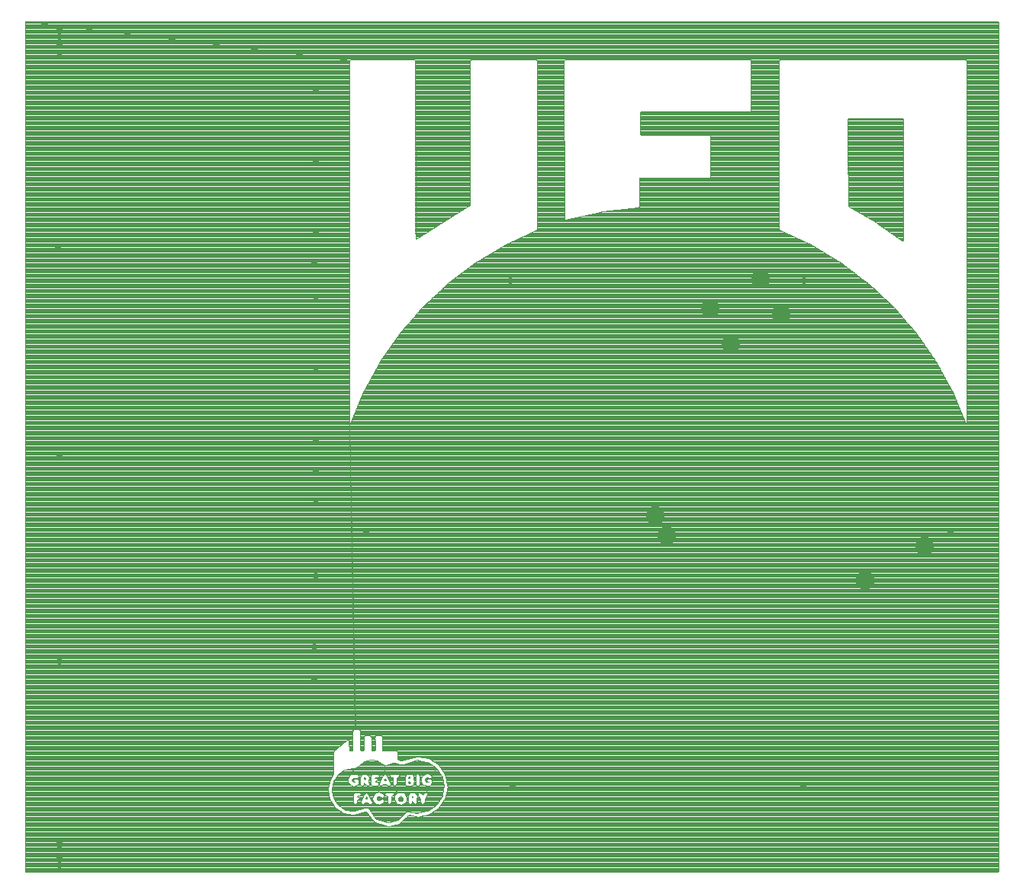
<source format=gts>
G75*
%MOIN*%
%OFA0B0*%
%FSLAX25Y25*%
%IPPOS*%
%LPD*%
%AMOC8*
5,1,8,0,0,1.08239X$1,22.5*
%
%ADD10C,0.00394*%
%ADD11C,0.02800*%
%ADD12C,0.08200*%
D10*
X0001197Y0002197D02*
X0001837Y0002050D01*
X0426204Y0002050D01*
X0426642Y0002399D01*
X0426642Y0373228D01*
X0426440Y0373813D01*
X0001335Y0373813D01*
X0143199Y0356940D01*
X0143851Y0357146D01*
X0171407Y0357146D01*
X0171799Y0356750D01*
X0171853Y0278805D01*
X0172387Y0278986D01*
X0195031Y0293262D01*
X0195663Y0293700D01*
X0195736Y0356686D01*
X0196063Y0357146D01*
X0224407Y0357146D01*
X0224960Y0356974D01*
X0236673Y0356625D01*
X0237202Y0357146D01*
X0318296Y0357146D01*
X0318475Y0356600D01*
X0330837Y0356856D01*
X0331040Y0357146D01*
X0412134Y0357146D01*
X0412663Y0356888D01*
X0412636Y0197849D01*
X0412445Y0198020D01*
X0407006Y0211106D01*
X0406694Y0211828D01*
X0399504Y0224946D01*
X0399070Y0225603D01*
X0390979Y0237238D01*
X0390496Y0237858D01*
X0381225Y0248577D01*
X0380692Y0249156D01*
X0370348Y0258843D01*
X0369770Y0259376D01*
X0357837Y0268398D01*
X0357170Y0268815D01*
X0345026Y0276120D01*
X0344331Y0276488D01*
X0331476Y0282454D01*
X0330797Y0282807D01*
X0330809Y0356766D01*
X0318490Y0356504D01*
X0318490Y0335296D01*
X0318386Y0334612D01*
X0270360Y0334612D01*
X0269918Y0334266D01*
X0269918Y0324818D01*
X0270240Y0324352D01*
X0300158Y0324352D01*
X0300696Y0324103D01*
X0300696Y0305995D01*
X0300228Y0305675D01*
X0270310Y0305675D01*
X0269656Y0305542D01*
X0269658Y0292945D01*
X0269180Y0292584D01*
X0253536Y0290791D01*
X0252761Y0290662D01*
X0237418Y0287119D01*
X0236940Y0287307D01*
X0236639Y0356541D01*
X0225007Y0356910D01*
X0225009Y0282951D01*
X0224439Y0282528D01*
X0211575Y0276580D01*
X0210875Y0276223D01*
X0198721Y0268934D01*
X0198048Y0268525D01*
X0186106Y0259517D01*
X0185522Y0258990D01*
X0175169Y0249312D01*
X0174631Y0248739D01*
X0165353Y0238026D01*
X0164865Y0237410D01*
X0156769Y0225778D01*
X0156330Y0225125D01*
X0149136Y0212010D01*
X0148817Y0211290D01*
X0143375Y0198205D01*
X0143182Y0197926D01*
X0145521Y0064546D01*
X0147047Y0064546D01*
X0147672Y0064154D01*
X0147712Y0063383D01*
X0147712Y0055510D01*
X0148156Y0055167D01*
X0148943Y0055167D01*
X0149321Y0055576D01*
X0149321Y0061088D01*
X0149554Y0061778D01*
X0150260Y0061976D01*
X0151834Y0061976D01*
X0152478Y0061631D01*
X0152564Y0060879D01*
X0152564Y0055368D01*
X0153151Y0055167D01*
X0153938Y0055167D01*
X0154230Y0055658D01*
X0154177Y0061169D01*
X0154468Y0061835D01*
X0155199Y0061975D01*
X0156773Y0061982D01*
X0157305Y0061475D01*
X0157335Y0055176D01*
X0158113Y0055167D01*
X0163624Y0055167D01*
X0164073Y0054577D01*
X0164073Y0051427D01*
X0164697Y0051054D01*
X0165422Y0050750D01*
X0166165Y0050764D01*
X0172196Y0052581D01*
X0172955Y0052700D01*
X0177585Y0051763D01*
X0178282Y0051427D01*
X0181545Y0049225D01*
X0182154Y0048742D01*
X0184797Y0044826D01*
X0185017Y0044081D01*
X0185797Y0040223D01*
X0185915Y0039451D01*
X0184979Y0034821D01*
X0184689Y0034105D01*
X0182488Y0030841D01*
X0182038Y0030198D01*
X0178123Y0027555D01*
X0177397Y0027289D01*
X0172767Y0026352D01*
X0171993Y0026484D01*
X0168896Y0027057D01*
X0168296Y0026629D01*
X0165477Y0023881D01*
X0164886Y0023379D01*
X0160323Y0022157D01*
X0159567Y0022152D01*
X0154314Y0023819D01*
X0153741Y0024312D01*
X0150339Y0028648D01*
X0149609Y0028508D01*
X0145075Y0027181D01*
X0144311Y0027162D01*
X0140453Y0027943D01*
X0139792Y0028364D01*
X0137182Y0030126D01*
X0136640Y0030676D01*
X0134878Y0033287D01*
X0134468Y0033953D01*
X0133687Y0037811D01*
X0133677Y0038585D01*
X0134202Y0041690D01*
X0134531Y0042398D01*
X0135659Y0044473D01*
X0135936Y0045190D01*
X0135936Y0054638D01*
X0136341Y0055272D01*
X0141855Y0059722D01*
X0142521Y0059769D01*
X0142845Y0059185D01*
X0142877Y0055248D01*
X0143590Y0055171D01*
X0144377Y0055169D01*
X0144469Y0055865D01*
X0144469Y0063738D01*
X0144759Y0064405D01*
X0145424Y0064536D01*
X0143154Y0197935D01*
X0143152Y0356876D01*
X0001237Y0373813D01*
X0001197Y0373813D01*
X0001197Y0002197D01*
X0001197Y0002442D02*
X0426642Y0002442D01*
X0426642Y0002834D02*
X0001197Y0002834D01*
X0001197Y0003227D02*
X0426642Y0003227D01*
X0426642Y0003619D02*
X0001197Y0003619D01*
X0001197Y0004011D02*
X0426642Y0004011D01*
X0426642Y0004403D02*
X0001197Y0004403D01*
X0001197Y0004795D02*
X0426642Y0004795D01*
X0426642Y0005188D02*
X0001197Y0005188D01*
X0001197Y0005580D02*
X0426642Y0005580D01*
X0426642Y0005972D02*
X0001197Y0005972D01*
X0001197Y0006364D02*
X0426642Y0006364D01*
X0426642Y0006757D02*
X0001197Y0006757D01*
X0001197Y0007149D02*
X0426642Y0007149D01*
X0426642Y0007541D02*
X0001197Y0007541D01*
X0001197Y0007933D02*
X0426642Y0007933D01*
X0426642Y0008325D02*
X0001197Y0008325D01*
X0001197Y0008718D02*
X0426642Y0008718D01*
X0426642Y0009110D02*
X0001197Y0009110D01*
X0001197Y0009502D02*
X0426642Y0009502D01*
X0426642Y0009894D02*
X0001197Y0009894D01*
X0001197Y0010286D02*
X0426642Y0010286D01*
X0426642Y0010679D02*
X0001197Y0010679D01*
X0001197Y0011071D02*
X0426642Y0011071D01*
X0426642Y0011463D02*
X0001197Y0011463D01*
X0001197Y0011855D02*
X0426642Y0011855D01*
X0426642Y0012248D02*
X0001197Y0012248D01*
X0001197Y0012640D02*
X0426642Y0012640D01*
X0426642Y0013032D02*
X0001197Y0013032D01*
X0001197Y0013424D02*
X0426642Y0013424D01*
X0426642Y0013816D02*
X0001197Y0013816D01*
X0001197Y0014209D02*
X0426642Y0014209D01*
X0426642Y0014601D02*
X0001197Y0014601D01*
X0001197Y0014993D02*
X0426642Y0014993D01*
X0426642Y0015385D02*
X0001197Y0015385D01*
X0001197Y0015777D02*
X0426642Y0015777D01*
X0426642Y0016170D02*
X0001197Y0016170D01*
X0001197Y0016562D02*
X0426642Y0016562D01*
X0426642Y0016954D02*
X0001197Y0016954D01*
X0001197Y0017346D02*
X0426642Y0017346D01*
X0426642Y0017738D02*
X0001197Y0017738D01*
X0001197Y0018131D02*
X0426642Y0018131D01*
X0426642Y0018523D02*
X0001197Y0018523D01*
X0001197Y0018915D02*
X0426642Y0018915D01*
X0426642Y0019307D02*
X0001197Y0019307D01*
X0001197Y0019700D02*
X0426642Y0019700D01*
X0426642Y0020092D02*
X0001197Y0020092D01*
X0001197Y0020484D02*
X0426642Y0020484D01*
X0426642Y0020876D02*
X0001197Y0020876D01*
X0001197Y0021268D02*
X0426642Y0021268D01*
X0426642Y0021661D02*
X0001197Y0021661D01*
X0001197Y0022053D02*
X0426642Y0022053D01*
X0426642Y0022445D02*
X0161398Y0022445D01*
X0162863Y0022837D02*
X0426642Y0022837D01*
X0426642Y0023229D02*
X0164328Y0023229D01*
X0165172Y0023622D02*
X0426642Y0023622D01*
X0426642Y0024014D02*
X0165614Y0024014D01*
X0166016Y0024406D02*
X0426642Y0024406D01*
X0426642Y0024798D02*
X0166418Y0024798D01*
X0166820Y0025191D02*
X0426642Y0025191D01*
X0426642Y0025583D02*
X0167223Y0025583D01*
X0167625Y0025975D02*
X0426642Y0025975D01*
X0426642Y0026367D02*
X0172842Y0026367D01*
X0172678Y0026367D02*
X0168027Y0026367D01*
X0168478Y0026759D02*
X0170505Y0026759D01*
X0170805Y0028328D02*
X0174508Y0028328D01*
X0173486Y0028122D02*
X0176573Y0028744D01*
X0177330Y0028936D01*
X0180595Y0031136D01*
X0181142Y0031681D01*
X0183342Y0034946D01*
X0183536Y0035701D01*
X0184158Y0038789D01*
X0184307Y0039561D01*
X0183531Y0043420D01*
X0183325Y0044171D01*
X0181154Y0047395D01*
X0178608Y0044555D01*
X0179014Y0043939D01*
X0178648Y0043277D01*
X0177916Y0043153D01*
X0177168Y0043394D01*
X0176437Y0043210D01*
X0176048Y0042572D01*
X0176220Y0041841D01*
X0176862Y0041458D01*
X0177577Y0041595D01*
X0176843Y0041830D01*
X0176734Y0042480D01*
X0177363Y0042832D01*
X0178149Y0042842D01*
X0178895Y0042627D01*
X0179155Y0041884D01*
X0179163Y0041101D01*
X0178756Y0040439D01*
X0178143Y0040017D01*
X0177392Y0039780D01*
X0176695Y0039786D01*
X0176624Y0036936D01*
X0177146Y0036495D01*
X0177137Y0035759D01*
X0176705Y0035104D01*
X0176253Y0034459D01*
X0175892Y0033786D01*
X0175892Y0032999D01*
X0175774Y0032223D01*
X0175152Y0031793D01*
X0174463Y0032028D01*
X0174176Y0032706D01*
X0174158Y0033492D01*
X0173969Y0034221D01*
X0173112Y0035482D01*
X0172555Y0035650D01*
X0172600Y0034940D01*
X0172295Y0034214D01*
X0172278Y0033511D01*
X0172614Y0032807D01*
X0172482Y0032071D01*
X0171816Y0031721D01*
X0171129Y0032106D01*
X0170711Y0032770D01*
X0170386Y0033138D01*
X0170298Y0032367D01*
X0169808Y0031832D01*
X0169091Y0031932D01*
X0168719Y0032555D01*
X0168657Y0033334D01*
X0168657Y0035696D01*
X0169007Y0036331D01*
X0169584Y0036866D01*
X0169973Y0037001D01*
X0170760Y0037001D01*
X0171515Y0036787D01*
X0172125Y0036341D01*
X0172525Y0035740D01*
X0173068Y0035569D01*
X0172826Y0036248D01*
X0173256Y0036843D01*
X0173796Y0036973D01*
X0174467Y0036574D01*
X0174911Y0035925D01*
X0175360Y0036197D01*
X0175883Y0036761D01*
X0176540Y0036954D01*
X0176600Y0039803D01*
X0175905Y0040053D01*
X0175187Y0040350D01*
X0174706Y0040974D01*
X0174399Y0041679D01*
X0174238Y0042446D01*
X0174440Y0043156D01*
X0173698Y0043335D01*
X0173698Y0041023D01*
X0173542Y0040260D01*
X0172953Y0039819D01*
X0172233Y0040023D01*
X0171988Y0040702D01*
X0171117Y0040643D01*
X0170711Y0040066D01*
X0169981Y0039825D01*
X0169195Y0039800D01*
X0168408Y0039800D01*
X0167657Y0040018D01*
X0167326Y0040674D01*
X0167316Y0041462D01*
X0167314Y0043823D01*
X0167522Y0044560D01*
X0168091Y0045005D01*
X0169488Y0045008D01*
X0170209Y0044770D01*
X0170855Y0044320D01*
X0171075Y0043564D01*
X0170937Y0042810D01*
X0171226Y0042152D01*
X0171440Y0041403D01*
X0171164Y0040729D01*
X0171972Y0040798D01*
X0171969Y0043898D01*
X0172150Y0044660D01*
X0172776Y0045058D01*
X0173359Y0044854D01*
X0173654Y0044166D01*
X0173696Y0043434D01*
X0174469Y0043250D01*
X0174706Y0043938D01*
X0175291Y0044466D01*
X0175908Y0044930D01*
X0176675Y0045109D01*
X0177148Y0045142D01*
X0177904Y0044923D01*
X0178537Y0044617D01*
X0181091Y0047470D01*
X0180571Y0047973D01*
X0177306Y0050174D01*
X0176546Y0050355D01*
X0173458Y0050977D01*
X0172688Y0051106D01*
X0166677Y0049225D01*
X0165913Y0049066D01*
X0165132Y0049101D01*
X0162870Y0049782D01*
X0162120Y0049862D01*
X0159147Y0048821D01*
X0158418Y0048840D01*
X0158385Y0044956D01*
X0158897Y0044835D01*
X0159444Y0044308D01*
X0160785Y0041458D01*
X0161040Y0040770D01*
X0161957Y0041095D01*
X0161957Y0043408D01*
X0161211Y0043529D01*
X0160696Y0044033D01*
X0160817Y0044744D01*
X0161521Y0044999D01*
X0162047Y0045043D01*
X0163621Y0045043D01*
X0164406Y0044982D01*
X0164953Y0044500D01*
X0164815Y0043772D01*
X0164147Y0043452D01*
X0163687Y0043109D01*
X0163687Y0041534D01*
X0163671Y0040749D01*
X0163378Y0040071D01*
X0162732Y0039857D01*
X0163917Y0036719D01*
X0164623Y0036929D01*
X0165994Y0036963D01*
X0166751Y0036747D01*
X0167305Y0036203D01*
X0167835Y0035621D01*
X0168023Y0034859D01*
X0168058Y0034094D01*
X0167859Y0033332D01*
X0167452Y0032687D01*
X0166905Y0032121D01*
X0166186Y0031845D01*
X0165427Y0031637D01*
X0164669Y0031811D01*
X0163913Y0032029D01*
X0163382Y0032609D01*
X0162881Y0033206D01*
X0162708Y0033975D01*
X0162677Y0034743D01*
X0162850Y0035511D01*
X0163353Y0036112D01*
X0163838Y0036668D01*
X0162645Y0039870D01*
X0162082Y0040273D01*
X0161965Y0040997D01*
X0161040Y0040678D01*
X0160793Y0040032D01*
X0160075Y0039813D01*
X0159472Y0040255D01*
X0158807Y0040480D01*
X0158019Y0040480D01*
X0157474Y0040059D01*
X0156764Y0039797D01*
X0156146Y0040167D01*
X0155764Y0040345D01*
X0155315Y0039929D01*
X0155677Y0037089D01*
X0155989Y0037057D01*
X0157468Y0036518D01*
X0157867Y0035909D01*
X0158323Y0035975D01*
X0158360Y0036654D01*
X0159046Y0036951D01*
X0160360Y0037001D01*
X0161148Y0037001D01*
X0161932Y0036946D01*
X0162528Y0036524D01*
X0162439Y0035792D01*
X0161808Y0035429D01*
X0161282Y0035136D01*
X0161281Y0032774D01*
X0161034Y0032062D01*
X0160343Y0031768D01*
X0159691Y0032161D01*
X0159553Y0032933D01*
X0159553Y0035295D01*
X0158874Y0035464D01*
X0158358Y0035895D01*
X0157901Y0035819D01*
X0157999Y0035185D01*
X0157491Y0034656D01*
X0156769Y0034800D01*
X0156127Y0035234D01*
X0155402Y0035265D01*
X0154879Y0034762D01*
X0154865Y0034030D01*
X0155367Y0033507D01*
X0156101Y0033488D01*
X0156734Y0033927D01*
X0157465Y0034048D01*
X0158017Y0033569D01*
X0157905Y0032872D01*
X0157452Y0032260D01*
X0155979Y0031702D01*
X0155221Y0031734D01*
X0154473Y0031947D01*
X0153884Y0032469D01*
X0153391Y0032995D01*
X0152861Y0033051D01*
X0152923Y0032350D01*
X0152401Y0031841D01*
X0151672Y0031893D01*
X0151168Y0032437D01*
X0150380Y0032437D01*
X0149619Y0032393D01*
X0149084Y0031866D01*
X0148376Y0031917D01*
X0147926Y0032486D01*
X0148087Y0033188D01*
X0147372Y0034105D01*
X0146756Y0033770D01*
X0146367Y0033372D01*
X0146307Y0032590D01*
X0145953Y0031971D01*
X0145249Y0031816D01*
X0144734Y0032336D01*
X0144640Y0033105D01*
X0144640Y0035467D01*
X0144690Y0036250D01*
X0145114Y0036855D01*
X0145866Y0037000D01*
X0146208Y0037001D01*
X0146995Y0036990D01*
X0147773Y0036874D01*
X0148167Y0036203D01*
X0147795Y0035545D01*
X0147031Y0035381D01*
X0146367Y0035258D01*
X0146915Y0035017D01*
X0147573Y0034715D01*
X0147428Y0034176D01*
X0148119Y0033280D01*
X0149437Y0036086D01*
X0149896Y0036690D01*
X0150453Y0037031D01*
X0151113Y0036603D01*
X0151516Y0035949D01*
X0152835Y0033144D01*
X0153344Y0033078D01*
X0153139Y0033787D01*
X0153043Y0034536D01*
X0153673Y0035979D01*
X0154163Y0036519D01*
X0155583Y0037077D01*
X0155230Y0039890D01*
X0154504Y0039800D01*
X0153717Y0039800D01*
X0152933Y0039870D01*
X0152435Y0040442D01*
X0152377Y0041226D01*
X0152377Y0043589D01*
X0152411Y0044373D01*
X0152908Y0044933D01*
X0154078Y0045043D01*
X0154865Y0045040D01*
X0155609Y0044848D01*
X0155863Y0044143D01*
X0155429Y0043557D01*
X0154661Y0043422D01*
X0154108Y0043187D01*
X0154774Y0043066D01*
X0155387Y0042677D01*
X0155081Y0042106D01*
X0154397Y0041816D01*
X0154212Y0041422D01*
X0154996Y0041394D01*
X0155679Y0041095D01*
X0155792Y0040427D01*
X0156100Y0040241D01*
X0156049Y0040951D01*
X0156358Y0041672D01*
X0157697Y0044523D01*
X0158297Y0044940D01*
X0158322Y0048857D01*
X0157650Y0049083D01*
X0155750Y0050486D01*
X0155031Y0050765D01*
X0152723Y0051265D01*
X0152013Y0051149D01*
X0149725Y0050561D01*
X0149009Y0050282D01*
X0146713Y0048126D01*
X0146036Y0047737D01*
X0145277Y0047647D01*
X0144544Y0047635D01*
X0144485Y0045040D01*
X0145669Y0045007D01*
X0146425Y0044788D01*
X0146902Y0044189D01*
X0146880Y0043489D01*
X0146248Y0043093D01*
X0145510Y0043319D01*
X0144763Y0043332D01*
X0144212Y0042850D01*
X0144162Y0042120D01*
X0144638Y0041571D01*
X0145375Y0041507D01*
X0145165Y0041703D01*
X0144661Y0042212D01*
X0145124Y0042766D01*
X0145902Y0042846D01*
X0146673Y0042722D01*
X0147108Y0042166D01*
X0147215Y0041448D01*
X0147750Y0041296D01*
X0147750Y0043609D01*
X0148006Y0044285D01*
X0148583Y0044821D01*
X0148936Y0045043D01*
X0149723Y0045043D01*
X0150484Y0044868D01*
X0151135Y0044483D01*
X0151618Y0043869D01*
X0151744Y0043102D01*
X0151439Y0042376D01*
X0151303Y0041664D01*
X0151670Y0040974D01*
X0151625Y0040234D01*
X0151029Y0039807D01*
X0150335Y0040086D01*
X0149872Y0040702D01*
X0149480Y0041309D01*
X0149439Y0040530D01*
X0149021Y0039924D01*
X0148302Y0039919D01*
X0147847Y0040473D01*
X0147756Y0041198D01*
X0147206Y0041353D01*
X0146978Y0040685D01*
X0146480Y0040107D01*
X0145729Y0039870D01*
X0144979Y0039686D01*
X0143497Y0040218D01*
X0142941Y0040737D01*
X0142516Y0041387D01*
X0142344Y0042156D01*
X0142424Y0042916D01*
X0142639Y0043674D01*
X0143121Y0044265D01*
X0143705Y0044793D01*
X0144389Y0045025D01*
X0144447Y0047625D01*
X0141408Y0047012D01*
X0140695Y0046714D01*
X0138084Y0044955D01*
X0137619Y0044327D01*
X0136299Y0042368D01*
X0135935Y0041683D01*
X0135314Y0038596D01*
X0135306Y0037824D01*
X0135928Y0034737D01*
X0136278Y0034046D01*
X0137597Y0032087D01*
X0138051Y0031448D01*
X0140663Y0029688D01*
X0141369Y0029375D01*
X0144456Y0028754D01*
X0145213Y0028857D01*
X0149713Y0030296D01*
X0150460Y0030356D01*
X0151204Y0030098D01*
X0151746Y0029573D01*
X0154436Y0025691D01*
X0155064Y0025283D01*
X0159546Y0023790D01*
X0160299Y0023780D01*
X0164093Y0024832D01*
X0164735Y0025236D01*
X0167448Y0028089D01*
X0168099Y0028496D01*
X0168843Y0028690D01*
X0172714Y0027976D01*
X0173486Y0028122D01*
X0174780Y0026759D02*
X0426642Y0026759D01*
X0426642Y0027152D02*
X0176718Y0027152D01*
X0178093Y0027544D02*
X0426642Y0027544D01*
X0426642Y0027936D02*
X0178688Y0027936D01*
X0179269Y0028328D02*
X0426642Y0028328D01*
X0426642Y0028720D02*
X0179850Y0028720D01*
X0180431Y0029113D02*
X0426642Y0029113D01*
X0426642Y0029505D02*
X0181012Y0029505D01*
X0181593Y0029897D02*
X0426642Y0029897D01*
X0426642Y0030289D02*
X0182102Y0030289D01*
X0182376Y0030681D02*
X0426642Y0030681D01*
X0426642Y0031074D02*
X0182644Y0031074D01*
X0182909Y0031466D02*
X0426642Y0031466D01*
X0426642Y0031858D02*
X0183173Y0031858D01*
X0183438Y0032250D02*
X0426642Y0032250D01*
X0426642Y0032643D02*
X0183702Y0032643D01*
X0183967Y0033035D02*
X0426642Y0033035D01*
X0426642Y0033427D02*
X0184231Y0033427D01*
X0184496Y0033819D02*
X0426642Y0033819D01*
X0426642Y0034211D02*
X0184732Y0034211D01*
X0184891Y0034604D02*
X0426642Y0034604D01*
X0426642Y0034996D02*
X0185014Y0034996D01*
X0185093Y0035388D02*
X0426642Y0035388D01*
X0426642Y0035780D02*
X0185173Y0035780D01*
X0185252Y0036172D02*
X0426642Y0036172D01*
X0426642Y0036565D02*
X0185331Y0036565D01*
X0185411Y0036957D02*
X0426642Y0036957D01*
X0426642Y0037349D02*
X0185490Y0037349D01*
X0185569Y0037741D02*
X0426642Y0037741D01*
X0426642Y0038134D02*
X0185649Y0038134D01*
X0185728Y0038526D02*
X0426642Y0038526D01*
X0426642Y0038918D02*
X0185807Y0038918D01*
X0185886Y0039310D02*
X0426642Y0039310D01*
X0426642Y0039702D02*
X0185877Y0039702D01*
X0185817Y0040095D02*
X0426642Y0040095D01*
X0426642Y0040487D02*
X0185744Y0040487D01*
X0185664Y0040879D02*
X0426642Y0040879D01*
X0426642Y0041271D02*
X0185585Y0041271D01*
X0185506Y0041663D02*
X0426642Y0041663D01*
X0426642Y0042056D02*
X0185426Y0042056D01*
X0185347Y0042448D02*
X0426642Y0042448D01*
X0426642Y0042840D02*
X0185268Y0042840D01*
X0185188Y0043232D02*
X0426642Y0043232D01*
X0426642Y0043624D02*
X0185109Y0043624D01*
X0185030Y0044017D02*
X0426642Y0044017D01*
X0426642Y0044409D02*
X0184920Y0044409D01*
X0184804Y0044801D02*
X0426642Y0044801D01*
X0426642Y0045193D02*
X0184549Y0045193D01*
X0184284Y0045586D02*
X0426642Y0045586D01*
X0426642Y0045978D02*
X0184019Y0045978D01*
X0183755Y0046370D02*
X0426642Y0046370D01*
X0426642Y0046762D02*
X0183490Y0046762D01*
X0183225Y0047154D02*
X0426642Y0047154D01*
X0426642Y0047547D02*
X0182961Y0047547D01*
X0182696Y0047939D02*
X0426642Y0047939D01*
X0426642Y0048331D02*
X0182432Y0048331D01*
X0182167Y0048723D02*
X0426642Y0048723D01*
X0426642Y0049115D02*
X0181683Y0049115D01*
X0181127Y0049508D02*
X0426642Y0049508D01*
X0426642Y0049900D02*
X0180545Y0049900D01*
X0179964Y0050292D02*
X0426642Y0050292D01*
X0426642Y0050684D02*
X0179383Y0050684D01*
X0178801Y0051077D02*
X0426642Y0051077D01*
X0426642Y0051469D02*
X0178195Y0051469D01*
X0177100Y0051861D02*
X0426642Y0051861D01*
X0426642Y0052253D02*
X0175161Y0052253D01*
X0174911Y0050684D02*
X0171339Y0050684D01*
X0170086Y0050292D02*
X0176810Y0050292D01*
X0177713Y0049900D02*
X0168833Y0049900D01*
X0167579Y0049508D02*
X0178295Y0049508D01*
X0178877Y0049115D02*
X0166149Y0049115D01*
X0165084Y0049115D02*
X0159987Y0049115D01*
X0161108Y0049508D02*
X0163781Y0049508D01*
X0164659Y0051077D02*
X0167202Y0051077D01*
X0168504Y0051469D02*
X0164073Y0051469D01*
X0164073Y0051861D02*
X0169806Y0051861D01*
X0171108Y0052253D02*
X0164073Y0052253D01*
X0164073Y0052645D02*
X0172608Y0052645D01*
X0173223Y0052645D02*
X0426642Y0052645D01*
X0426642Y0053038D02*
X0164073Y0053038D01*
X0164073Y0053430D02*
X0426642Y0053430D01*
X0426642Y0053822D02*
X0164073Y0053822D01*
X0164073Y0054214D02*
X0426642Y0054214D01*
X0426642Y0054606D02*
X0164051Y0054606D01*
X0163752Y0054999D02*
X0426642Y0054999D01*
X0426642Y0055391D02*
X0157334Y0055391D01*
X0157332Y0055783D02*
X0426642Y0055783D01*
X0426642Y0056175D02*
X0157330Y0056175D01*
X0157328Y0056567D02*
X0426642Y0056567D01*
X0426642Y0056960D02*
X0157327Y0056960D01*
X0157325Y0057352D02*
X0426642Y0057352D01*
X0426642Y0057744D02*
X0157323Y0057744D01*
X0157321Y0058136D02*
X0426642Y0058136D01*
X0426642Y0058529D02*
X0157319Y0058529D01*
X0157317Y0058921D02*
X0426642Y0058921D01*
X0426642Y0059313D02*
X0157315Y0059313D01*
X0157313Y0059705D02*
X0426642Y0059705D01*
X0426642Y0060097D02*
X0157311Y0060097D01*
X0157310Y0060490D02*
X0426642Y0060490D01*
X0426642Y0060882D02*
X0157308Y0060882D01*
X0157306Y0061274D02*
X0426642Y0061274D01*
X0426642Y0061666D02*
X0157104Y0061666D01*
X0154395Y0061666D02*
X0152412Y0061666D01*
X0152519Y0061274D02*
X0154223Y0061274D01*
X0154180Y0060882D02*
X0152564Y0060882D01*
X0152564Y0060490D02*
X0154183Y0060490D01*
X0154187Y0060097D02*
X0152564Y0060097D01*
X0152564Y0059705D02*
X0154191Y0059705D01*
X0154195Y0059313D02*
X0152564Y0059313D01*
X0152564Y0058921D02*
X0154198Y0058921D01*
X0154202Y0058529D02*
X0152564Y0058529D01*
X0152564Y0058136D02*
X0154206Y0058136D01*
X0154210Y0057744D02*
X0152564Y0057744D01*
X0152564Y0057352D02*
X0154213Y0057352D01*
X0154217Y0056960D02*
X0152564Y0056960D01*
X0152564Y0056567D02*
X0154221Y0056567D01*
X0154225Y0056175D02*
X0152564Y0056175D01*
X0152564Y0055783D02*
X0154228Y0055783D01*
X0154071Y0055391D02*
X0152564Y0055391D01*
X0149321Y0055783D02*
X0147712Y0055783D01*
X0147712Y0056175D02*
X0149321Y0056175D01*
X0149321Y0056567D02*
X0147712Y0056567D01*
X0147712Y0056960D02*
X0149321Y0056960D01*
X0149321Y0057352D02*
X0147712Y0057352D01*
X0147712Y0057744D02*
X0149321Y0057744D01*
X0149321Y0058136D02*
X0147712Y0058136D01*
X0147712Y0058529D02*
X0149321Y0058529D01*
X0149321Y0058921D02*
X0147712Y0058921D01*
X0147712Y0059313D02*
X0149321Y0059313D01*
X0149321Y0059705D02*
X0147712Y0059705D01*
X0147712Y0060097D02*
X0149321Y0060097D01*
X0149321Y0060490D02*
X0147712Y0060490D01*
X0147712Y0060882D02*
X0149321Y0060882D01*
X0149384Y0061274D02*
X0147712Y0061274D01*
X0147712Y0061666D02*
X0149516Y0061666D01*
X0147712Y0062058D02*
X0426642Y0062058D01*
X0426642Y0062451D02*
X0147712Y0062451D01*
X0147712Y0062843D02*
X0426642Y0062843D01*
X0426642Y0063235D02*
X0147712Y0063235D01*
X0147699Y0063627D02*
X0426642Y0063627D01*
X0426642Y0064020D02*
X0147679Y0064020D01*
X0147261Y0064412D02*
X0426642Y0064412D01*
X0426642Y0064804D02*
X0145517Y0064804D01*
X0145419Y0064804D02*
X0001197Y0064804D01*
X0001197Y0065196D02*
X0145413Y0065196D01*
X0145510Y0065196D02*
X0426642Y0065196D01*
X0426642Y0065588D02*
X0145503Y0065588D01*
X0145406Y0065588D02*
X0001197Y0065588D01*
X0001197Y0065981D02*
X0145399Y0065981D01*
X0145496Y0065981D02*
X0426642Y0065981D01*
X0426642Y0066373D02*
X0145489Y0066373D01*
X0145393Y0066373D02*
X0001197Y0066373D01*
X0001197Y0066765D02*
X0145386Y0066765D01*
X0145483Y0066765D02*
X0426642Y0066765D01*
X0426642Y0067157D02*
X0145476Y0067157D01*
X0145379Y0067157D02*
X0001197Y0067157D01*
X0001197Y0067549D02*
X0145373Y0067549D01*
X0145469Y0067549D02*
X0426642Y0067549D01*
X0426642Y0067942D02*
X0145462Y0067942D01*
X0145366Y0067942D02*
X0001197Y0067942D01*
X0001197Y0068334D02*
X0145359Y0068334D01*
X0145455Y0068334D02*
X0426642Y0068334D01*
X0426642Y0068726D02*
X0145448Y0068726D01*
X0145353Y0068726D02*
X0001197Y0068726D01*
X0001197Y0069118D02*
X0145346Y0069118D01*
X0145441Y0069118D02*
X0426642Y0069118D01*
X0426642Y0069510D02*
X0145434Y0069510D01*
X0145339Y0069510D02*
X0001197Y0069510D01*
X0001197Y0069903D02*
X0145333Y0069903D01*
X0145427Y0069903D02*
X0426642Y0069903D01*
X0426642Y0070295D02*
X0145421Y0070295D01*
X0145326Y0070295D02*
X0001197Y0070295D01*
X0001197Y0070687D02*
X0145319Y0070687D01*
X0145414Y0070687D02*
X0426642Y0070687D01*
X0426642Y0071079D02*
X0145407Y0071079D01*
X0145313Y0071079D02*
X0001197Y0071079D01*
X0001197Y0071472D02*
X0145306Y0071472D01*
X0145400Y0071472D02*
X0426642Y0071472D01*
X0426642Y0071864D02*
X0145393Y0071864D01*
X0145299Y0071864D02*
X0001197Y0071864D01*
X0001197Y0072256D02*
X0145293Y0072256D01*
X0145386Y0072256D02*
X0426642Y0072256D01*
X0426642Y0072648D02*
X0145379Y0072648D01*
X0145286Y0072648D02*
X0001197Y0072648D01*
X0001197Y0073040D02*
X0145279Y0073040D01*
X0145372Y0073040D02*
X0426642Y0073040D01*
X0426642Y0073433D02*
X0145366Y0073433D01*
X0145273Y0073433D02*
X0001197Y0073433D01*
X0001197Y0073825D02*
X0145266Y0073825D01*
X0145359Y0073825D02*
X0426642Y0073825D01*
X0426642Y0074217D02*
X0145352Y0074217D01*
X0145259Y0074217D02*
X0001197Y0074217D01*
X0001197Y0074609D02*
X0145253Y0074609D01*
X0145345Y0074609D02*
X0426642Y0074609D01*
X0426642Y0075001D02*
X0145338Y0075001D01*
X0145246Y0075001D02*
X0001197Y0075001D01*
X0001197Y0075394D02*
X0145239Y0075394D01*
X0145331Y0075394D02*
X0426642Y0075394D01*
X0426642Y0075786D02*
X0145324Y0075786D01*
X0145233Y0075786D02*
X0001197Y0075786D01*
X0001197Y0076178D02*
X0145226Y0076178D01*
X0145317Y0076178D02*
X0426642Y0076178D01*
X0426642Y0076570D02*
X0145311Y0076570D01*
X0145219Y0076570D02*
X0001197Y0076570D01*
X0001197Y0076963D02*
X0145213Y0076963D01*
X0145304Y0076963D02*
X0426642Y0076963D01*
X0426642Y0077355D02*
X0145297Y0077355D01*
X0145206Y0077355D02*
X0001197Y0077355D01*
X0001197Y0077747D02*
X0145199Y0077747D01*
X0145290Y0077747D02*
X0426642Y0077747D01*
X0426642Y0078139D02*
X0145283Y0078139D01*
X0145193Y0078139D02*
X0001197Y0078139D01*
X0001197Y0078531D02*
X0145186Y0078531D01*
X0145276Y0078531D02*
X0426642Y0078531D01*
X0426642Y0078924D02*
X0145269Y0078924D01*
X0145179Y0078924D02*
X0001197Y0078924D01*
X0001197Y0079316D02*
X0145172Y0079316D01*
X0145262Y0079316D02*
X0426642Y0079316D01*
X0426642Y0079708D02*
X0145256Y0079708D01*
X0145166Y0079708D02*
X0001197Y0079708D01*
X0001197Y0080100D02*
X0145159Y0080100D01*
X0145249Y0080100D02*
X0426642Y0080100D01*
X0426642Y0080492D02*
X0145242Y0080492D01*
X0145152Y0080492D02*
X0001197Y0080492D01*
X0001197Y0080885D02*
X0145146Y0080885D01*
X0145235Y0080885D02*
X0426642Y0080885D01*
X0426642Y0081277D02*
X0145228Y0081277D01*
X0145139Y0081277D02*
X0001197Y0081277D01*
X0001197Y0081669D02*
X0145132Y0081669D01*
X0145221Y0081669D02*
X0426642Y0081669D01*
X0426642Y0082061D02*
X0145214Y0082061D01*
X0145126Y0082061D02*
X0001197Y0082061D01*
X0001197Y0082453D02*
X0145119Y0082453D01*
X0145207Y0082453D02*
X0426642Y0082453D01*
X0426642Y0082846D02*
X0145201Y0082846D01*
X0145112Y0082846D02*
X0001197Y0082846D01*
X0001197Y0083238D02*
X0145106Y0083238D01*
X0145194Y0083238D02*
X0426642Y0083238D01*
X0426642Y0083630D02*
X0145187Y0083630D01*
X0145099Y0083630D02*
X0001197Y0083630D01*
X0001197Y0084022D02*
X0145092Y0084022D01*
X0145180Y0084022D02*
X0426642Y0084022D01*
X0426642Y0084415D02*
X0145173Y0084415D01*
X0145086Y0084415D02*
X0001197Y0084415D01*
X0001197Y0084807D02*
X0145079Y0084807D01*
X0145166Y0084807D02*
X0426642Y0084807D01*
X0426642Y0085199D02*
X0145159Y0085199D01*
X0145072Y0085199D02*
X0001197Y0085199D01*
X0001197Y0085591D02*
X0145066Y0085591D01*
X0145152Y0085591D02*
X0426642Y0085591D01*
X0426642Y0085983D02*
X0145145Y0085983D01*
X0145059Y0085983D02*
X0001197Y0085983D01*
X0001197Y0086376D02*
X0145052Y0086376D01*
X0145139Y0086376D02*
X0426642Y0086376D01*
X0426642Y0086768D02*
X0145132Y0086768D01*
X0145046Y0086768D02*
X0001197Y0086768D01*
X0001197Y0087160D02*
X0145039Y0087160D01*
X0145125Y0087160D02*
X0426642Y0087160D01*
X0426642Y0087552D02*
X0145118Y0087552D01*
X0145032Y0087552D02*
X0001197Y0087552D01*
X0001197Y0087944D02*
X0145026Y0087944D01*
X0145111Y0087944D02*
X0426642Y0087944D01*
X0426642Y0088337D02*
X0145104Y0088337D01*
X0145019Y0088337D02*
X0001197Y0088337D01*
X0001197Y0088729D02*
X0145012Y0088729D01*
X0145097Y0088729D02*
X0426642Y0088729D01*
X0426642Y0089121D02*
X0145090Y0089121D01*
X0145006Y0089121D02*
X0001197Y0089121D01*
X0001197Y0089513D02*
X0144999Y0089513D01*
X0145084Y0089513D02*
X0426642Y0089513D01*
X0426642Y0089906D02*
X0145077Y0089906D01*
X0144992Y0089906D02*
X0001197Y0089906D01*
X0001197Y0090298D02*
X0144986Y0090298D01*
X0145070Y0090298D02*
X0426642Y0090298D01*
X0426642Y0090690D02*
X0145063Y0090690D01*
X0144979Y0090690D02*
X0001197Y0090690D01*
X0001197Y0091082D02*
X0144972Y0091082D01*
X0145056Y0091082D02*
X0426642Y0091082D01*
X0426642Y0091474D02*
X0145049Y0091474D01*
X0144966Y0091474D02*
X0001197Y0091474D01*
X0001197Y0091867D02*
X0144959Y0091867D01*
X0145042Y0091867D02*
X0426642Y0091867D01*
X0426642Y0092259D02*
X0145035Y0092259D01*
X0144952Y0092259D02*
X0001197Y0092259D01*
X0001197Y0092651D02*
X0144946Y0092651D01*
X0145029Y0092651D02*
X0426642Y0092651D01*
X0426642Y0093043D02*
X0145022Y0093043D01*
X0144939Y0093043D02*
X0001197Y0093043D01*
X0001197Y0093435D02*
X0144932Y0093435D01*
X0145015Y0093435D02*
X0426642Y0093435D01*
X0426642Y0093828D02*
X0145008Y0093828D01*
X0144926Y0093828D02*
X0001197Y0093828D01*
X0001197Y0094220D02*
X0144919Y0094220D01*
X0145001Y0094220D02*
X0426642Y0094220D01*
X0426642Y0094612D02*
X0144994Y0094612D01*
X0144912Y0094612D02*
X0001197Y0094612D01*
X0001197Y0095004D02*
X0144906Y0095004D01*
X0144987Y0095004D02*
X0426642Y0095004D01*
X0426642Y0095396D02*
X0144980Y0095396D01*
X0144899Y0095396D02*
X0001197Y0095396D01*
X0001197Y0095789D02*
X0144892Y0095789D01*
X0144974Y0095789D02*
X0426642Y0095789D01*
X0426642Y0096181D02*
X0144967Y0096181D01*
X0144886Y0096181D02*
X0001197Y0096181D01*
X0001197Y0096573D02*
X0144879Y0096573D01*
X0144960Y0096573D02*
X0426642Y0096573D01*
X0426642Y0096965D02*
X0144953Y0096965D01*
X0144872Y0096965D02*
X0001197Y0096965D01*
X0001197Y0097358D02*
X0144866Y0097358D01*
X0144946Y0097358D02*
X0426642Y0097358D01*
X0426642Y0097750D02*
X0144939Y0097750D01*
X0144859Y0097750D02*
X0001197Y0097750D01*
X0001197Y0098142D02*
X0144852Y0098142D01*
X0144932Y0098142D02*
X0426642Y0098142D01*
X0426642Y0098534D02*
X0144925Y0098534D01*
X0144846Y0098534D02*
X0001197Y0098534D01*
X0001197Y0098926D02*
X0144839Y0098926D01*
X0144919Y0098926D02*
X0426642Y0098926D01*
X0426642Y0099319D02*
X0144912Y0099319D01*
X0144832Y0099319D02*
X0001197Y0099319D01*
X0001197Y0099711D02*
X0144826Y0099711D01*
X0144905Y0099711D02*
X0426642Y0099711D01*
X0426642Y0100103D02*
X0144898Y0100103D01*
X0144819Y0100103D02*
X0001197Y0100103D01*
X0001197Y0100495D02*
X0144812Y0100495D01*
X0144891Y0100495D02*
X0426642Y0100495D01*
X0426642Y0100887D02*
X0144884Y0100887D01*
X0144805Y0100887D02*
X0001197Y0100887D01*
X0001197Y0101280D02*
X0144799Y0101280D01*
X0144877Y0101280D02*
X0426642Y0101280D01*
X0426642Y0101672D02*
X0144870Y0101672D01*
X0144792Y0101672D02*
X0001197Y0101672D01*
X0001197Y0102064D02*
X0144785Y0102064D01*
X0144863Y0102064D02*
X0426642Y0102064D01*
X0426642Y0102456D02*
X0144857Y0102456D01*
X0144779Y0102456D02*
X0001197Y0102456D01*
X0001197Y0102849D02*
X0144772Y0102849D01*
X0144850Y0102849D02*
X0426642Y0102849D01*
X0426642Y0103241D02*
X0144843Y0103241D01*
X0144765Y0103241D02*
X0001197Y0103241D01*
X0001197Y0103633D02*
X0144759Y0103633D01*
X0144836Y0103633D02*
X0426642Y0103633D01*
X0426642Y0104025D02*
X0144829Y0104025D01*
X0144752Y0104025D02*
X0001197Y0104025D01*
X0001197Y0104417D02*
X0144745Y0104417D01*
X0144822Y0104417D02*
X0426642Y0104417D01*
X0426642Y0104810D02*
X0144815Y0104810D01*
X0144739Y0104810D02*
X0001197Y0104810D01*
X0001197Y0105202D02*
X0144732Y0105202D01*
X0144808Y0105202D02*
X0426642Y0105202D01*
X0426642Y0105594D02*
X0144802Y0105594D01*
X0144725Y0105594D02*
X0001197Y0105594D01*
X0001197Y0105986D02*
X0144719Y0105986D01*
X0144795Y0105986D02*
X0426642Y0105986D01*
X0426642Y0106378D02*
X0144788Y0106378D01*
X0144712Y0106378D02*
X0001197Y0106378D01*
X0001197Y0106771D02*
X0144705Y0106771D01*
X0144781Y0106771D02*
X0426642Y0106771D01*
X0426642Y0107163D02*
X0144774Y0107163D01*
X0144699Y0107163D02*
X0001197Y0107163D01*
X0001197Y0107555D02*
X0144692Y0107555D01*
X0144767Y0107555D02*
X0426642Y0107555D01*
X0426642Y0107947D02*
X0144760Y0107947D01*
X0144685Y0107947D02*
X0001197Y0107947D01*
X0001197Y0108339D02*
X0144679Y0108339D01*
X0144753Y0108339D02*
X0426642Y0108339D01*
X0426642Y0108732D02*
X0144747Y0108732D01*
X0144672Y0108732D02*
X0001197Y0108732D01*
X0001197Y0109124D02*
X0144665Y0109124D01*
X0144740Y0109124D02*
X0426642Y0109124D01*
X0426642Y0109516D02*
X0144733Y0109516D01*
X0144659Y0109516D02*
X0001197Y0109516D01*
X0001197Y0109908D02*
X0144652Y0109908D01*
X0144726Y0109908D02*
X0426642Y0109908D01*
X0426642Y0110301D02*
X0144719Y0110301D01*
X0144645Y0110301D02*
X0001197Y0110301D01*
X0001197Y0110693D02*
X0144639Y0110693D01*
X0144712Y0110693D02*
X0426642Y0110693D01*
X0426642Y0111085D02*
X0144705Y0111085D01*
X0144632Y0111085D02*
X0001197Y0111085D01*
X0001197Y0111477D02*
X0144625Y0111477D01*
X0144698Y0111477D02*
X0426642Y0111477D01*
X0426642Y0111869D02*
X0144692Y0111869D01*
X0144619Y0111869D02*
X0001197Y0111869D01*
X0001197Y0112262D02*
X0144612Y0112262D01*
X0144685Y0112262D02*
X0426642Y0112262D01*
X0426642Y0112654D02*
X0144678Y0112654D01*
X0144605Y0112654D02*
X0001197Y0112654D01*
X0001197Y0113046D02*
X0144599Y0113046D01*
X0144671Y0113046D02*
X0426642Y0113046D01*
X0426642Y0113438D02*
X0144664Y0113438D01*
X0144592Y0113438D02*
X0001197Y0113438D01*
X0001197Y0113830D02*
X0144585Y0113830D01*
X0144657Y0113830D02*
X0426642Y0113830D01*
X0426642Y0114223D02*
X0144650Y0114223D01*
X0144579Y0114223D02*
X0001197Y0114223D01*
X0001197Y0114615D02*
X0144572Y0114615D01*
X0144643Y0114615D02*
X0426642Y0114615D01*
X0426642Y0115007D02*
X0144637Y0115007D01*
X0144565Y0115007D02*
X0001197Y0115007D01*
X0001197Y0115399D02*
X0144559Y0115399D01*
X0144630Y0115399D02*
X0426642Y0115399D01*
X0426642Y0115792D02*
X0144623Y0115792D01*
X0144552Y0115792D02*
X0001197Y0115792D01*
X0001197Y0116184D02*
X0144545Y0116184D01*
X0144616Y0116184D02*
X0426642Y0116184D01*
X0426642Y0116576D02*
X0144609Y0116576D01*
X0144539Y0116576D02*
X0001197Y0116576D01*
X0001197Y0116968D02*
X0144532Y0116968D01*
X0144602Y0116968D02*
X0426642Y0116968D01*
X0426642Y0117360D02*
X0144595Y0117360D01*
X0144525Y0117360D02*
X0001197Y0117360D01*
X0001197Y0117753D02*
X0144519Y0117753D01*
X0144588Y0117753D02*
X0426642Y0117753D01*
X0426642Y0118145D02*
X0144581Y0118145D01*
X0144512Y0118145D02*
X0001197Y0118145D01*
X0001197Y0118537D02*
X0144505Y0118537D01*
X0144575Y0118537D02*
X0426642Y0118537D01*
X0426642Y0118929D02*
X0144568Y0118929D01*
X0144499Y0118929D02*
X0001197Y0118929D01*
X0001197Y0119321D02*
X0144492Y0119321D01*
X0144561Y0119321D02*
X0426642Y0119321D01*
X0426642Y0119714D02*
X0144554Y0119714D01*
X0144485Y0119714D02*
X0001197Y0119714D01*
X0001197Y0120106D02*
X0144479Y0120106D01*
X0144547Y0120106D02*
X0426642Y0120106D01*
X0426642Y0120498D02*
X0144540Y0120498D01*
X0144472Y0120498D02*
X0001197Y0120498D01*
X0001197Y0120890D02*
X0144465Y0120890D01*
X0144533Y0120890D02*
X0426642Y0120890D01*
X0426642Y0121282D02*
X0144526Y0121282D01*
X0144459Y0121282D02*
X0001197Y0121282D01*
X0001197Y0121675D02*
X0144452Y0121675D01*
X0144520Y0121675D02*
X0426642Y0121675D01*
X0426642Y0122067D02*
X0144513Y0122067D01*
X0144445Y0122067D02*
X0001197Y0122067D01*
X0001197Y0122459D02*
X0144438Y0122459D01*
X0144506Y0122459D02*
X0426642Y0122459D01*
X0426642Y0122851D02*
X0144499Y0122851D01*
X0144432Y0122851D02*
X0001197Y0122851D01*
X0001197Y0123244D02*
X0144425Y0123244D01*
X0144492Y0123244D02*
X0426642Y0123244D01*
X0426642Y0123636D02*
X0144485Y0123636D01*
X0144418Y0123636D02*
X0001197Y0123636D01*
X0001197Y0124028D02*
X0144412Y0124028D01*
X0144478Y0124028D02*
X0426642Y0124028D01*
X0426642Y0124420D02*
X0144471Y0124420D01*
X0144405Y0124420D02*
X0001197Y0124420D01*
X0001197Y0124812D02*
X0144398Y0124812D01*
X0144465Y0124812D02*
X0426642Y0124812D01*
X0426642Y0125205D02*
X0144458Y0125205D01*
X0144392Y0125205D02*
X0001197Y0125205D01*
X0001197Y0125597D02*
X0144385Y0125597D01*
X0144451Y0125597D02*
X0426642Y0125597D01*
X0426642Y0125989D02*
X0144444Y0125989D01*
X0144378Y0125989D02*
X0001197Y0125989D01*
X0001197Y0126381D02*
X0144372Y0126381D01*
X0144437Y0126381D02*
X0426642Y0126381D01*
X0426642Y0126773D02*
X0144430Y0126773D01*
X0144365Y0126773D02*
X0001197Y0126773D01*
X0001197Y0127166D02*
X0144358Y0127166D01*
X0144423Y0127166D02*
X0426642Y0127166D01*
X0426642Y0127558D02*
X0144416Y0127558D01*
X0144352Y0127558D02*
X0001197Y0127558D01*
X0001197Y0127950D02*
X0144345Y0127950D01*
X0144410Y0127950D02*
X0426642Y0127950D01*
X0426642Y0128342D02*
X0144403Y0128342D01*
X0144338Y0128342D02*
X0001197Y0128342D01*
X0001197Y0128735D02*
X0144332Y0128735D01*
X0144396Y0128735D02*
X0426642Y0128735D01*
X0426642Y0129127D02*
X0144389Y0129127D01*
X0144325Y0129127D02*
X0001197Y0129127D01*
X0001197Y0129519D02*
X0144318Y0129519D01*
X0144382Y0129519D02*
X0426642Y0129519D01*
X0426642Y0129911D02*
X0144375Y0129911D01*
X0144312Y0129911D02*
X0001197Y0129911D01*
X0001197Y0130303D02*
X0144305Y0130303D01*
X0144368Y0130303D02*
X0426642Y0130303D01*
X0426642Y0130696D02*
X0144361Y0130696D01*
X0144298Y0130696D02*
X0001197Y0130696D01*
X0001197Y0131088D02*
X0144292Y0131088D01*
X0144355Y0131088D02*
X0426642Y0131088D01*
X0426642Y0131480D02*
X0144348Y0131480D01*
X0144285Y0131480D02*
X0001197Y0131480D01*
X0001197Y0131872D02*
X0144278Y0131872D01*
X0144341Y0131872D02*
X0426642Y0131872D01*
X0426642Y0132264D02*
X0144334Y0132264D01*
X0144272Y0132264D02*
X0001197Y0132264D01*
X0001197Y0132657D02*
X0144265Y0132657D01*
X0144327Y0132657D02*
X0426642Y0132657D01*
X0426642Y0133049D02*
X0144320Y0133049D01*
X0144258Y0133049D02*
X0001197Y0133049D01*
X0001197Y0133441D02*
X0144252Y0133441D01*
X0144313Y0133441D02*
X0426642Y0133441D01*
X0426642Y0133833D02*
X0144306Y0133833D01*
X0144245Y0133833D02*
X0001197Y0133833D01*
X0001197Y0134225D02*
X0144238Y0134225D01*
X0144299Y0134225D02*
X0426642Y0134225D01*
X0426642Y0134618D02*
X0144293Y0134618D01*
X0144232Y0134618D02*
X0001197Y0134618D01*
X0001197Y0135010D02*
X0144225Y0135010D01*
X0144286Y0135010D02*
X0426642Y0135010D01*
X0426642Y0135402D02*
X0144279Y0135402D01*
X0144218Y0135402D02*
X0001197Y0135402D01*
X0001197Y0135794D02*
X0144212Y0135794D01*
X0144272Y0135794D02*
X0426642Y0135794D01*
X0426642Y0136187D02*
X0144265Y0136187D01*
X0144205Y0136187D02*
X0001197Y0136187D01*
X0001197Y0136579D02*
X0144198Y0136579D01*
X0144258Y0136579D02*
X0426642Y0136579D01*
X0426642Y0136971D02*
X0144251Y0136971D01*
X0144192Y0136971D02*
X0001197Y0136971D01*
X0001197Y0137363D02*
X0144185Y0137363D01*
X0144244Y0137363D02*
X0426642Y0137363D01*
X0426642Y0137755D02*
X0144238Y0137755D01*
X0144178Y0137755D02*
X0001197Y0137755D01*
X0001197Y0138148D02*
X0144172Y0138148D01*
X0144231Y0138148D02*
X0426642Y0138148D01*
X0426642Y0138540D02*
X0144224Y0138540D01*
X0144165Y0138540D02*
X0001197Y0138540D01*
X0001197Y0138932D02*
X0144158Y0138932D01*
X0144217Y0138932D02*
X0426642Y0138932D01*
X0426642Y0139324D02*
X0144210Y0139324D01*
X0144152Y0139324D02*
X0001197Y0139324D01*
X0001197Y0139716D02*
X0144145Y0139716D01*
X0144203Y0139716D02*
X0426642Y0139716D01*
X0426642Y0140109D02*
X0144196Y0140109D01*
X0144138Y0140109D02*
X0001197Y0140109D01*
X0001197Y0140501D02*
X0144132Y0140501D01*
X0144189Y0140501D02*
X0426642Y0140501D01*
X0426642Y0140893D02*
X0144183Y0140893D01*
X0144125Y0140893D02*
X0001197Y0140893D01*
X0001197Y0141285D02*
X0144118Y0141285D01*
X0144176Y0141285D02*
X0426642Y0141285D01*
X0426642Y0141678D02*
X0144169Y0141678D01*
X0144112Y0141678D02*
X0001197Y0141678D01*
X0001197Y0142070D02*
X0144105Y0142070D01*
X0144162Y0142070D02*
X0426642Y0142070D01*
X0426642Y0142462D02*
X0144155Y0142462D01*
X0144098Y0142462D02*
X0001197Y0142462D01*
X0001197Y0142854D02*
X0144092Y0142854D01*
X0144148Y0142854D02*
X0426642Y0142854D01*
X0426642Y0143246D02*
X0144141Y0143246D01*
X0144085Y0143246D02*
X0001197Y0143246D01*
X0001197Y0143639D02*
X0144078Y0143639D01*
X0144134Y0143639D02*
X0426642Y0143639D01*
X0426642Y0144031D02*
X0144128Y0144031D01*
X0144071Y0144031D02*
X0001197Y0144031D01*
X0001197Y0144423D02*
X0144065Y0144423D01*
X0144121Y0144423D02*
X0426642Y0144423D01*
X0426642Y0144815D02*
X0144114Y0144815D01*
X0144058Y0144815D02*
X0001197Y0144815D01*
X0001197Y0145207D02*
X0144051Y0145207D01*
X0144107Y0145207D02*
X0426642Y0145207D01*
X0426642Y0145600D02*
X0144100Y0145600D01*
X0144045Y0145600D02*
X0001197Y0145600D01*
X0001197Y0145992D02*
X0144038Y0145992D01*
X0144093Y0145992D02*
X0426642Y0145992D01*
X0426642Y0146384D02*
X0144086Y0146384D01*
X0144031Y0146384D02*
X0001197Y0146384D01*
X0001197Y0146776D02*
X0144025Y0146776D01*
X0144079Y0146776D02*
X0426642Y0146776D01*
X0426642Y0147168D02*
X0144073Y0147168D01*
X0144018Y0147168D02*
X0001197Y0147168D01*
X0001197Y0147561D02*
X0144011Y0147561D01*
X0144066Y0147561D02*
X0426642Y0147561D01*
X0426642Y0147953D02*
X0144059Y0147953D01*
X0144005Y0147953D02*
X0001197Y0147953D01*
X0001197Y0148345D02*
X0143998Y0148345D01*
X0144052Y0148345D02*
X0426642Y0148345D01*
X0426642Y0148737D02*
X0144045Y0148737D01*
X0143991Y0148737D02*
X0001197Y0148737D01*
X0001197Y0149130D02*
X0143985Y0149130D01*
X0144038Y0149130D02*
X0426642Y0149130D01*
X0426642Y0149522D02*
X0144031Y0149522D01*
X0143978Y0149522D02*
X0001197Y0149522D01*
X0001197Y0149914D02*
X0143971Y0149914D01*
X0144024Y0149914D02*
X0426642Y0149914D01*
X0426642Y0150306D02*
X0144017Y0150306D01*
X0143965Y0150306D02*
X0001197Y0150306D01*
X0001197Y0150698D02*
X0143958Y0150698D01*
X0144011Y0150698D02*
X0426642Y0150698D01*
X0426642Y0151091D02*
X0144004Y0151091D01*
X0143951Y0151091D02*
X0001197Y0151091D01*
X0001197Y0151483D02*
X0143945Y0151483D01*
X0143997Y0151483D02*
X0426642Y0151483D01*
X0426642Y0151875D02*
X0143990Y0151875D01*
X0143938Y0151875D02*
X0001197Y0151875D01*
X0001197Y0152267D02*
X0143931Y0152267D01*
X0143983Y0152267D02*
X0426642Y0152267D01*
X0426642Y0152659D02*
X0143976Y0152659D01*
X0143925Y0152659D02*
X0001197Y0152659D01*
X0001197Y0153052D02*
X0143918Y0153052D01*
X0143969Y0153052D02*
X0426642Y0153052D01*
X0426642Y0153444D02*
X0143962Y0153444D01*
X0143911Y0153444D02*
X0001197Y0153444D01*
X0001197Y0153836D02*
X0143905Y0153836D01*
X0143956Y0153836D02*
X0426642Y0153836D01*
X0426642Y0154228D02*
X0143949Y0154228D01*
X0143898Y0154228D02*
X0001197Y0154228D01*
X0001197Y0154621D02*
X0143891Y0154621D01*
X0143942Y0154621D02*
X0426642Y0154621D01*
X0426642Y0155013D02*
X0143935Y0155013D01*
X0143885Y0155013D02*
X0001197Y0155013D01*
X0001197Y0155405D02*
X0143878Y0155405D01*
X0143928Y0155405D02*
X0426642Y0155405D01*
X0426642Y0155797D02*
X0143921Y0155797D01*
X0143871Y0155797D02*
X0001197Y0155797D01*
X0001197Y0156189D02*
X0143865Y0156189D01*
X0143914Y0156189D02*
X0426642Y0156189D01*
X0426642Y0156582D02*
X0143907Y0156582D01*
X0143858Y0156582D02*
X0001197Y0156582D01*
X0001197Y0156974D02*
X0143851Y0156974D01*
X0143901Y0156974D02*
X0426642Y0156974D01*
X0426642Y0157366D02*
X0143894Y0157366D01*
X0143845Y0157366D02*
X0001197Y0157366D01*
X0001197Y0157758D02*
X0143838Y0157758D01*
X0143887Y0157758D02*
X0426642Y0157758D01*
X0426642Y0158150D02*
X0143880Y0158150D01*
X0143831Y0158150D02*
X0001197Y0158150D01*
X0001197Y0158543D02*
X0143825Y0158543D01*
X0143873Y0158543D02*
X0426642Y0158543D01*
X0426642Y0158935D02*
X0143866Y0158935D01*
X0143818Y0158935D02*
X0001197Y0158935D01*
X0001197Y0159327D02*
X0143811Y0159327D01*
X0143859Y0159327D02*
X0426642Y0159327D01*
X0426642Y0159719D02*
X0143852Y0159719D01*
X0143805Y0159719D02*
X0001197Y0159719D01*
X0001197Y0160111D02*
X0143798Y0160111D01*
X0143846Y0160111D02*
X0426642Y0160111D01*
X0426642Y0160504D02*
X0143839Y0160504D01*
X0143791Y0160504D02*
X0001197Y0160504D01*
X0001197Y0160896D02*
X0143785Y0160896D01*
X0143832Y0160896D02*
X0426642Y0160896D01*
X0426642Y0161288D02*
X0143825Y0161288D01*
X0143778Y0161288D02*
X0001197Y0161288D01*
X0001197Y0161680D02*
X0143771Y0161680D01*
X0143818Y0161680D02*
X0426642Y0161680D01*
X0426642Y0162073D02*
X0143811Y0162073D01*
X0143765Y0162073D02*
X0001197Y0162073D01*
X0001197Y0162465D02*
X0143758Y0162465D01*
X0143804Y0162465D02*
X0426642Y0162465D01*
X0426642Y0162857D02*
X0143797Y0162857D01*
X0143751Y0162857D02*
X0001197Y0162857D01*
X0001197Y0163249D02*
X0143745Y0163249D01*
X0143791Y0163249D02*
X0426642Y0163249D01*
X0426642Y0163641D02*
X0143784Y0163641D01*
X0143738Y0163641D02*
X0001197Y0163641D01*
X0001197Y0164034D02*
X0143731Y0164034D01*
X0143777Y0164034D02*
X0426642Y0164034D01*
X0426642Y0164426D02*
X0143770Y0164426D01*
X0143725Y0164426D02*
X0001197Y0164426D01*
X0001197Y0164818D02*
X0143718Y0164818D01*
X0143763Y0164818D02*
X0426642Y0164818D01*
X0426642Y0165210D02*
X0143756Y0165210D01*
X0143711Y0165210D02*
X0001197Y0165210D01*
X0001197Y0165602D02*
X0143705Y0165602D01*
X0143749Y0165602D02*
X0426642Y0165602D01*
X0426642Y0165995D02*
X0143742Y0165995D01*
X0143698Y0165995D02*
X0001197Y0165995D01*
X0001197Y0166387D02*
X0143691Y0166387D01*
X0143735Y0166387D02*
X0426642Y0166387D01*
X0426642Y0166779D02*
X0143729Y0166779D01*
X0143684Y0166779D02*
X0001197Y0166779D01*
X0001197Y0167171D02*
X0143678Y0167171D01*
X0143722Y0167171D02*
X0426642Y0167171D01*
X0426642Y0167564D02*
X0143715Y0167564D01*
X0143671Y0167564D02*
X0001197Y0167564D01*
X0001197Y0167956D02*
X0143664Y0167956D01*
X0143708Y0167956D02*
X0426642Y0167956D01*
X0426642Y0168348D02*
X0143701Y0168348D01*
X0143658Y0168348D02*
X0001197Y0168348D01*
X0001197Y0168740D02*
X0143651Y0168740D01*
X0143694Y0168740D02*
X0426642Y0168740D01*
X0426642Y0169132D02*
X0143687Y0169132D01*
X0143644Y0169132D02*
X0001197Y0169132D01*
X0001197Y0169525D02*
X0143638Y0169525D01*
X0143680Y0169525D02*
X0426642Y0169525D01*
X0426642Y0169917D02*
X0143674Y0169917D01*
X0143631Y0169917D02*
X0001197Y0169917D01*
X0001197Y0170309D02*
X0143624Y0170309D01*
X0143667Y0170309D02*
X0426642Y0170309D01*
X0426642Y0170701D02*
X0143660Y0170701D01*
X0143618Y0170701D02*
X0001197Y0170701D01*
X0001197Y0171093D02*
X0143611Y0171093D01*
X0143653Y0171093D02*
X0426642Y0171093D01*
X0426642Y0171486D02*
X0143646Y0171486D01*
X0143604Y0171486D02*
X0001197Y0171486D01*
X0001197Y0171878D02*
X0143598Y0171878D01*
X0143639Y0171878D02*
X0426642Y0171878D01*
X0426642Y0172270D02*
X0143632Y0172270D01*
X0143591Y0172270D02*
X0001197Y0172270D01*
X0001197Y0172662D02*
X0143584Y0172662D01*
X0143625Y0172662D02*
X0426642Y0172662D01*
X0426642Y0173054D02*
X0143619Y0173054D01*
X0143578Y0173054D02*
X0001197Y0173054D01*
X0001197Y0173447D02*
X0143571Y0173447D01*
X0143612Y0173447D02*
X0426642Y0173447D01*
X0426642Y0173839D02*
X0143605Y0173839D01*
X0143564Y0173839D02*
X0001197Y0173839D01*
X0001197Y0174231D02*
X0143558Y0174231D01*
X0143598Y0174231D02*
X0426642Y0174231D01*
X0426642Y0174623D02*
X0143591Y0174623D01*
X0143551Y0174623D02*
X0001197Y0174623D01*
X0001197Y0175016D02*
X0143544Y0175016D01*
X0143584Y0175016D02*
X0426642Y0175016D01*
X0426642Y0175408D02*
X0143577Y0175408D01*
X0143538Y0175408D02*
X0001197Y0175408D01*
X0001197Y0175800D02*
X0143531Y0175800D01*
X0143570Y0175800D02*
X0426642Y0175800D01*
X0426642Y0176192D02*
X0143564Y0176192D01*
X0143524Y0176192D02*
X0001197Y0176192D01*
X0001197Y0176584D02*
X0143518Y0176584D01*
X0143557Y0176584D02*
X0426642Y0176584D01*
X0426642Y0176977D02*
X0143550Y0176977D01*
X0143511Y0176977D02*
X0001197Y0176977D01*
X0001197Y0177369D02*
X0143504Y0177369D01*
X0143543Y0177369D02*
X0426642Y0177369D01*
X0426642Y0177761D02*
X0143536Y0177761D01*
X0143498Y0177761D02*
X0001197Y0177761D01*
X0001197Y0178153D02*
X0143491Y0178153D01*
X0143529Y0178153D02*
X0426642Y0178153D01*
X0426642Y0178545D02*
X0143522Y0178545D01*
X0143484Y0178545D02*
X0001197Y0178545D01*
X0001197Y0178938D02*
X0143478Y0178938D01*
X0143515Y0178938D02*
X0426642Y0178938D01*
X0426642Y0179330D02*
X0143509Y0179330D01*
X0143471Y0179330D02*
X0001197Y0179330D01*
X0001197Y0179722D02*
X0143464Y0179722D01*
X0143502Y0179722D02*
X0426642Y0179722D01*
X0426642Y0180114D02*
X0143495Y0180114D01*
X0143458Y0180114D02*
X0001197Y0180114D01*
X0001197Y0180507D02*
X0143451Y0180507D01*
X0143488Y0180507D02*
X0426642Y0180507D01*
X0426642Y0180899D02*
X0143481Y0180899D01*
X0143444Y0180899D02*
X0001197Y0180899D01*
X0001197Y0181291D02*
X0143438Y0181291D01*
X0143474Y0181291D02*
X0426642Y0181291D01*
X0426642Y0181683D02*
X0143467Y0181683D01*
X0143431Y0181683D02*
X0001197Y0181683D01*
X0001197Y0182075D02*
X0143424Y0182075D01*
X0143460Y0182075D02*
X0426642Y0182075D01*
X0426642Y0182468D02*
X0143454Y0182468D01*
X0143418Y0182468D02*
X0001197Y0182468D01*
X0001197Y0182860D02*
X0143411Y0182860D01*
X0143447Y0182860D02*
X0426642Y0182860D01*
X0426642Y0183252D02*
X0143440Y0183252D01*
X0143404Y0183252D02*
X0001197Y0183252D01*
X0001197Y0183644D02*
X0143398Y0183644D01*
X0143433Y0183644D02*
X0426642Y0183644D01*
X0426642Y0184036D02*
X0143426Y0184036D01*
X0143391Y0184036D02*
X0001197Y0184036D01*
X0001197Y0184429D02*
X0143384Y0184429D01*
X0143419Y0184429D02*
X0426642Y0184429D01*
X0426642Y0184821D02*
X0143412Y0184821D01*
X0143378Y0184821D02*
X0001197Y0184821D01*
X0001197Y0185213D02*
X0143371Y0185213D01*
X0143405Y0185213D02*
X0426642Y0185213D01*
X0426642Y0185605D02*
X0143398Y0185605D01*
X0143364Y0185605D02*
X0001197Y0185605D01*
X0001197Y0185997D02*
X0143358Y0185997D01*
X0143392Y0185997D02*
X0426642Y0185997D01*
X0426642Y0186390D02*
X0143385Y0186390D01*
X0143351Y0186390D02*
X0001197Y0186390D01*
X0001197Y0186782D02*
X0143344Y0186782D01*
X0143378Y0186782D02*
X0426642Y0186782D01*
X0426642Y0187174D02*
X0143371Y0187174D01*
X0143338Y0187174D02*
X0001197Y0187174D01*
X0001197Y0187566D02*
X0143331Y0187566D01*
X0143364Y0187566D02*
X0426642Y0187566D01*
X0426642Y0187959D02*
X0143357Y0187959D01*
X0143324Y0187959D02*
X0001197Y0187959D01*
X0001197Y0188351D02*
X0143317Y0188351D01*
X0143350Y0188351D02*
X0426642Y0188351D01*
X0426642Y0188743D02*
X0143343Y0188743D01*
X0143311Y0188743D02*
X0001197Y0188743D01*
X0001197Y0189135D02*
X0143304Y0189135D01*
X0143337Y0189135D02*
X0426642Y0189135D01*
X0426642Y0189527D02*
X0143330Y0189527D01*
X0143297Y0189527D02*
X0001197Y0189527D01*
X0001197Y0189920D02*
X0143291Y0189920D01*
X0143323Y0189920D02*
X0426642Y0189920D01*
X0426642Y0190312D02*
X0143316Y0190312D01*
X0143284Y0190312D02*
X0001197Y0190312D01*
X0001197Y0190704D02*
X0143277Y0190704D01*
X0143309Y0190704D02*
X0426642Y0190704D01*
X0426642Y0191096D02*
X0143302Y0191096D01*
X0143271Y0191096D02*
X0001197Y0191096D01*
X0001197Y0191488D02*
X0143264Y0191488D01*
X0143295Y0191488D02*
X0426642Y0191488D01*
X0426642Y0191881D02*
X0143288Y0191881D01*
X0143257Y0191881D02*
X0001197Y0191881D01*
X0001197Y0192273D02*
X0143251Y0192273D01*
X0143282Y0192273D02*
X0426642Y0192273D01*
X0426642Y0192665D02*
X0143275Y0192665D01*
X0143244Y0192665D02*
X0001197Y0192665D01*
X0001197Y0193057D02*
X0143237Y0193057D01*
X0143268Y0193057D02*
X0426642Y0193057D01*
X0426642Y0193450D02*
X0143261Y0193450D01*
X0143231Y0193450D02*
X0001197Y0193450D01*
X0001197Y0193842D02*
X0143224Y0193842D01*
X0143254Y0193842D02*
X0426642Y0193842D01*
X0426642Y0194234D02*
X0143247Y0194234D01*
X0143217Y0194234D02*
X0001197Y0194234D01*
X0001197Y0194626D02*
X0143211Y0194626D01*
X0143240Y0194626D02*
X0426642Y0194626D01*
X0426642Y0195018D02*
X0143233Y0195018D01*
X0143204Y0195018D02*
X0001197Y0195018D01*
X0001197Y0195411D02*
X0143197Y0195411D01*
X0143227Y0195411D02*
X0426642Y0195411D01*
X0426642Y0195803D02*
X0143220Y0195803D01*
X0143191Y0195803D02*
X0001197Y0195803D01*
X0001197Y0196195D02*
X0143184Y0196195D01*
X0143213Y0196195D02*
X0426642Y0196195D01*
X0426642Y0196587D02*
X0143206Y0196587D01*
X0143177Y0196587D02*
X0001197Y0196587D01*
X0001197Y0196979D02*
X0143171Y0196979D01*
X0143199Y0196979D02*
X0426642Y0196979D01*
X0426642Y0197372D02*
X0143192Y0197372D01*
X0143164Y0197372D02*
X0001197Y0197372D01*
X0001197Y0197764D02*
X0143157Y0197764D01*
X0143185Y0197764D02*
X0426642Y0197764D01*
X0426642Y0198156D02*
X0412636Y0198156D01*
X0412388Y0198156D02*
X0143341Y0198156D01*
X0143154Y0198156D02*
X0001197Y0198156D01*
X0001197Y0198548D02*
X0143154Y0198548D01*
X0143518Y0198548D02*
X0412225Y0198548D01*
X0412636Y0198548D02*
X0426642Y0198548D01*
X0426642Y0198940D02*
X0412636Y0198940D01*
X0412636Y0199333D02*
X0426642Y0199333D01*
X0426642Y0199725D02*
X0412636Y0199725D01*
X0412636Y0200117D02*
X0426642Y0200117D01*
X0426642Y0200509D02*
X0412636Y0200509D01*
X0412636Y0200902D02*
X0426642Y0200902D01*
X0426642Y0201294D02*
X0412636Y0201294D01*
X0412637Y0201686D02*
X0426642Y0201686D01*
X0426642Y0202078D02*
X0412637Y0202078D01*
X0412637Y0202470D02*
X0426642Y0202470D01*
X0426642Y0202863D02*
X0412637Y0202863D01*
X0412637Y0203255D02*
X0426642Y0203255D01*
X0426642Y0203647D02*
X0412637Y0203647D01*
X0412637Y0204039D02*
X0426642Y0204039D01*
X0426642Y0204431D02*
X0412637Y0204431D01*
X0412637Y0204824D02*
X0426642Y0204824D01*
X0426642Y0205216D02*
X0412637Y0205216D01*
X0412637Y0205608D02*
X0426642Y0205608D01*
X0426642Y0206000D02*
X0412637Y0206000D01*
X0412637Y0206393D02*
X0426642Y0206393D01*
X0426642Y0206785D02*
X0412637Y0206785D01*
X0412637Y0207177D02*
X0426642Y0207177D01*
X0426642Y0207569D02*
X0412638Y0207569D01*
X0412638Y0207961D02*
X0426642Y0207961D01*
X0426642Y0208354D02*
X0412638Y0208354D01*
X0412638Y0208746D02*
X0426642Y0208746D01*
X0426642Y0209138D02*
X0412638Y0209138D01*
X0412638Y0209530D02*
X0426642Y0209530D01*
X0426642Y0209922D02*
X0412638Y0209922D01*
X0412638Y0210315D02*
X0426642Y0210315D01*
X0426642Y0210707D02*
X0412638Y0210707D01*
X0412638Y0211099D02*
X0426642Y0211099D01*
X0426642Y0211491D02*
X0412638Y0211491D01*
X0412638Y0211883D02*
X0426642Y0211883D01*
X0426642Y0212276D02*
X0412638Y0212276D01*
X0412638Y0212668D02*
X0426642Y0212668D01*
X0426642Y0213060D02*
X0412638Y0213060D01*
X0412639Y0213452D02*
X0426642Y0213452D01*
X0426642Y0213845D02*
X0412639Y0213845D01*
X0412639Y0214237D02*
X0426642Y0214237D01*
X0426642Y0214629D02*
X0412639Y0214629D01*
X0412639Y0215021D02*
X0426642Y0215021D01*
X0426642Y0215413D02*
X0412639Y0215413D01*
X0412639Y0215806D02*
X0426642Y0215806D01*
X0426642Y0216198D02*
X0412639Y0216198D01*
X0412639Y0216590D02*
X0426642Y0216590D01*
X0426642Y0216982D02*
X0412639Y0216982D01*
X0412639Y0217374D02*
X0426642Y0217374D01*
X0426642Y0217767D02*
X0412639Y0217767D01*
X0412639Y0218159D02*
X0426642Y0218159D01*
X0426642Y0218551D02*
X0412639Y0218551D01*
X0412639Y0218943D02*
X0426642Y0218943D01*
X0426642Y0219336D02*
X0412640Y0219336D01*
X0412640Y0219728D02*
X0426642Y0219728D01*
X0426642Y0220120D02*
X0412640Y0220120D01*
X0412640Y0220512D02*
X0426642Y0220512D01*
X0426642Y0220904D02*
X0412640Y0220904D01*
X0412640Y0221297D02*
X0426642Y0221297D01*
X0426642Y0221689D02*
X0412640Y0221689D01*
X0412640Y0222081D02*
X0426642Y0222081D01*
X0426642Y0222473D02*
X0412640Y0222473D01*
X0412640Y0222865D02*
X0426642Y0222865D01*
X0426642Y0223258D02*
X0412640Y0223258D01*
X0412640Y0223650D02*
X0426642Y0223650D01*
X0426642Y0224042D02*
X0412640Y0224042D01*
X0412640Y0224434D02*
X0426642Y0224434D01*
X0426642Y0224826D02*
X0412641Y0224826D01*
X0412641Y0225219D02*
X0426642Y0225219D01*
X0426642Y0225611D02*
X0412641Y0225611D01*
X0412641Y0226003D02*
X0426642Y0226003D01*
X0426642Y0226395D02*
X0412641Y0226395D01*
X0412641Y0226788D02*
X0426642Y0226788D01*
X0426642Y0227180D02*
X0412641Y0227180D01*
X0412641Y0227572D02*
X0426642Y0227572D01*
X0426642Y0227964D02*
X0412641Y0227964D01*
X0412641Y0228356D02*
X0426642Y0228356D01*
X0426642Y0228749D02*
X0412641Y0228749D01*
X0412641Y0229141D02*
X0426642Y0229141D01*
X0426642Y0229533D02*
X0412641Y0229533D01*
X0412641Y0229925D02*
X0426642Y0229925D01*
X0426642Y0230317D02*
X0412641Y0230317D01*
X0412642Y0230710D02*
X0426642Y0230710D01*
X0426642Y0231102D02*
X0412642Y0231102D01*
X0412642Y0231494D02*
X0426642Y0231494D01*
X0426642Y0231886D02*
X0412642Y0231886D01*
X0412642Y0232279D02*
X0426642Y0232279D01*
X0426642Y0232671D02*
X0412642Y0232671D01*
X0412642Y0233063D02*
X0426642Y0233063D01*
X0426642Y0233455D02*
X0412642Y0233455D01*
X0412642Y0233847D02*
X0426642Y0233847D01*
X0426642Y0234240D02*
X0412642Y0234240D01*
X0412642Y0234632D02*
X0426642Y0234632D01*
X0426642Y0235024D02*
X0412642Y0235024D01*
X0412642Y0235416D02*
X0426642Y0235416D01*
X0426642Y0235808D02*
X0412642Y0235808D01*
X0412642Y0236201D02*
X0426642Y0236201D01*
X0426642Y0236593D02*
X0412643Y0236593D01*
X0412643Y0236985D02*
X0426642Y0236985D01*
X0426642Y0237377D02*
X0412643Y0237377D01*
X0412643Y0237769D02*
X0426642Y0237769D01*
X0426642Y0238162D02*
X0412643Y0238162D01*
X0412643Y0238554D02*
X0426642Y0238554D01*
X0426642Y0238946D02*
X0412643Y0238946D01*
X0412643Y0239338D02*
X0426642Y0239338D01*
X0426642Y0239731D02*
X0412643Y0239731D01*
X0412643Y0240123D02*
X0426642Y0240123D01*
X0426642Y0240515D02*
X0412643Y0240515D01*
X0412643Y0240907D02*
X0426642Y0240907D01*
X0426642Y0241299D02*
X0412643Y0241299D01*
X0412643Y0241692D02*
X0426642Y0241692D01*
X0426642Y0242084D02*
X0412643Y0242084D01*
X0412644Y0242476D02*
X0426642Y0242476D01*
X0426642Y0242868D02*
X0412644Y0242868D01*
X0412644Y0243260D02*
X0426642Y0243260D01*
X0426642Y0243653D02*
X0412644Y0243653D01*
X0412644Y0244045D02*
X0426642Y0244045D01*
X0426642Y0244437D02*
X0412644Y0244437D01*
X0412644Y0244829D02*
X0426642Y0244829D01*
X0426642Y0245222D02*
X0412644Y0245222D01*
X0412644Y0245614D02*
X0426642Y0245614D01*
X0426642Y0246006D02*
X0412644Y0246006D01*
X0412644Y0246398D02*
X0426642Y0246398D01*
X0426642Y0246790D02*
X0412644Y0246790D01*
X0412644Y0247183D02*
X0426642Y0247183D01*
X0426642Y0247575D02*
X0412644Y0247575D01*
X0412645Y0247967D02*
X0426642Y0247967D01*
X0426642Y0248359D02*
X0412645Y0248359D01*
X0412645Y0248751D02*
X0426642Y0248751D01*
X0426642Y0249144D02*
X0412645Y0249144D01*
X0412645Y0249536D02*
X0426642Y0249536D01*
X0426642Y0249928D02*
X0412645Y0249928D01*
X0412645Y0250320D02*
X0426642Y0250320D01*
X0426642Y0250712D02*
X0412645Y0250712D01*
X0412645Y0251105D02*
X0426642Y0251105D01*
X0426642Y0251497D02*
X0412645Y0251497D01*
X0412645Y0251889D02*
X0426642Y0251889D01*
X0426642Y0252281D02*
X0412645Y0252281D01*
X0412645Y0252674D02*
X0426642Y0252674D01*
X0426642Y0253066D02*
X0412645Y0253066D01*
X0412645Y0253458D02*
X0426642Y0253458D01*
X0426642Y0253850D02*
X0412646Y0253850D01*
X0412646Y0254242D02*
X0426642Y0254242D01*
X0426642Y0254635D02*
X0412646Y0254635D01*
X0412646Y0255027D02*
X0426642Y0255027D01*
X0426642Y0255419D02*
X0412646Y0255419D01*
X0412646Y0255811D02*
X0426642Y0255811D01*
X0426642Y0256203D02*
X0412646Y0256203D01*
X0412646Y0256596D02*
X0426642Y0256596D01*
X0426642Y0256988D02*
X0412646Y0256988D01*
X0412646Y0257380D02*
X0426642Y0257380D01*
X0426642Y0257772D02*
X0412646Y0257772D01*
X0412646Y0258165D02*
X0426642Y0258165D01*
X0426642Y0258557D02*
X0412646Y0258557D01*
X0412646Y0258949D02*
X0426642Y0258949D01*
X0426642Y0259341D02*
X0412646Y0259341D01*
X0412647Y0259733D02*
X0426642Y0259733D01*
X0426642Y0260126D02*
X0412647Y0260126D01*
X0412647Y0260518D02*
X0426642Y0260518D01*
X0426642Y0260910D02*
X0412647Y0260910D01*
X0412647Y0261302D02*
X0426642Y0261302D01*
X0426642Y0261694D02*
X0412647Y0261694D01*
X0412647Y0262087D02*
X0426642Y0262087D01*
X0426642Y0262479D02*
X0412647Y0262479D01*
X0412647Y0262871D02*
X0426642Y0262871D01*
X0426642Y0263263D02*
X0412647Y0263263D01*
X0412647Y0263655D02*
X0426642Y0263655D01*
X0426642Y0264048D02*
X0412647Y0264048D01*
X0412647Y0264440D02*
X0426642Y0264440D01*
X0426642Y0264832D02*
X0412647Y0264832D01*
X0412647Y0265224D02*
X0426642Y0265224D01*
X0426642Y0265617D02*
X0412648Y0265617D01*
X0412648Y0266009D02*
X0426642Y0266009D01*
X0426642Y0266401D02*
X0412648Y0266401D01*
X0412648Y0266793D02*
X0426642Y0266793D01*
X0426642Y0267185D02*
X0412648Y0267185D01*
X0412648Y0267578D02*
X0426642Y0267578D01*
X0426642Y0267970D02*
X0412648Y0267970D01*
X0412648Y0268362D02*
X0426642Y0268362D01*
X0426642Y0268754D02*
X0412648Y0268754D01*
X0412648Y0269146D02*
X0426642Y0269146D01*
X0426642Y0269539D02*
X0412648Y0269539D01*
X0412648Y0269931D02*
X0426642Y0269931D01*
X0426642Y0270323D02*
X0412648Y0270323D01*
X0412648Y0270715D02*
X0426642Y0270715D01*
X0426642Y0271108D02*
X0412648Y0271108D01*
X0412649Y0271500D02*
X0426642Y0271500D01*
X0426642Y0271892D02*
X0412649Y0271892D01*
X0412649Y0272284D02*
X0426642Y0272284D01*
X0426642Y0272676D02*
X0412649Y0272676D01*
X0412649Y0273069D02*
X0426642Y0273069D01*
X0426642Y0273461D02*
X0412649Y0273461D01*
X0412649Y0273853D02*
X0426642Y0273853D01*
X0426642Y0274245D02*
X0412649Y0274245D01*
X0412649Y0274637D02*
X0426642Y0274637D01*
X0426642Y0275030D02*
X0412649Y0275030D01*
X0412649Y0275422D02*
X0426642Y0275422D01*
X0426642Y0275814D02*
X0412649Y0275814D01*
X0412649Y0276206D02*
X0426642Y0276206D01*
X0426642Y0276598D02*
X0412649Y0276598D01*
X0412650Y0276991D02*
X0426642Y0276991D01*
X0426642Y0277383D02*
X0412650Y0277383D01*
X0412650Y0277775D02*
X0426642Y0277775D01*
X0426642Y0278167D02*
X0412650Y0278167D01*
X0412650Y0278560D02*
X0426642Y0278560D01*
X0426642Y0278952D02*
X0412650Y0278952D01*
X0412650Y0279344D02*
X0426642Y0279344D01*
X0426642Y0279736D02*
X0412650Y0279736D01*
X0412650Y0280128D02*
X0426642Y0280128D01*
X0426642Y0280521D02*
X0412650Y0280521D01*
X0412650Y0280913D02*
X0426642Y0280913D01*
X0426642Y0281305D02*
X0412650Y0281305D01*
X0412650Y0281697D02*
X0426642Y0281697D01*
X0426642Y0282089D02*
X0412650Y0282089D01*
X0412650Y0282482D02*
X0426642Y0282482D01*
X0426642Y0282874D02*
X0412651Y0282874D01*
X0412651Y0283266D02*
X0426642Y0283266D01*
X0426642Y0283658D02*
X0412651Y0283658D01*
X0412651Y0284051D02*
X0426642Y0284051D01*
X0426642Y0284443D02*
X0412651Y0284443D01*
X0412651Y0284835D02*
X0426642Y0284835D01*
X0426642Y0285227D02*
X0412651Y0285227D01*
X0412651Y0285619D02*
X0426642Y0285619D01*
X0426642Y0286012D02*
X0412651Y0286012D01*
X0412651Y0286404D02*
X0426642Y0286404D01*
X0426642Y0286796D02*
X0412651Y0286796D01*
X0412651Y0287188D02*
X0426642Y0287188D01*
X0426642Y0287580D02*
X0412651Y0287580D01*
X0412651Y0287973D02*
X0426642Y0287973D01*
X0426642Y0288365D02*
X0412651Y0288365D01*
X0412652Y0288757D02*
X0426642Y0288757D01*
X0426642Y0289149D02*
X0412652Y0289149D01*
X0412652Y0289541D02*
X0426642Y0289541D01*
X0426642Y0289934D02*
X0412652Y0289934D01*
X0412652Y0290326D02*
X0426642Y0290326D01*
X0426642Y0290718D02*
X0412652Y0290718D01*
X0412652Y0291110D02*
X0426642Y0291110D01*
X0426642Y0291503D02*
X0412652Y0291503D01*
X0412652Y0291895D02*
X0426642Y0291895D01*
X0426642Y0292287D02*
X0412652Y0292287D01*
X0412652Y0292679D02*
X0426642Y0292679D01*
X0426642Y0293071D02*
X0412652Y0293071D01*
X0412652Y0293464D02*
X0426642Y0293464D01*
X0426642Y0293856D02*
X0412652Y0293856D01*
X0412652Y0294248D02*
X0426642Y0294248D01*
X0426642Y0294640D02*
X0412653Y0294640D01*
X0412653Y0295032D02*
X0426642Y0295032D01*
X0426642Y0295425D02*
X0412653Y0295425D01*
X0412653Y0295817D02*
X0426642Y0295817D01*
X0426642Y0296209D02*
X0412653Y0296209D01*
X0412653Y0296601D02*
X0426642Y0296601D01*
X0426642Y0296994D02*
X0412653Y0296994D01*
X0412653Y0297386D02*
X0426642Y0297386D01*
X0426642Y0297778D02*
X0412653Y0297778D01*
X0412653Y0298170D02*
X0426642Y0298170D01*
X0426642Y0298562D02*
X0412653Y0298562D01*
X0412653Y0298955D02*
X0426642Y0298955D01*
X0426642Y0299347D02*
X0412653Y0299347D01*
X0412653Y0299739D02*
X0426642Y0299739D01*
X0426642Y0300131D02*
X0412654Y0300131D01*
X0412654Y0300523D02*
X0426642Y0300523D01*
X0426642Y0300916D02*
X0412654Y0300916D01*
X0412654Y0301308D02*
X0426642Y0301308D01*
X0426642Y0301700D02*
X0412654Y0301700D01*
X0412654Y0302092D02*
X0426642Y0302092D01*
X0426642Y0302484D02*
X0412654Y0302484D01*
X0412654Y0302877D02*
X0426642Y0302877D01*
X0426642Y0303269D02*
X0412654Y0303269D01*
X0412654Y0303661D02*
X0426642Y0303661D01*
X0426642Y0304053D02*
X0412654Y0304053D01*
X0412654Y0304446D02*
X0426642Y0304446D01*
X0426642Y0304838D02*
X0412654Y0304838D01*
X0412654Y0305230D02*
X0426642Y0305230D01*
X0426642Y0305622D02*
X0412654Y0305622D01*
X0412655Y0306014D02*
X0426642Y0306014D01*
X0426642Y0306407D02*
X0412655Y0306407D01*
X0412655Y0306799D02*
X0426642Y0306799D01*
X0426642Y0307191D02*
X0412655Y0307191D01*
X0412655Y0307583D02*
X0426642Y0307583D01*
X0426642Y0307975D02*
X0412655Y0307975D01*
X0412655Y0308368D02*
X0426642Y0308368D01*
X0426642Y0308760D02*
X0412655Y0308760D01*
X0412655Y0309152D02*
X0426642Y0309152D01*
X0426642Y0309544D02*
X0412655Y0309544D01*
X0412655Y0309937D02*
X0426642Y0309937D01*
X0426642Y0310329D02*
X0412655Y0310329D01*
X0412655Y0310721D02*
X0426642Y0310721D01*
X0426642Y0311113D02*
X0412655Y0311113D01*
X0412655Y0311505D02*
X0426642Y0311505D01*
X0426642Y0311898D02*
X0412656Y0311898D01*
X0412656Y0312290D02*
X0426642Y0312290D01*
X0426642Y0312682D02*
X0412656Y0312682D01*
X0412656Y0313074D02*
X0426642Y0313074D01*
X0426642Y0313466D02*
X0412656Y0313466D01*
X0412656Y0313859D02*
X0426642Y0313859D01*
X0426642Y0314251D02*
X0412656Y0314251D01*
X0412656Y0314643D02*
X0426642Y0314643D01*
X0426642Y0315035D02*
X0412656Y0315035D01*
X0412656Y0315427D02*
X0426642Y0315427D01*
X0426642Y0315820D02*
X0412656Y0315820D01*
X0412656Y0316212D02*
X0426642Y0316212D01*
X0426642Y0316604D02*
X0412656Y0316604D01*
X0412656Y0316996D02*
X0426642Y0316996D01*
X0426642Y0317389D02*
X0412656Y0317389D01*
X0412657Y0317781D02*
X0426642Y0317781D01*
X0426642Y0318173D02*
X0412657Y0318173D01*
X0412657Y0318565D02*
X0426642Y0318565D01*
X0426642Y0318957D02*
X0412657Y0318957D01*
X0412657Y0319350D02*
X0426642Y0319350D01*
X0426642Y0319742D02*
X0412657Y0319742D01*
X0412657Y0320134D02*
X0426642Y0320134D01*
X0426642Y0320526D02*
X0412657Y0320526D01*
X0412657Y0320918D02*
X0426642Y0320918D01*
X0426642Y0321311D02*
X0412657Y0321311D01*
X0412657Y0321703D02*
X0426642Y0321703D01*
X0426642Y0322095D02*
X0412657Y0322095D01*
X0412657Y0322487D02*
X0426642Y0322487D01*
X0426642Y0322880D02*
X0412657Y0322880D01*
X0412658Y0323272D02*
X0426642Y0323272D01*
X0426642Y0323664D02*
X0412658Y0323664D01*
X0412658Y0324056D02*
X0426642Y0324056D01*
X0426642Y0324448D02*
X0412658Y0324448D01*
X0412658Y0324841D02*
X0426642Y0324841D01*
X0426642Y0325233D02*
X0412658Y0325233D01*
X0412658Y0325625D02*
X0426642Y0325625D01*
X0426642Y0326017D02*
X0412658Y0326017D01*
X0412658Y0326409D02*
X0426642Y0326409D01*
X0426642Y0326802D02*
X0412658Y0326802D01*
X0412658Y0327194D02*
X0426642Y0327194D01*
X0426642Y0327586D02*
X0412658Y0327586D01*
X0412658Y0327978D02*
X0426642Y0327978D01*
X0426642Y0328370D02*
X0412658Y0328370D01*
X0412658Y0328763D02*
X0426642Y0328763D01*
X0426642Y0329155D02*
X0412659Y0329155D01*
X0412659Y0329547D02*
X0426642Y0329547D01*
X0426642Y0329939D02*
X0412659Y0329939D01*
X0412659Y0330332D02*
X0426642Y0330332D01*
X0426642Y0330724D02*
X0412659Y0330724D01*
X0412659Y0331116D02*
X0426642Y0331116D01*
X0426642Y0331508D02*
X0412659Y0331508D01*
X0412659Y0331900D02*
X0426642Y0331900D01*
X0426642Y0332293D02*
X0412659Y0332293D01*
X0412659Y0332685D02*
X0426642Y0332685D01*
X0426642Y0333077D02*
X0412659Y0333077D01*
X0412659Y0333469D02*
X0426642Y0333469D01*
X0426642Y0333861D02*
X0412659Y0333861D01*
X0412659Y0334254D02*
X0426642Y0334254D01*
X0426642Y0334646D02*
X0412659Y0334646D01*
X0412660Y0335038D02*
X0426642Y0335038D01*
X0426642Y0335430D02*
X0412660Y0335430D01*
X0412660Y0335823D02*
X0426642Y0335823D01*
X0426642Y0336215D02*
X0412660Y0336215D01*
X0412660Y0336607D02*
X0426642Y0336607D01*
X0426642Y0336999D02*
X0412660Y0336999D01*
X0412660Y0337391D02*
X0426642Y0337391D01*
X0426642Y0337784D02*
X0412660Y0337784D01*
X0412660Y0338176D02*
X0426642Y0338176D01*
X0426642Y0338568D02*
X0412660Y0338568D01*
X0412660Y0338960D02*
X0426642Y0338960D01*
X0426642Y0339352D02*
X0412660Y0339352D01*
X0412660Y0339745D02*
X0426642Y0339745D01*
X0426642Y0340137D02*
X0412660Y0340137D01*
X0412660Y0340529D02*
X0426642Y0340529D01*
X0426642Y0340921D02*
X0412661Y0340921D01*
X0412661Y0341313D02*
X0426642Y0341313D01*
X0426642Y0341706D02*
X0412661Y0341706D01*
X0412661Y0342098D02*
X0426642Y0342098D01*
X0426642Y0342490D02*
X0412661Y0342490D01*
X0412661Y0342882D02*
X0426642Y0342882D01*
X0426642Y0343275D02*
X0412661Y0343275D01*
X0412661Y0343667D02*
X0426642Y0343667D01*
X0426642Y0344059D02*
X0412661Y0344059D01*
X0412661Y0344451D02*
X0426642Y0344451D01*
X0426642Y0344843D02*
X0412661Y0344843D01*
X0412661Y0345236D02*
X0426642Y0345236D01*
X0426642Y0345628D02*
X0412661Y0345628D01*
X0412661Y0346020D02*
X0426642Y0346020D01*
X0426642Y0346412D02*
X0412661Y0346412D01*
X0412662Y0346804D02*
X0426642Y0346804D01*
X0426642Y0347197D02*
X0412662Y0347197D01*
X0412662Y0347589D02*
X0426642Y0347589D01*
X0426642Y0347981D02*
X0412662Y0347981D01*
X0412662Y0348373D02*
X0426642Y0348373D01*
X0426642Y0348766D02*
X0412662Y0348766D01*
X0412662Y0349158D02*
X0426642Y0349158D01*
X0426642Y0349550D02*
X0412662Y0349550D01*
X0412662Y0349942D02*
X0426642Y0349942D01*
X0426642Y0350334D02*
X0412662Y0350334D01*
X0412662Y0350727D02*
X0426642Y0350727D01*
X0426642Y0351119D02*
X0412662Y0351119D01*
X0412662Y0351511D02*
X0426642Y0351511D01*
X0426642Y0351903D02*
X0412662Y0351903D01*
X0412663Y0352295D02*
X0426642Y0352295D01*
X0426642Y0352688D02*
X0412663Y0352688D01*
X0412663Y0353080D02*
X0426642Y0353080D01*
X0426642Y0353472D02*
X0412663Y0353472D01*
X0412663Y0353864D02*
X0426642Y0353864D01*
X0426642Y0354256D02*
X0412663Y0354256D01*
X0412663Y0354649D02*
X0426642Y0354649D01*
X0426642Y0355041D02*
X0412663Y0355041D01*
X0412663Y0355433D02*
X0426642Y0355433D01*
X0426642Y0355825D02*
X0412663Y0355825D01*
X0412663Y0356218D02*
X0426642Y0356218D01*
X0426642Y0356610D02*
X0412663Y0356610D01*
X0412430Y0357002D02*
X0426642Y0357002D01*
X0426642Y0357394D02*
X0139379Y0357394D01*
X0138808Y0357394D02*
X0001197Y0357394D01*
X0001197Y0357002D02*
X0142094Y0357002D01*
X0142676Y0357002D02*
X0143395Y0357002D01*
X0143152Y0356610D02*
X0001197Y0356610D01*
X0001197Y0356218D02*
X0143152Y0356218D01*
X0143152Y0355825D02*
X0001197Y0355825D01*
X0001197Y0355433D02*
X0143152Y0355433D01*
X0143152Y0355041D02*
X0001197Y0355041D01*
X0001197Y0354649D02*
X0143152Y0354649D01*
X0143152Y0354256D02*
X0001197Y0354256D01*
X0001197Y0353864D02*
X0143152Y0353864D01*
X0143152Y0353472D02*
X0001197Y0353472D01*
X0001197Y0353080D02*
X0143152Y0353080D01*
X0143152Y0352688D02*
X0001197Y0352688D01*
X0001197Y0352295D02*
X0143152Y0352295D01*
X0143152Y0351903D02*
X0001197Y0351903D01*
X0001197Y0351511D02*
X0143152Y0351511D01*
X0143152Y0351119D02*
X0001197Y0351119D01*
X0001197Y0350727D02*
X0143152Y0350727D01*
X0143152Y0350334D02*
X0001197Y0350334D01*
X0001197Y0349942D02*
X0143153Y0349942D01*
X0143153Y0349550D02*
X0001197Y0349550D01*
X0001197Y0349158D02*
X0143153Y0349158D01*
X0143153Y0348766D02*
X0001197Y0348766D01*
X0001197Y0348373D02*
X0143153Y0348373D01*
X0143153Y0347981D02*
X0001197Y0347981D01*
X0001197Y0347589D02*
X0143153Y0347589D01*
X0143153Y0347197D02*
X0001197Y0347197D01*
X0001197Y0346804D02*
X0143153Y0346804D01*
X0143153Y0346412D02*
X0001197Y0346412D01*
X0001197Y0346020D02*
X0143153Y0346020D01*
X0143153Y0345628D02*
X0001197Y0345628D01*
X0001197Y0345236D02*
X0143153Y0345236D01*
X0143153Y0344843D02*
X0001197Y0344843D01*
X0001197Y0344451D02*
X0143153Y0344451D01*
X0143153Y0344059D02*
X0001197Y0344059D01*
X0001197Y0343667D02*
X0143153Y0343667D01*
X0143153Y0343275D02*
X0001197Y0343275D01*
X0001197Y0342882D02*
X0143153Y0342882D01*
X0143153Y0342490D02*
X0001197Y0342490D01*
X0001197Y0342098D02*
X0143153Y0342098D01*
X0143153Y0341706D02*
X0001197Y0341706D01*
X0001197Y0341313D02*
X0143153Y0341313D01*
X0143153Y0340921D02*
X0001197Y0340921D01*
X0001197Y0340529D02*
X0143153Y0340529D01*
X0143153Y0340137D02*
X0001197Y0340137D01*
X0001197Y0339745D02*
X0143153Y0339745D01*
X0143153Y0339352D02*
X0001197Y0339352D01*
X0001197Y0338960D02*
X0143153Y0338960D01*
X0143153Y0338568D02*
X0001197Y0338568D01*
X0001197Y0338176D02*
X0143153Y0338176D01*
X0143153Y0337784D02*
X0001197Y0337784D01*
X0001197Y0337391D02*
X0143153Y0337391D01*
X0143153Y0336999D02*
X0001197Y0336999D01*
X0001197Y0336607D02*
X0143153Y0336607D01*
X0143153Y0336215D02*
X0001197Y0336215D01*
X0001197Y0335823D02*
X0143153Y0335823D01*
X0143153Y0335430D02*
X0001197Y0335430D01*
X0001197Y0335038D02*
X0143153Y0335038D01*
X0143153Y0334646D02*
X0001197Y0334646D01*
X0001197Y0334254D02*
X0143153Y0334254D01*
X0143153Y0333861D02*
X0001197Y0333861D01*
X0001197Y0333469D02*
X0143153Y0333469D01*
X0143153Y0333077D02*
X0001197Y0333077D01*
X0001197Y0332685D02*
X0143153Y0332685D01*
X0143153Y0332293D02*
X0001197Y0332293D01*
X0001197Y0331900D02*
X0143153Y0331900D01*
X0143153Y0331508D02*
X0001197Y0331508D01*
X0001197Y0331116D02*
X0143153Y0331116D01*
X0143153Y0330724D02*
X0001197Y0330724D01*
X0001197Y0330332D02*
X0143153Y0330332D01*
X0143153Y0329939D02*
X0001197Y0329939D01*
X0001197Y0329547D02*
X0143153Y0329547D01*
X0143153Y0329155D02*
X0001197Y0329155D01*
X0001197Y0328763D02*
X0143153Y0328763D01*
X0143153Y0328370D02*
X0001197Y0328370D01*
X0001197Y0327978D02*
X0143153Y0327978D01*
X0143153Y0327586D02*
X0001197Y0327586D01*
X0001197Y0327194D02*
X0143153Y0327194D01*
X0143153Y0326802D02*
X0001197Y0326802D01*
X0001197Y0326409D02*
X0143153Y0326409D01*
X0143153Y0326017D02*
X0001197Y0326017D01*
X0001197Y0325625D02*
X0143153Y0325625D01*
X0143153Y0325233D02*
X0001197Y0325233D01*
X0001197Y0324841D02*
X0143153Y0324841D01*
X0143153Y0324448D02*
X0001197Y0324448D01*
X0001197Y0324056D02*
X0143153Y0324056D01*
X0143153Y0323664D02*
X0001197Y0323664D01*
X0001197Y0323272D02*
X0143153Y0323272D01*
X0143153Y0322880D02*
X0001197Y0322880D01*
X0001197Y0322487D02*
X0143153Y0322487D01*
X0143153Y0322095D02*
X0001197Y0322095D01*
X0001197Y0321703D02*
X0143153Y0321703D01*
X0143153Y0321311D02*
X0001197Y0321311D01*
X0001197Y0320918D02*
X0143153Y0320918D01*
X0143153Y0320526D02*
X0001197Y0320526D01*
X0001197Y0320134D02*
X0143153Y0320134D01*
X0143153Y0319742D02*
X0001197Y0319742D01*
X0001197Y0319350D02*
X0143153Y0319350D01*
X0143153Y0318957D02*
X0001197Y0318957D01*
X0001197Y0318565D02*
X0143153Y0318565D01*
X0143153Y0318173D02*
X0001197Y0318173D01*
X0001197Y0317781D02*
X0143153Y0317781D01*
X0143153Y0317389D02*
X0001197Y0317389D01*
X0001197Y0316996D02*
X0143153Y0316996D01*
X0143153Y0316604D02*
X0001197Y0316604D01*
X0001197Y0316212D02*
X0143153Y0316212D01*
X0143153Y0315820D02*
X0001197Y0315820D01*
X0001197Y0315427D02*
X0143153Y0315427D01*
X0143153Y0315035D02*
X0001197Y0315035D01*
X0001197Y0314643D02*
X0143153Y0314643D01*
X0143153Y0314251D02*
X0001197Y0314251D01*
X0001197Y0313859D02*
X0143153Y0313859D01*
X0143153Y0313466D02*
X0001197Y0313466D01*
X0001197Y0313074D02*
X0143153Y0313074D01*
X0143153Y0312682D02*
X0001197Y0312682D01*
X0001197Y0312290D02*
X0143153Y0312290D01*
X0143153Y0311898D02*
X0001197Y0311898D01*
X0001197Y0311505D02*
X0143153Y0311505D01*
X0143153Y0311113D02*
X0001197Y0311113D01*
X0001197Y0310721D02*
X0143153Y0310721D01*
X0143153Y0310329D02*
X0001197Y0310329D01*
X0001197Y0309937D02*
X0143153Y0309937D01*
X0143153Y0309544D02*
X0001197Y0309544D01*
X0001197Y0309152D02*
X0143153Y0309152D01*
X0143153Y0308760D02*
X0001197Y0308760D01*
X0001197Y0308368D02*
X0143153Y0308368D01*
X0143153Y0307975D02*
X0001197Y0307975D01*
X0001197Y0307583D02*
X0143153Y0307583D01*
X0143153Y0307191D02*
X0001197Y0307191D01*
X0001197Y0306799D02*
X0143153Y0306799D01*
X0143153Y0306407D02*
X0001197Y0306407D01*
X0001197Y0306014D02*
X0143153Y0306014D01*
X0143153Y0305622D02*
X0001197Y0305622D01*
X0001197Y0305230D02*
X0143153Y0305230D01*
X0143153Y0304838D02*
X0001197Y0304838D01*
X0001197Y0304446D02*
X0143153Y0304446D01*
X0143153Y0304053D02*
X0001197Y0304053D01*
X0001197Y0303661D02*
X0143153Y0303661D01*
X0143153Y0303269D02*
X0001197Y0303269D01*
X0001197Y0302877D02*
X0143153Y0302877D01*
X0143153Y0302484D02*
X0001197Y0302484D01*
X0001197Y0302092D02*
X0143153Y0302092D01*
X0143153Y0301700D02*
X0001197Y0301700D01*
X0001197Y0301308D02*
X0143153Y0301308D01*
X0143153Y0300916D02*
X0001197Y0300916D01*
X0001197Y0300523D02*
X0143153Y0300523D01*
X0143153Y0300131D02*
X0001197Y0300131D01*
X0001197Y0299739D02*
X0143153Y0299739D01*
X0143153Y0299347D02*
X0001197Y0299347D01*
X0001197Y0298955D02*
X0143153Y0298955D01*
X0143153Y0298562D02*
X0001197Y0298562D01*
X0001197Y0298170D02*
X0143153Y0298170D01*
X0143153Y0297778D02*
X0001197Y0297778D01*
X0001197Y0297386D02*
X0143153Y0297386D01*
X0143153Y0296994D02*
X0001197Y0296994D01*
X0001197Y0296601D02*
X0143153Y0296601D01*
X0143153Y0296209D02*
X0001197Y0296209D01*
X0001197Y0295817D02*
X0143153Y0295817D01*
X0143153Y0295425D02*
X0001197Y0295425D01*
X0001197Y0295032D02*
X0143153Y0295032D01*
X0143153Y0294640D02*
X0001197Y0294640D01*
X0001197Y0294248D02*
X0143153Y0294248D01*
X0143153Y0293856D02*
X0001197Y0293856D01*
X0001197Y0293464D02*
X0143153Y0293464D01*
X0143153Y0293071D02*
X0001197Y0293071D01*
X0001197Y0292679D02*
X0143153Y0292679D01*
X0143153Y0292287D02*
X0001197Y0292287D01*
X0001197Y0291895D02*
X0143153Y0291895D01*
X0143153Y0291503D02*
X0001197Y0291503D01*
X0001197Y0291110D02*
X0143153Y0291110D01*
X0143153Y0290718D02*
X0001197Y0290718D01*
X0001197Y0290326D02*
X0143153Y0290326D01*
X0143153Y0289934D02*
X0001197Y0289934D01*
X0001197Y0289541D02*
X0143153Y0289541D01*
X0143153Y0289149D02*
X0001197Y0289149D01*
X0001197Y0288757D02*
X0143153Y0288757D01*
X0143153Y0288365D02*
X0001197Y0288365D01*
X0001197Y0287973D02*
X0143153Y0287973D01*
X0143153Y0287580D02*
X0001197Y0287580D01*
X0001197Y0287188D02*
X0143153Y0287188D01*
X0143153Y0286796D02*
X0001197Y0286796D01*
X0001197Y0286404D02*
X0143153Y0286404D01*
X0143153Y0286012D02*
X0001197Y0286012D01*
X0001197Y0285619D02*
X0143153Y0285619D01*
X0143153Y0285227D02*
X0001197Y0285227D01*
X0001197Y0284835D02*
X0143153Y0284835D01*
X0143153Y0284443D02*
X0001197Y0284443D01*
X0001197Y0284051D02*
X0143153Y0284051D01*
X0143153Y0283658D02*
X0001197Y0283658D01*
X0001197Y0283266D02*
X0143153Y0283266D01*
X0143153Y0282874D02*
X0001197Y0282874D01*
X0001197Y0282482D02*
X0143153Y0282482D01*
X0143153Y0282089D02*
X0001197Y0282089D01*
X0001197Y0281697D02*
X0143153Y0281697D01*
X0143153Y0281305D02*
X0001197Y0281305D01*
X0001197Y0280913D02*
X0143153Y0280913D01*
X0143153Y0280521D02*
X0001197Y0280521D01*
X0001197Y0280128D02*
X0143153Y0280128D01*
X0143153Y0279736D02*
X0001197Y0279736D01*
X0001197Y0279344D02*
X0143153Y0279344D01*
X0143153Y0278952D02*
X0001197Y0278952D01*
X0001197Y0278560D02*
X0143153Y0278560D01*
X0143153Y0278167D02*
X0001197Y0278167D01*
X0001197Y0277775D02*
X0143153Y0277775D01*
X0143153Y0277383D02*
X0001197Y0277383D01*
X0001197Y0276991D02*
X0143153Y0276991D01*
X0143153Y0276598D02*
X0001197Y0276598D01*
X0001197Y0276206D02*
X0143153Y0276206D01*
X0143153Y0275814D02*
X0001197Y0275814D01*
X0001197Y0275422D02*
X0143153Y0275422D01*
X0143153Y0275030D02*
X0001197Y0275030D01*
X0001197Y0274637D02*
X0143153Y0274637D01*
X0143153Y0274245D02*
X0001197Y0274245D01*
X0001197Y0273853D02*
X0143153Y0273853D01*
X0143153Y0273461D02*
X0001197Y0273461D01*
X0001197Y0273069D02*
X0143153Y0273069D01*
X0143153Y0272676D02*
X0001197Y0272676D01*
X0001197Y0272284D02*
X0143153Y0272284D01*
X0143153Y0271892D02*
X0001197Y0271892D01*
X0001197Y0271500D02*
X0143153Y0271500D01*
X0143153Y0271108D02*
X0001197Y0271108D01*
X0001197Y0270715D02*
X0143154Y0270715D01*
X0143154Y0270323D02*
X0001197Y0270323D01*
X0001197Y0269931D02*
X0143154Y0269931D01*
X0143154Y0269539D02*
X0001197Y0269539D01*
X0001197Y0269146D02*
X0143154Y0269146D01*
X0143154Y0268754D02*
X0001197Y0268754D01*
X0001197Y0268362D02*
X0143154Y0268362D01*
X0143154Y0267970D02*
X0001197Y0267970D01*
X0001197Y0267578D02*
X0143154Y0267578D01*
X0143154Y0267185D02*
X0001197Y0267185D01*
X0001197Y0266793D02*
X0143154Y0266793D01*
X0143154Y0266401D02*
X0001197Y0266401D01*
X0001197Y0266009D02*
X0143154Y0266009D01*
X0143154Y0265617D02*
X0001197Y0265617D01*
X0001197Y0265224D02*
X0143154Y0265224D01*
X0143154Y0264832D02*
X0001197Y0264832D01*
X0001197Y0264440D02*
X0143154Y0264440D01*
X0143154Y0264048D02*
X0001197Y0264048D01*
X0001197Y0263655D02*
X0143154Y0263655D01*
X0143154Y0263263D02*
X0001197Y0263263D01*
X0001197Y0262871D02*
X0143154Y0262871D01*
X0143154Y0262479D02*
X0001197Y0262479D01*
X0001197Y0262087D02*
X0143154Y0262087D01*
X0143154Y0261694D02*
X0001197Y0261694D01*
X0001197Y0261302D02*
X0143154Y0261302D01*
X0143154Y0260910D02*
X0001197Y0260910D01*
X0001197Y0260518D02*
X0143154Y0260518D01*
X0143154Y0260126D02*
X0001197Y0260126D01*
X0001197Y0259733D02*
X0143154Y0259733D01*
X0143154Y0259341D02*
X0001197Y0259341D01*
X0001197Y0258949D02*
X0143154Y0258949D01*
X0143154Y0258557D02*
X0001197Y0258557D01*
X0001197Y0258165D02*
X0143154Y0258165D01*
X0143154Y0257772D02*
X0001197Y0257772D01*
X0001197Y0257380D02*
X0143154Y0257380D01*
X0143154Y0256988D02*
X0001197Y0256988D01*
X0001197Y0256596D02*
X0143154Y0256596D01*
X0143154Y0256203D02*
X0001197Y0256203D01*
X0001197Y0255811D02*
X0143154Y0255811D01*
X0143154Y0255419D02*
X0001197Y0255419D01*
X0001197Y0255027D02*
X0143154Y0255027D01*
X0143154Y0254635D02*
X0001197Y0254635D01*
X0001197Y0254242D02*
X0143154Y0254242D01*
X0143154Y0253850D02*
X0001197Y0253850D01*
X0001197Y0253458D02*
X0143154Y0253458D01*
X0143154Y0253066D02*
X0001197Y0253066D01*
X0001197Y0252674D02*
X0143154Y0252674D01*
X0143154Y0252281D02*
X0001197Y0252281D01*
X0001197Y0251889D02*
X0143154Y0251889D01*
X0143154Y0251497D02*
X0001197Y0251497D01*
X0001197Y0251105D02*
X0143154Y0251105D01*
X0143154Y0250712D02*
X0001197Y0250712D01*
X0001197Y0250320D02*
X0143154Y0250320D01*
X0143154Y0249928D02*
X0001197Y0249928D01*
X0001197Y0249536D02*
X0143154Y0249536D01*
X0143154Y0249144D02*
X0001197Y0249144D01*
X0001197Y0248751D02*
X0143154Y0248751D01*
X0143154Y0248359D02*
X0001197Y0248359D01*
X0001197Y0247967D02*
X0143154Y0247967D01*
X0143154Y0247575D02*
X0001197Y0247575D01*
X0001197Y0247183D02*
X0143154Y0247183D01*
X0143154Y0246790D02*
X0001197Y0246790D01*
X0001197Y0246398D02*
X0143154Y0246398D01*
X0143154Y0246006D02*
X0001197Y0246006D01*
X0001197Y0245614D02*
X0143154Y0245614D01*
X0143154Y0245222D02*
X0001197Y0245222D01*
X0001197Y0244829D02*
X0143154Y0244829D01*
X0143154Y0244437D02*
X0001197Y0244437D01*
X0001197Y0244045D02*
X0143154Y0244045D01*
X0143154Y0243653D02*
X0001197Y0243653D01*
X0001197Y0243260D02*
X0143154Y0243260D01*
X0143154Y0242868D02*
X0001197Y0242868D01*
X0001197Y0242476D02*
X0143154Y0242476D01*
X0143154Y0242084D02*
X0001197Y0242084D01*
X0001197Y0241692D02*
X0143154Y0241692D01*
X0143154Y0241299D02*
X0001197Y0241299D01*
X0001197Y0240907D02*
X0143154Y0240907D01*
X0143154Y0240515D02*
X0001197Y0240515D01*
X0001197Y0240123D02*
X0143154Y0240123D01*
X0143154Y0239731D02*
X0001197Y0239731D01*
X0001197Y0239338D02*
X0143154Y0239338D01*
X0143154Y0238946D02*
X0001197Y0238946D01*
X0001197Y0238554D02*
X0143154Y0238554D01*
X0143154Y0238162D02*
X0001197Y0238162D01*
X0001197Y0237769D02*
X0143154Y0237769D01*
X0143154Y0237377D02*
X0001197Y0237377D01*
X0001197Y0236985D02*
X0143154Y0236985D01*
X0143154Y0236593D02*
X0001197Y0236593D01*
X0001197Y0236201D02*
X0143154Y0236201D01*
X0143154Y0235808D02*
X0001197Y0235808D01*
X0001197Y0235416D02*
X0143154Y0235416D01*
X0143154Y0235024D02*
X0001197Y0235024D01*
X0001197Y0234632D02*
X0143154Y0234632D01*
X0143154Y0234240D02*
X0001197Y0234240D01*
X0001197Y0233847D02*
X0143154Y0233847D01*
X0143154Y0233455D02*
X0001197Y0233455D01*
X0001197Y0233063D02*
X0143154Y0233063D01*
X0143154Y0232671D02*
X0001197Y0232671D01*
X0001197Y0232279D02*
X0143154Y0232279D01*
X0143154Y0231886D02*
X0001197Y0231886D01*
X0001197Y0231494D02*
X0143154Y0231494D01*
X0143154Y0231102D02*
X0001197Y0231102D01*
X0001197Y0230710D02*
X0143154Y0230710D01*
X0143154Y0230317D02*
X0001197Y0230317D01*
X0001197Y0229925D02*
X0143154Y0229925D01*
X0143154Y0229533D02*
X0001197Y0229533D01*
X0001197Y0229141D02*
X0143154Y0229141D01*
X0143154Y0228749D02*
X0001197Y0228749D01*
X0001197Y0228356D02*
X0143154Y0228356D01*
X0143154Y0227964D02*
X0001197Y0227964D01*
X0001197Y0227572D02*
X0143154Y0227572D01*
X0143154Y0227180D02*
X0001197Y0227180D01*
X0001197Y0226788D02*
X0143154Y0226788D01*
X0143154Y0226395D02*
X0001197Y0226395D01*
X0001197Y0226003D02*
X0143154Y0226003D01*
X0143154Y0225611D02*
X0001197Y0225611D01*
X0001197Y0225219D02*
X0143154Y0225219D01*
X0143154Y0224826D02*
X0001197Y0224826D01*
X0001197Y0224434D02*
X0143154Y0224434D01*
X0143154Y0224042D02*
X0001197Y0224042D01*
X0001197Y0223650D02*
X0143154Y0223650D01*
X0143154Y0223258D02*
X0001197Y0223258D01*
X0001197Y0222865D02*
X0143154Y0222865D01*
X0143154Y0222473D02*
X0001197Y0222473D01*
X0001197Y0222081D02*
X0143154Y0222081D01*
X0143154Y0221689D02*
X0001197Y0221689D01*
X0001197Y0221297D02*
X0143154Y0221297D01*
X0143154Y0220904D02*
X0001197Y0220904D01*
X0001197Y0220512D02*
X0143154Y0220512D01*
X0143154Y0220120D02*
X0001197Y0220120D01*
X0001197Y0219728D02*
X0143154Y0219728D01*
X0143154Y0219336D02*
X0001197Y0219336D01*
X0001197Y0218943D02*
X0143154Y0218943D01*
X0143154Y0218551D02*
X0001197Y0218551D01*
X0001197Y0218159D02*
X0143154Y0218159D01*
X0143154Y0217767D02*
X0001197Y0217767D01*
X0001197Y0217374D02*
X0143154Y0217374D01*
X0143154Y0216982D02*
X0001197Y0216982D01*
X0001197Y0216590D02*
X0143154Y0216590D01*
X0143154Y0216198D02*
X0001197Y0216198D01*
X0001197Y0215806D02*
X0143154Y0215806D01*
X0143154Y0215413D02*
X0001197Y0215413D01*
X0001197Y0215021D02*
X0143154Y0215021D01*
X0143154Y0214629D02*
X0001197Y0214629D01*
X0001197Y0214237D02*
X0143154Y0214237D01*
X0143154Y0213845D02*
X0001197Y0213845D01*
X0001197Y0213452D02*
X0143154Y0213452D01*
X0143154Y0213060D02*
X0001197Y0213060D01*
X0001197Y0212668D02*
X0143154Y0212668D01*
X0143154Y0212276D02*
X0001197Y0212276D01*
X0001197Y0211883D02*
X0143154Y0211883D01*
X0143154Y0211491D02*
X0001197Y0211491D01*
X0001197Y0211099D02*
X0143154Y0211099D01*
X0143154Y0210707D02*
X0001197Y0210707D01*
X0001197Y0210315D02*
X0143154Y0210315D01*
X0143154Y0209922D02*
X0001197Y0209922D01*
X0001197Y0209530D02*
X0143154Y0209530D01*
X0143154Y0209138D02*
X0001197Y0209138D01*
X0001197Y0208746D02*
X0143154Y0208746D01*
X0143154Y0208354D02*
X0001197Y0208354D01*
X0001197Y0207961D02*
X0143154Y0207961D01*
X0143154Y0207569D02*
X0001197Y0207569D01*
X0001197Y0207177D02*
X0143154Y0207177D01*
X0143154Y0206785D02*
X0001197Y0206785D01*
X0001197Y0206393D02*
X0143154Y0206393D01*
X0143154Y0206000D02*
X0001197Y0206000D01*
X0001197Y0205608D02*
X0143154Y0205608D01*
X0143154Y0205216D02*
X0001197Y0205216D01*
X0001197Y0204824D02*
X0143154Y0204824D01*
X0143154Y0204431D02*
X0001197Y0204431D01*
X0001197Y0204039D02*
X0143154Y0204039D01*
X0143154Y0203647D02*
X0001197Y0203647D01*
X0001197Y0203255D02*
X0143154Y0203255D01*
X0143154Y0202863D02*
X0001197Y0202863D01*
X0001197Y0202470D02*
X0143154Y0202470D01*
X0143154Y0202078D02*
X0001197Y0202078D01*
X0001197Y0201686D02*
X0143154Y0201686D01*
X0143154Y0201294D02*
X0001197Y0201294D01*
X0001197Y0200902D02*
X0143154Y0200902D01*
X0143154Y0200509D02*
X0001197Y0200509D01*
X0001197Y0200117D02*
X0143154Y0200117D01*
X0143154Y0199725D02*
X0001197Y0199725D01*
X0001197Y0199333D02*
X0143154Y0199333D01*
X0143154Y0198940D02*
X0001197Y0198940D01*
X0143681Y0198940D02*
X0412062Y0198940D01*
X0411899Y0199333D02*
X0143844Y0199333D01*
X0144007Y0199725D02*
X0411736Y0199725D01*
X0411573Y0200117D02*
X0144171Y0200117D01*
X0144334Y0200509D02*
X0411410Y0200509D01*
X0411247Y0200902D02*
X0144497Y0200902D01*
X0144660Y0201294D02*
X0411084Y0201294D01*
X0410921Y0201686D02*
X0144823Y0201686D01*
X0144986Y0202078D02*
X0410758Y0202078D01*
X0410595Y0202470D02*
X0145149Y0202470D01*
X0145312Y0202863D02*
X0410432Y0202863D01*
X0410269Y0203255D02*
X0145475Y0203255D01*
X0145639Y0203647D02*
X0410106Y0203647D01*
X0409943Y0204039D02*
X0145802Y0204039D01*
X0145965Y0204431D02*
X0409780Y0204431D01*
X0409617Y0204824D02*
X0146128Y0204824D01*
X0146291Y0205216D02*
X0409454Y0205216D01*
X0409291Y0205608D02*
X0146454Y0205608D01*
X0146617Y0206000D02*
X0409128Y0206000D01*
X0408965Y0206393D02*
X0146780Y0206393D01*
X0146944Y0206785D02*
X0408802Y0206785D01*
X0408639Y0207177D02*
X0147107Y0207177D01*
X0147270Y0207569D02*
X0408476Y0207569D01*
X0408313Y0207961D02*
X0147433Y0207961D01*
X0147596Y0208354D02*
X0408150Y0208354D01*
X0407987Y0208746D02*
X0147759Y0208746D01*
X0147922Y0209138D02*
X0407824Y0209138D01*
X0407661Y0209530D02*
X0148085Y0209530D01*
X0148248Y0209922D02*
X0407498Y0209922D01*
X0407335Y0210315D02*
X0148412Y0210315D01*
X0148575Y0210707D02*
X0407172Y0210707D01*
X0407009Y0211099D02*
X0148738Y0211099D01*
X0148906Y0211491D02*
X0406839Y0211491D01*
X0406663Y0211883D02*
X0149080Y0211883D01*
X0149282Y0212276D02*
X0406448Y0212276D01*
X0406233Y0212668D02*
X0149497Y0212668D01*
X0149712Y0213060D02*
X0406018Y0213060D01*
X0405803Y0213452D02*
X0149927Y0213452D01*
X0150142Y0213845D02*
X0405588Y0213845D01*
X0405373Y0214237D02*
X0150357Y0214237D01*
X0150572Y0214629D02*
X0405159Y0214629D01*
X0404944Y0215021D02*
X0150788Y0215021D01*
X0151003Y0215413D02*
X0404729Y0215413D01*
X0404514Y0215806D02*
X0151218Y0215806D01*
X0151433Y0216198D02*
X0404299Y0216198D01*
X0404084Y0216590D02*
X0151648Y0216590D01*
X0151863Y0216982D02*
X0403869Y0216982D01*
X0403654Y0217374D02*
X0152078Y0217374D01*
X0152293Y0217767D02*
X0403439Y0217767D01*
X0403224Y0218159D02*
X0152509Y0218159D01*
X0152724Y0218551D02*
X0403009Y0218551D01*
X0402794Y0218943D02*
X0152939Y0218943D01*
X0153154Y0219336D02*
X0402579Y0219336D01*
X0402364Y0219728D02*
X0153369Y0219728D01*
X0153584Y0220120D02*
X0402149Y0220120D01*
X0401934Y0220512D02*
X0153799Y0220512D01*
X0154014Y0220904D02*
X0401719Y0220904D01*
X0401504Y0221297D02*
X0154229Y0221297D01*
X0154445Y0221689D02*
X0401289Y0221689D01*
X0401074Y0222081D02*
X0154660Y0222081D01*
X0154875Y0222473D02*
X0400859Y0222473D01*
X0400644Y0222865D02*
X0155090Y0222865D01*
X0155305Y0223258D02*
X0400429Y0223258D01*
X0400214Y0223650D02*
X0155520Y0223650D01*
X0155735Y0224042D02*
X0399999Y0224042D01*
X0399784Y0224434D02*
X0155950Y0224434D01*
X0156166Y0224826D02*
X0399569Y0224826D01*
X0399324Y0225219D02*
X0156392Y0225219D01*
X0156656Y0225611D02*
X0399064Y0225611D01*
X0398792Y0226003D02*
X0156925Y0226003D01*
X0157198Y0226395D02*
X0398519Y0226395D01*
X0398246Y0226788D02*
X0157471Y0226788D01*
X0157744Y0227180D02*
X0397973Y0227180D01*
X0397701Y0227572D02*
X0158017Y0227572D01*
X0158290Y0227964D02*
X0397428Y0227964D01*
X0397155Y0228356D02*
X0158563Y0228356D01*
X0158836Y0228749D02*
X0396882Y0228749D01*
X0396609Y0229141D02*
X0159109Y0229141D01*
X0159382Y0229533D02*
X0396337Y0229533D01*
X0396064Y0229925D02*
X0159655Y0229925D01*
X0159928Y0230317D02*
X0395791Y0230317D01*
X0395518Y0230710D02*
X0160201Y0230710D01*
X0160474Y0231102D02*
X0395246Y0231102D01*
X0394973Y0231494D02*
X0160747Y0231494D01*
X0161020Y0231886D02*
X0394700Y0231886D01*
X0394427Y0232279D02*
X0161293Y0232279D01*
X0161566Y0232671D02*
X0394155Y0232671D01*
X0393882Y0233063D02*
X0161839Y0233063D01*
X0162112Y0233455D02*
X0393609Y0233455D01*
X0393336Y0233847D02*
X0162385Y0233847D01*
X0162658Y0234240D02*
X0393064Y0234240D01*
X0392791Y0234632D02*
X0162931Y0234632D01*
X0163204Y0235024D02*
X0392518Y0235024D01*
X0392245Y0235416D02*
X0163477Y0235416D01*
X0163750Y0235808D02*
X0391973Y0235808D01*
X0391700Y0236201D02*
X0164024Y0236201D01*
X0164297Y0236593D02*
X0391427Y0236593D01*
X0391154Y0236985D02*
X0164570Y0236985D01*
X0164843Y0237377D02*
X0390870Y0237377D01*
X0390565Y0237769D02*
X0165150Y0237769D01*
X0165471Y0238162D02*
X0390233Y0238162D01*
X0389894Y0238554D02*
X0165811Y0238554D01*
X0166150Y0238946D02*
X0389555Y0238946D01*
X0389215Y0239338D02*
X0166490Y0239338D01*
X0166830Y0239731D02*
X0388876Y0239731D01*
X0388537Y0240123D02*
X0167169Y0240123D01*
X0167509Y0240515D02*
X0388198Y0240515D01*
X0387858Y0240907D02*
X0167849Y0240907D01*
X0168188Y0241299D02*
X0387519Y0241299D01*
X0387180Y0241692D02*
X0168528Y0241692D01*
X0168868Y0242084D02*
X0386841Y0242084D01*
X0386501Y0242476D02*
X0169207Y0242476D01*
X0169547Y0242868D02*
X0386162Y0242868D01*
X0385823Y0243260D02*
X0169887Y0243260D01*
X0170226Y0243653D02*
X0385484Y0243653D01*
X0385144Y0244045D02*
X0170566Y0244045D01*
X0170906Y0244437D02*
X0384805Y0244437D01*
X0384466Y0244829D02*
X0171246Y0244829D01*
X0171585Y0245222D02*
X0384127Y0245222D01*
X0383787Y0245614D02*
X0171925Y0245614D01*
X0172265Y0246006D02*
X0383448Y0246006D01*
X0383109Y0246398D02*
X0172604Y0246398D01*
X0172944Y0246790D02*
X0382770Y0246790D01*
X0382430Y0247183D02*
X0173284Y0247183D01*
X0173623Y0247575D02*
X0382091Y0247575D01*
X0381752Y0247967D02*
X0173963Y0247967D01*
X0174303Y0248359D02*
X0381413Y0248359D01*
X0381064Y0248751D02*
X0174643Y0248751D01*
X0175011Y0249144D02*
X0380703Y0249144D01*
X0380286Y0249536D02*
X0175408Y0249536D01*
X0175828Y0249928D02*
X0379867Y0249928D01*
X0379449Y0250320D02*
X0176247Y0250320D01*
X0176667Y0250712D02*
X0379030Y0250712D01*
X0378611Y0251105D02*
X0177086Y0251105D01*
X0177506Y0251497D02*
X0378192Y0251497D01*
X0377773Y0251889D02*
X0177926Y0251889D01*
X0178345Y0252281D02*
X0377355Y0252281D01*
X0376936Y0252674D02*
X0178765Y0252674D01*
X0179184Y0253066D02*
X0376517Y0253066D01*
X0376098Y0253458D02*
X0179604Y0253458D01*
X0180023Y0253850D02*
X0375679Y0253850D01*
X0375260Y0254242D02*
X0180443Y0254242D01*
X0180862Y0254635D02*
X0374842Y0254635D01*
X0374423Y0255027D02*
X0181282Y0255027D01*
X0181702Y0255419D02*
X0374004Y0255419D01*
X0373585Y0255811D02*
X0182121Y0255811D01*
X0182541Y0256203D02*
X0373166Y0256203D01*
X0372748Y0256596D02*
X0182960Y0256596D01*
X0183380Y0256988D02*
X0372329Y0256988D01*
X0371910Y0257380D02*
X0183799Y0257380D01*
X0184219Y0257772D02*
X0371491Y0257772D01*
X0371072Y0258165D02*
X0184638Y0258165D01*
X0185058Y0258557D02*
X0370653Y0258557D01*
X0370233Y0258949D02*
X0185478Y0258949D01*
X0185911Y0259341D02*
X0369807Y0259341D01*
X0369297Y0259733D02*
X0186393Y0259733D01*
X0186913Y0260126D02*
X0368778Y0260126D01*
X0368259Y0260518D02*
X0187433Y0260518D01*
X0187953Y0260910D02*
X0367741Y0260910D01*
X0367222Y0261302D02*
X0188473Y0261302D01*
X0188993Y0261694D02*
X0366703Y0261694D01*
X0366184Y0262087D02*
X0189513Y0262087D01*
X0190033Y0262479D02*
X0365666Y0262479D01*
X0365147Y0262871D02*
X0190553Y0262871D01*
X0191073Y0263263D02*
X0364628Y0263263D01*
X0364109Y0263655D02*
X0191593Y0263655D01*
X0192113Y0264048D02*
X0363591Y0264048D01*
X0363072Y0264440D02*
X0192633Y0264440D01*
X0193152Y0264832D02*
X0362553Y0264832D01*
X0362034Y0265224D02*
X0193672Y0265224D01*
X0194192Y0265617D02*
X0361515Y0265617D01*
X0360997Y0266009D02*
X0194712Y0266009D01*
X0195232Y0266401D02*
X0360478Y0266401D01*
X0359959Y0266793D02*
X0195752Y0266793D01*
X0196272Y0267185D02*
X0359440Y0267185D01*
X0358922Y0267578D02*
X0196792Y0267578D01*
X0197312Y0267970D02*
X0358403Y0267970D01*
X0357884Y0268362D02*
X0197832Y0268362D01*
X0198425Y0268754D02*
X0357268Y0268754D01*
X0356620Y0269146D02*
X0199075Y0269146D01*
X0199729Y0269539D02*
X0355968Y0269539D01*
X0355316Y0269931D02*
X0200383Y0269931D01*
X0201037Y0270323D02*
X0354664Y0270323D01*
X0354011Y0270715D02*
X0201691Y0270715D01*
X0202345Y0271108D02*
X0353359Y0271108D01*
X0352707Y0271500D02*
X0202999Y0271500D01*
X0203653Y0271892D02*
X0352055Y0271892D01*
X0351403Y0272284D02*
X0204307Y0272284D01*
X0204961Y0272676D02*
X0350751Y0272676D01*
X0350099Y0273069D02*
X0205615Y0273069D01*
X0206269Y0273461D02*
X0349446Y0273461D01*
X0348794Y0273853D02*
X0206923Y0273853D01*
X0207577Y0274245D02*
X0348142Y0274245D01*
X0347490Y0274637D02*
X0208231Y0274637D01*
X0208885Y0275030D02*
X0346838Y0275030D01*
X0346186Y0275422D02*
X0209540Y0275422D01*
X0210194Y0275814D02*
X0345534Y0275814D01*
X0344862Y0276206D02*
X0210848Y0276206D01*
X0211615Y0276598D02*
X0344093Y0276598D01*
X0343248Y0276991D02*
X0212463Y0276991D01*
X0213311Y0277383D02*
X0342403Y0277383D01*
X0341558Y0277775D02*
X0214160Y0277775D01*
X0215008Y0278167D02*
X0340713Y0278167D01*
X0339868Y0278560D02*
X0215856Y0278560D01*
X0216704Y0278952D02*
X0339022Y0278952D01*
X0338177Y0279344D02*
X0217553Y0279344D01*
X0218401Y0279736D02*
X0337332Y0279736D01*
X0336487Y0280128D02*
X0219249Y0280128D01*
X0220098Y0280521D02*
X0335642Y0280521D01*
X0334797Y0280913D02*
X0220946Y0280913D01*
X0221794Y0281305D02*
X0333951Y0281305D01*
X0333106Y0281697D02*
X0222642Y0281697D01*
X0223491Y0282089D02*
X0332261Y0282089D01*
X0331423Y0282482D02*
X0224339Y0282482D01*
X0224905Y0282874D02*
X0330797Y0282874D01*
X0330797Y0283266D02*
X0225009Y0283266D01*
X0225009Y0283658D02*
X0330797Y0283658D01*
X0330797Y0284051D02*
X0225009Y0284051D01*
X0225009Y0284443D02*
X0330797Y0284443D01*
X0330797Y0284835D02*
X0225009Y0284835D01*
X0225009Y0285227D02*
X0330797Y0285227D01*
X0330797Y0285619D02*
X0225009Y0285619D01*
X0225009Y0286012D02*
X0330797Y0286012D01*
X0330797Y0286404D02*
X0225009Y0286404D01*
X0225009Y0286796D02*
X0330798Y0286796D01*
X0330798Y0287188D02*
X0237718Y0287188D01*
X0237242Y0287188D02*
X0225009Y0287188D01*
X0225009Y0287580D02*
X0236939Y0287580D01*
X0236937Y0287973D02*
X0225009Y0287973D01*
X0225009Y0288365D02*
X0236935Y0288365D01*
X0236934Y0288757D02*
X0225009Y0288757D01*
X0225009Y0289149D02*
X0236932Y0289149D01*
X0236930Y0289541D02*
X0225009Y0289541D01*
X0225009Y0289934D02*
X0236928Y0289934D01*
X0236927Y0290326D02*
X0225009Y0290326D01*
X0225009Y0290718D02*
X0236925Y0290718D01*
X0236923Y0291110D02*
X0225008Y0291110D01*
X0225008Y0291503D02*
X0236922Y0291503D01*
X0236920Y0291895D02*
X0225008Y0291895D01*
X0225008Y0292287D02*
X0236918Y0292287D01*
X0236916Y0292679D02*
X0225008Y0292679D01*
X0225008Y0293071D02*
X0236915Y0293071D01*
X0236913Y0293464D02*
X0225008Y0293464D01*
X0225008Y0293856D02*
X0236911Y0293856D01*
X0236910Y0294248D02*
X0225008Y0294248D01*
X0225008Y0294640D02*
X0236908Y0294640D01*
X0236906Y0295032D02*
X0225008Y0295032D01*
X0225008Y0295425D02*
X0236905Y0295425D01*
X0236903Y0295817D02*
X0225008Y0295817D01*
X0225008Y0296209D02*
X0236901Y0296209D01*
X0236899Y0296601D02*
X0225008Y0296601D01*
X0225008Y0296994D02*
X0236898Y0296994D01*
X0236896Y0297386D02*
X0225008Y0297386D01*
X0225008Y0297778D02*
X0236894Y0297778D01*
X0236893Y0298170D02*
X0225008Y0298170D01*
X0225008Y0298562D02*
X0236891Y0298562D01*
X0236889Y0298955D02*
X0225008Y0298955D01*
X0225008Y0299347D02*
X0236887Y0299347D01*
X0236886Y0299739D02*
X0225008Y0299739D01*
X0225008Y0300131D02*
X0236884Y0300131D01*
X0236882Y0300523D02*
X0225008Y0300523D01*
X0225008Y0300916D02*
X0236881Y0300916D01*
X0236879Y0301308D02*
X0225008Y0301308D01*
X0225008Y0301700D02*
X0236877Y0301700D01*
X0236875Y0302092D02*
X0225008Y0302092D01*
X0225008Y0302484D02*
X0236874Y0302484D01*
X0236872Y0302877D02*
X0225008Y0302877D01*
X0225008Y0303269D02*
X0236870Y0303269D01*
X0236869Y0303661D02*
X0225008Y0303661D01*
X0225008Y0304053D02*
X0236867Y0304053D01*
X0236865Y0304446D02*
X0225008Y0304446D01*
X0225008Y0304838D02*
X0236864Y0304838D01*
X0236862Y0305230D02*
X0225008Y0305230D01*
X0225008Y0305622D02*
X0236860Y0305622D01*
X0236858Y0306014D02*
X0225008Y0306014D01*
X0225008Y0306407D02*
X0236857Y0306407D01*
X0236855Y0306799D02*
X0225008Y0306799D01*
X0225008Y0307191D02*
X0236853Y0307191D01*
X0236852Y0307583D02*
X0225008Y0307583D01*
X0225008Y0307975D02*
X0236850Y0307975D01*
X0236848Y0308368D02*
X0225008Y0308368D01*
X0225008Y0308760D02*
X0236846Y0308760D01*
X0236845Y0309152D02*
X0225008Y0309152D01*
X0225008Y0309544D02*
X0236843Y0309544D01*
X0236841Y0309937D02*
X0225008Y0309937D01*
X0225008Y0310329D02*
X0236840Y0310329D01*
X0236838Y0310721D02*
X0225008Y0310721D01*
X0225008Y0311113D02*
X0236836Y0311113D01*
X0236835Y0311505D02*
X0225008Y0311505D01*
X0225008Y0311898D02*
X0236833Y0311898D01*
X0236831Y0312290D02*
X0225008Y0312290D01*
X0225008Y0312682D02*
X0236829Y0312682D01*
X0236828Y0313074D02*
X0225008Y0313074D01*
X0225008Y0313466D02*
X0236826Y0313466D01*
X0236824Y0313859D02*
X0225008Y0313859D01*
X0225008Y0314251D02*
X0236823Y0314251D01*
X0236821Y0314643D02*
X0225008Y0314643D01*
X0225008Y0315035D02*
X0236819Y0315035D01*
X0236817Y0315427D02*
X0225008Y0315427D01*
X0225008Y0315820D02*
X0236816Y0315820D01*
X0236814Y0316212D02*
X0225008Y0316212D01*
X0225008Y0316604D02*
X0236812Y0316604D01*
X0236811Y0316996D02*
X0225008Y0316996D01*
X0225008Y0317389D02*
X0236809Y0317389D01*
X0236807Y0317781D02*
X0225008Y0317781D01*
X0225008Y0318173D02*
X0236806Y0318173D01*
X0236804Y0318565D02*
X0225008Y0318565D01*
X0225008Y0318957D02*
X0236802Y0318957D01*
X0236800Y0319350D02*
X0225008Y0319350D01*
X0225008Y0319742D02*
X0236799Y0319742D01*
X0236797Y0320134D02*
X0225008Y0320134D01*
X0225008Y0320526D02*
X0236795Y0320526D01*
X0236794Y0320918D02*
X0225008Y0320918D01*
X0225008Y0321311D02*
X0236792Y0321311D01*
X0236790Y0321703D02*
X0225008Y0321703D01*
X0225008Y0322095D02*
X0236788Y0322095D01*
X0236787Y0322487D02*
X0225008Y0322487D01*
X0225008Y0322880D02*
X0236785Y0322880D01*
X0236783Y0323272D02*
X0225008Y0323272D01*
X0225008Y0323664D02*
X0236782Y0323664D01*
X0236780Y0324056D02*
X0225008Y0324056D01*
X0225008Y0324448D02*
X0236778Y0324448D01*
X0236777Y0324841D02*
X0225008Y0324841D01*
X0225008Y0325233D02*
X0236775Y0325233D01*
X0236773Y0325625D02*
X0225008Y0325625D01*
X0225008Y0326017D02*
X0236771Y0326017D01*
X0236770Y0326409D02*
X0225007Y0326409D01*
X0225007Y0326802D02*
X0236768Y0326802D01*
X0236766Y0327194D02*
X0225007Y0327194D01*
X0225007Y0327586D02*
X0236765Y0327586D01*
X0236763Y0327978D02*
X0225007Y0327978D01*
X0225007Y0328370D02*
X0236761Y0328370D01*
X0236759Y0328763D02*
X0225007Y0328763D01*
X0225007Y0329155D02*
X0236758Y0329155D01*
X0236756Y0329547D02*
X0225007Y0329547D01*
X0225007Y0329939D02*
X0236754Y0329939D01*
X0236753Y0330332D02*
X0225007Y0330332D01*
X0225007Y0330724D02*
X0236751Y0330724D01*
X0236749Y0331116D02*
X0225007Y0331116D01*
X0225007Y0331508D02*
X0236747Y0331508D01*
X0236746Y0331900D02*
X0225007Y0331900D01*
X0225007Y0332293D02*
X0236744Y0332293D01*
X0236742Y0332685D02*
X0225007Y0332685D01*
X0225007Y0333077D02*
X0236741Y0333077D01*
X0236739Y0333469D02*
X0225007Y0333469D01*
X0225007Y0333861D02*
X0236737Y0333861D01*
X0236736Y0334254D02*
X0225007Y0334254D01*
X0225007Y0334646D02*
X0236734Y0334646D01*
X0236732Y0335038D02*
X0225007Y0335038D01*
X0225007Y0335430D02*
X0236730Y0335430D01*
X0236729Y0335823D02*
X0225007Y0335823D01*
X0225007Y0336215D02*
X0236727Y0336215D01*
X0236725Y0336607D02*
X0225007Y0336607D01*
X0225007Y0336999D02*
X0236724Y0336999D01*
X0236722Y0337391D02*
X0225007Y0337391D01*
X0225007Y0337784D02*
X0236720Y0337784D01*
X0236718Y0338176D02*
X0225007Y0338176D01*
X0225007Y0338568D02*
X0236717Y0338568D01*
X0236715Y0338960D02*
X0225007Y0338960D01*
X0225007Y0339352D02*
X0236713Y0339352D01*
X0236712Y0339745D02*
X0225007Y0339745D01*
X0225007Y0340137D02*
X0236710Y0340137D01*
X0236708Y0340529D02*
X0225007Y0340529D01*
X0225007Y0340921D02*
X0236707Y0340921D01*
X0236705Y0341313D02*
X0225007Y0341313D01*
X0225007Y0341706D02*
X0236703Y0341706D01*
X0236701Y0342098D02*
X0225007Y0342098D01*
X0225007Y0342490D02*
X0236700Y0342490D01*
X0236698Y0342882D02*
X0225007Y0342882D01*
X0225007Y0343275D02*
X0236696Y0343275D01*
X0236695Y0343667D02*
X0225007Y0343667D01*
X0225007Y0344059D02*
X0236693Y0344059D01*
X0236691Y0344451D02*
X0225007Y0344451D01*
X0225007Y0344843D02*
X0236689Y0344843D01*
X0236688Y0345236D02*
X0225007Y0345236D01*
X0225007Y0345628D02*
X0236686Y0345628D01*
X0236684Y0346020D02*
X0225007Y0346020D01*
X0225007Y0346412D02*
X0236683Y0346412D01*
X0236681Y0346804D02*
X0225007Y0346804D01*
X0225007Y0347197D02*
X0236679Y0347197D01*
X0236677Y0347589D02*
X0225007Y0347589D01*
X0225007Y0347981D02*
X0236676Y0347981D01*
X0236674Y0348373D02*
X0225007Y0348373D01*
X0225007Y0348766D02*
X0236672Y0348766D01*
X0236671Y0349158D02*
X0225007Y0349158D01*
X0225007Y0349550D02*
X0236669Y0349550D01*
X0236667Y0349942D02*
X0225007Y0349942D01*
X0225007Y0350334D02*
X0236666Y0350334D01*
X0236664Y0350727D02*
X0225007Y0350727D01*
X0225007Y0351119D02*
X0236662Y0351119D01*
X0236660Y0351511D02*
X0225007Y0351511D01*
X0225007Y0351903D02*
X0236659Y0351903D01*
X0236657Y0352295D02*
X0225007Y0352295D01*
X0225007Y0352688D02*
X0236655Y0352688D01*
X0236654Y0353080D02*
X0225007Y0353080D01*
X0225007Y0353472D02*
X0236652Y0353472D01*
X0236650Y0353864D02*
X0225007Y0353864D01*
X0225007Y0354256D02*
X0236648Y0354256D01*
X0236647Y0354649D02*
X0225007Y0354649D01*
X0225007Y0355041D02*
X0236645Y0355041D01*
X0236643Y0355433D02*
X0225007Y0355433D01*
X0225007Y0355825D02*
X0236642Y0355825D01*
X0236640Y0356218D02*
X0225007Y0356218D01*
X0225007Y0356610D02*
X0234468Y0356610D01*
X0237055Y0357002D02*
X0224869Y0357002D01*
X0195960Y0357002D02*
X0171550Y0357002D01*
X0171799Y0356610D02*
X0195736Y0356610D01*
X0195735Y0356218D02*
X0171799Y0356218D01*
X0171799Y0355825D02*
X0195735Y0355825D01*
X0195734Y0355433D02*
X0171799Y0355433D01*
X0171800Y0355041D02*
X0195734Y0355041D01*
X0195733Y0354649D02*
X0171800Y0354649D01*
X0171800Y0354256D02*
X0195733Y0354256D01*
X0195732Y0353864D02*
X0171801Y0353864D01*
X0171801Y0353472D02*
X0195732Y0353472D01*
X0195732Y0353080D02*
X0171801Y0353080D01*
X0171801Y0352688D02*
X0195731Y0352688D01*
X0195731Y0352295D02*
X0171802Y0352295D01*
X0171802Y0351903D02*
X0195730Y0351903D01*
X0195730Y0351511D02*
X0171802Y0351511D01*
X0171802Y0351119D02*
X0195729Y0351119D01*
X0195729Y0350727D02*
X0171803Y0350727D01*
X0171803Y0350334D02*
X0195728Y0350334D01*
X0195728Y0349942D02*
X0171803Y0349942D01*
X0171804Y0349550D02*
X0195727Y0349550D01*
X0195727Y0349158D02*
X0171804Y0349158D01*
X0171804Y0348766D02*
X0195727Y0348766D01*
X0195726Y0348373D02*
X0171804Y0348373D01*
X0171805Y0347981D02*
X0195726Y0347981D01*
X0195725Y0347589D02*
X0171805Y0347589D01*
X0171805Y0347197D02*
X0195725Y0347197D01*
X0195724Y0346804D02*
X0171805Y0346804D01*
X0171806Y0346412D02*
X0195724Y0346412D01*
X0195723Y0346020D02*
X0171806Y0346020D01*
X0171806Y0345628D02*
X0195723Y0345628D01*
X0195722Y0345236D02*
X0171807Y0345236D01*
X0171807Y0344843D02*
X0195722Y0344843D01*
X0195722Y0344451D02*
X0171807Y0344451D01*
X0171807Y0344059D02*
X0195721Y0344059D01*
X0195721Y0343667D02*
X0171808Y0343667D01*
X0171808Y0343275D02*
X0195720Y0343275D01*
X0195720Y0342882D02*
X0171808Y0342882D01*
X0171808Y0342490D02*
X0195719Y0342490D01*
X0195719Y0342098D02*
X0171809Y0342098D01*
X0171809Y0341706D02*
X0195718Y0341706D01*
X0195718Y0341313D02*
X0171809Y0341313D01*
X0171810Y0340921D02*
X0195717Y0340921D01*
X0195717Y0340529D02*
X0171810Y0340529D01*
X0171810Y0340137D02*
X0195717Y0340137D01*
X0195716Y0339745D02*
X0171810Y0339745D01*
X0171811Y0339352D02*
X0195716Y0339352D01*
X0195715Y0338960D02*
X0171811Y0338960D01*
X0171811Y0338568D02*
X0195715Y0338568D01*
X0195714Y0338176D02*
X0171812Y0338176D01*
X0171812Y0337784D02*
X0195714Y0337784D01*
X0195713Y0337391D02*
X0171812Y0337391D01*
X0171812Y0336999D02*
X0195713Y0336999D01*
X0195713Y0336607D02*
X0171813Y0336607D01*
X0171813Y0336215D02*
X0195712Y0336215D01*
X0195712Y0335823D02*
X0171813Y0335823D01*
X0171813Y0335430D02*
X0195711Y0335430D01*
X0195711Y0335038D02*
X0171814Y0335038D01*
X0171814Y0334646D02*
X0195710Y0334646D01*
X0195710Y0334254D02*
X0171814Y0334254D01*
X0171815Y0333861D02*
X0195709Y0333861D01*
X0195709Y0333469D02*
X0171815Y0333469D01*
X0171815Y0333077D02*
X0195708Y0333077D01*
X0195708Y0332685D02*
X0171815Y0332685D01*
X0171816Y0332293D02*
X0195708Y0332293D01*
X0195707Y0331900D02*
X0171816Y0331900D01*
X0171816Y0331508D02*
X0195707Y0331508D01*
X0195706Y0331116D02*
X0171816Y0331116D01*
X0171817Y0330724D02*
X0195706Y0330724D01*
X0195705Y0330332D02*
X0171817Y0330332D01*
X0171817Y0329939D02*
X0195705Y0329939D01*
X0195704Y0329547D02*
X0171818Y0329547D01*
X0171818Y0329155D02*
X0195704Y0329155D01*
X0195703Y0328763D02*
X0171818Y0328763D01*
X0171818Y0328370D02*
X0195703Y0328370D01*
X0195703Y0327978D02*
X0171819Y0327978D01*
X0171819Y0327586D02*
X0195702Y0327586D01*
X0195702Y0327194D02*
X0171819Y0327194D01*
X0171819Y0326802D02*
X0195701Y0326802D01*
X0195701Y0326409D02*
X0171820Y0326409D01*
X0171820Y0326017D02*
X0195700Y0326017D01*
X0195700Y0325625D02*
X0171820Y0325625D01*
X0171821Y0325233D02*
X0195699Y0325233D01*
X0195699Y0324841D02*
X0171821Y0324841D01*
X0171821Y0324448D02*
X0195698Y0324448D01*
X0195698Y0324056D02*
X0171821Y0324056D01*
X0171822Y0323664D02*
X0195698Y0323664D01*
X0195697Y0323272D02*
X0171822Y0323272D01*
X0171822Y0322880D02*
X0195697Y0322880D01*
X0195696Y0322487D02*
X0171822Y0322487D01*
X0171823Y0322095D02*
X0195696Y0322095D01*
X0195695Y0321703D02*
X0171823Y0321703D01*
X0171823Y0321311D02*
X0195695Y0321311D01*
X0195694Y0320918D02*
X0171824Y0320918D01*
X0171824Y0320526D02*
X0195694Y0320526D01*
X0195694Y0320134D02*
X0171824Y0320134D01*
X0171824Y0319742D02*
X0195693Y0319742D01*
X0195693Y0319350D02*
X0171825Y0319350D01*
X0171825Y0318957D02*
X0195692Y0318957D01*
X0195692Y0318565D02*
X0171825Y0318565D01*
X0171825Y0318173D02*
X0195691Y0318173D01*
X0195691Y0317781D02*
X0171826Y0317781D01*
X0171826Y0317389D02*
X0195690Y0317389D01*
X0195690Y0316996D02*
X0171826Y0316996D01*
X0171827Y0316604D02*
X0195689Y0316604D01*
X0195689Y0316212D02*
X0171827Y0316212D01*
X0171827Y0315820D02*
X0195689Y0315820D01*
X0195688Y0315427D02*
X0171827Y0315427D01*
X0171828Y0315035D02*
X0195688Y0315035D01*
X0195687Y0314643D02*
X0171828Y0314643D01*
X0171828Y0314251D02*
X0195687Y0314251D01*
X0195686Y0313859D02*
X0171829Y0313859D01*
X0171829Y0313466D02*
X0195686Y0313466D01*
X0195685Y0313074D02*
X0171829Y0313074D01*
X0171829Y0312682D02*
X0195685Y0312682D01*
X0195684Y0312290D02*
X0171830Y0312290D01*
X0171830Y0311898D02*
X0195684Y0311898D01*
X0195684Y0311505D02*
X0171830Y0311505D01*
X0171830Y0311113D02*
X0195683Y0311113D01*
X0195683Y0310721D02*
X0171831Y0310721D01*
X0171831Y0310329D02*
X0195682Y0310329D01*
X0195682Y0309937D02*
X0171831Y0309937D01*
X0171832Y0309544D02*
X0195681Y0309544D01*
X0195681Y0309152D02*
X0171832Y0309152D01*
X0171832Y0308760D02*
X0195680Y0308760D01*
X0195680Y0308368D02*
X0171832Y0308368D01*
X0171833Y0307975D02*
X0195680Y0307975D01*
X0195679Y0307583D02*
X0171833Y0307583D01*
X0171833Y0307191D02*
X0195679Y0307191D01*
X0195678Y0306799D02*
X0171833Y0306799D01*
X0171834Y0306407D02*
X0195678Y0306407D01*
X0195677Y0306014D02*
X0171834Y0306014D01*
X0171834Y0305622D02*
X0195677Y0305622D01*
X0195676Y0305230D02*
X0171835Y0305230D01*
X0171835Y0304838D02*
X0195676Y0304838D01*
X0195675Y0304446D02*
X0171835Y0304446D01*
X0171835Y0304053D02*
X0195675Y0304053D01*
X0195675Y0303661D02*
X0171836Y0303661D01*
X0171836Y0303269D02*
X0195674Y0303269D01*
X0195674Y0302877D02*
X0171836Y0302877D01*
X0171836Y0302484D02*
X0195673Y0302484D01*
X0195673Y0302092D02*
X0171837Y0302092D01*
X0171837Y0301700D02*
X0195672Y0301700D01*
X0195672Y0301308D02*
X0171837Y0301308D01*
X0171838Y0300916D02*
X0195671Y0300916D01*
X0195671Y0300523D02*
X0171838Y0300523D01*
X0171838Y0300131D02*
X0195670Y0300131D01*
X0195670Y0299739D02*
X0171838Y0299739D01*
X0171839Y0299347D02*
X0195670Y0299347D01*
X0195669Y0298955D02*
X0171839Y0298955D01*
X0171839Y0298562D02*
X0195669Y0298562D01*
X0195668Y0298170D02*
X0171839Y0298170D01*
X0171840Y0297778D02*
X0195668Y0297778D01*
X0195667Y0297386D02*
X0171840Y0297386D01*
X0171840Y0296994D02*
X0195667Y0296994D01*
X0195666Y0296601D02*
X0171841Y0296601D01*
X0171841Y0296209D02*
X0195666Y0296209D01*
X0195665Y0295817D02*
X0171841Y0295817D01*
X0171841Y0295425D02*
X0195665Y0295425D01*
X0195665Y0295032D02*
X0171842Y0295032D01*
X0171842Y0294640D02*
X0195664Y0294640D01*
X0195664Y0294248D02*
X0171842Y0294248D01*
X0171842Y0293856D02*
X0195663Y0293856D01*
X0195322Y0293464D02*
X0171843Y0293464D01*
X0171843Y0293071D02*
X0194730Y0293071D01*
X0194108Y0292679D02*
X0171843Y0292679D01*
X0171844Y0292287D02*
X0193486Y0292287D01*
X0192863Y0291895D02*
X0171844Y0291895D01*
X0171844Y0291503D02*
X0192241Y0291503D01*
X0191619Y0291110D02*
X0171844Y0291110D01*
X0171845Y0290718D02*
X0190997Y0290718D01*
X0190375Y0290326D02*
X0171845Y0290326D01*
X0171845Y0289934D02*
X0189753Y0289934D01*
X0189131Y0289541D02*
X0171846Y0289541D01*
X0171846Y0289149D02*
X0188509Y0289149D01*
X0187886Y0288757D02*
X0171846Y0288757D01*
X0171846Y0288365D02*
X0187264Y0288365D01*
X0186642Y0287973D02*
X0171847Y0287973D01*
X0171847Y0287580D02*
X0186020Y0287580D01*
X0185398Y0287188D02*
X0171847Y0287188D01*
X0171847Y0286796D02*
X0184776Y0286796D01*
X0184154Y0286404D02*
X0171848Y0286404D01*
X0171848Y0286012D02*
X0183531Y0286012D01*
X0182909Y0285619D02*
X0171848Y0285619D01*
X0171849Y0285227D02*
X0182287Y0285227D01*
X0181665Y0284835D02*
X0171849Y0284835D01*
X0171849Y0284443D02*
X0181043Y0284443D01*
X0180421Y0284051D02*
X0171849Y0284051D01*
X0171850Y0283658D02*
X0179799Y0283658D01*
X0179177Y0283266D02*
X0171850Y0283266D01*
X0171850Y0282874D02*
X0178554Y0282874D01*
X0177932Y0282482D02*
X0171850Y0282482D01*
X0171851Y0282089D02*
X0177310Y0282089D01*
X0176688Y0281697D02*
X0171851Y0281697D01*
X0171851Y0281305D02*
X0176066Y0281305D01*
X0175444Y0280913D02*
X0171852Y0280913D01*
X0171852Y0280521D02*
X0174822Y0280521D01*
X0174200Y0280128D02*
X0171852Y0280128D01*
X0171852Y0279736D02*
X0173577Y0279736D01*
X0172955Y0279344D02*
X0171853Y0279344D01*
X0171853Y0278952D02*
X0172287Y0278952D01*
X0239416Y0287580D02*
X0330798Y0287580D01*
X0330798Y0287973D02*
X0241114Y0287973D01*
X0242812Y0288365D02*
X0330798Y0288365D01*
X0330798Y0288757D02*
X0244511Y0288757D01*
X0246209Y0289149D02*
X0330798Y0289149D01*
X0330798Y0289541D02*
X0247907Y0289541D01*
X0249605Y0289934D02*
X0330798Y0289934D01*
X0330798Y0290326D02*
X0251304Y0290326D01*
X0253097Y0290718D02*
X0330798Y0290718D01*
X0330798Y0291110D02*
X0256324Y0291110D01*
X0259746Y0291503D02*
X0330798Y0291503D01*
X0330798Y0291895D02*
X0263169Y0291895D01*
X0266591Y0292287D02*
X0330798Y0292287D01*
X0330798Y0292679D02*
X0269307Y0292679D01*
X0269658Y0293071D02*
X0330799Y0293071D01*
X0330799Y0293464D02*
X0269658Y0293464D01*
X0269658Y0293856D02*
X0330799Y0293856D01*
X0330799Y0294248D02*
X0269658Y0294248D01*
X0269658Y0294640D02*
X0330799Y0294640D01*
X0330799Y0295032D02*
X0269658Y0295032D01*
X0269658Y0295425D02*
X0330799Y0295425D01*
X0330799Y0295817D02*
X0269657Y0295817D01*
X0269657Y0296209D02*
X0330799Y0296209D01*
X0330799Y0296601D02*
X0269657Y0296601D01*
X0269657Y0296994D02*
X0330799Y0296994D01*
X0330799Y0297386D02*
X0269657Y0297386D01*
X0269657Y0297778D02*
X0330799Y0297778D01*
X0330799Y0298170D02*
X0269657Y0298170D01*
X0269657Y0298562D02*
X0330799Y0298562D01*
X0330800Y0298955D02*
X0269657Y0298955D01*
X0269657Y0299347D02*
X0330800Y0299347D01*
X0330800Y0299739D02*
X0269657Y0299739D01*
X0269657Y0300131D02*
X0330800Y0300131D01*
X0330800Y0300523D02*
X0269657Y0300523D01*
X0269657Y0300916D02*
X0330800Y0300916D01*
X0330800Y0301308D02*
X0269657Y0301308D01*
X0269657Y0301700D02*
X0330800Y0301700D01*
X0330800Y0302092D02*
X0269656Y0302092D01*
X0269656Y0302484D02*
X0330800Y0302484D01*
X0330800Y0302877D02*
X0269656Y0302877D01*
X0269656Y0303269D02*
X0330800Y0303269D01*
X0330800Y0303661D02*
X0269656Y0303661D01*
X0269656Y0304053D02*
X0330800Y0304053D01*
X0330800Y0304446D02*
X0269656Y0304446D01*
X0269656Y0304838D02*
X0330800Y0304838D01*
X0330801Y0305230D02*
X0269656Y0305230D01*
X0270048Y0305622D02*
X0330801Y0305622D01*
X0330801Y0306014D02*
X0300696Y0306014D01*
X0300696Y0306407D02*
X0330801Y0306407D01*
X0330801Y0306799D02*
X0300696Y0306799D01*
X0300696Y0307191D02*
X0330801Y0307191D01*
X0330801Y0307583D02*
X0300696Y0307583D01*
X0300696Y0307975D02*
X0330801Y0307975D01*
X0330801Y0308368D02*
X0300696Y0308368D01*
X0300696Y0308760D02*
X0330801Y0308760D01*
X0330801Y0309152D02*
X0300696Y0309152D01*
X0300696Y0309544D02*
X0330801Y0309544D01*
X0330801Y0309937D02*
X0300696Y0309937D01*
X0300696Y0310329D02*
X0330801Y0310329D01*
X0330801Y0310721D02*
X0300696Y0310721D01*
X0300696Y0311113D02*
X0330802Y0311113D01*
X0330802Y0311505D02*
X0300696Y0311505D01*
X0300696Y0311898D02*
X0330802Y0311898D01*
X0330802Y0312290D02*
X0300696Y0312290D01*
X0300696Y0312682D02*
X0330802Y0312682D01*
X0330802Y0313074D02*
X0300696Y0313074D01*
X0300696Y0313466D02*
X0330802Y0313466D01*
X0330802Y0313859D02*
X0300696Y0313859D01*
X0300696Y0314251D02*
X0330802Y0314251D01*
X0330802Y0314643D02*
X0300696Y0314643D01*
X0300696Y0315035D02*
X0330802Y0315035D01*
X0330802Y0315427D02*
X0300696Y0315427D01*
X0300696Y0315820D02*
X0330802Y0315820D01*
X0330802Y0316212D02*
X0300696Y0316212D01*
X0300696Y0316604D02*
X0330802Y0316604D01*
X0330802Y0316996D02*
X0300696Y0316996D01*
X0300696Y0317389D02*
X0330803Y0317389D01*
X0330803Y0317781D02*
X0300696Y0317781D01*
X0300696Y0318173D02*
X0330803Y0318173D01*
X0330803Y0318565D02*
X0300696Y0318565D01*
X0300696Y0318957D02*
X0330803Y0318957D01*
X0330803Y0319350D02*
X0300696Y0319350D01*
X0300696Y0319742D02*
X0330803Y0319742D01*
X0330803Y0320134D02*
X0300696Y0320134D01*
X0300696Y0320526D02*
X0330803Y0320526D01*
X0330803Y0320918D02*
X0300696Y0320918D01*
X0300696Y0321311D02*
X0330803Y0321311D01*
X0330803Y0321703D02*
X0300696Y0321703D01*
X0300696Y0322095D02*
X0330803Y0322095D01*
X0330803Y0322487D02*
X0300696Y0322487D01*
X0300696Y0322880D02*
X0330803Y0322880D01*
X0330804Y0323272D02*
X0300696Y0323272D01*
X0300696Y0323664D02*
X0330804Y0323664D01*
X0330804Y0324056D02*
X0300696Y0324056D01*
X0318391Y0334646D02*
X0330805Y0334646D01*
X0330805Y0335038D02*
X0318451Y0335038D01*
X0318490Y0335430D02*
X0330806Y0335430D01*
X0330806Y0335823D02*
X0318490Y0335823D01*
X0318490Y0336215D02*
X0330806Y0336215D01*
X0330806Y0336607D02*
X0318490Y0336607D01*
X0318490Y0336999D02*
X0330806Y0336999D01*
X0330806Y0337391D02*
X0318490Y0337391D01*
X0318490Y0337784D02*
X0330806Y0337784D01*
X0330806Y0338176D02*
X0318490Y0338176D01*
X0318490Y0338568D02*
X0330806Y0338568D01*
X0330806Y0338960D02*
X0318490Y0338960D01*
X0318490Y0339352D02*
X0330806Y0339352D01*
X0330806Y0339745D02*
X0318490Y0339745D01*
X0318490Y0340137D02*
X0330806Y0340137D01*
X0330806Y0340529D02*
X0318490Y0340529D01*
X0318490Y0340921D02*
X0330806Y0340921D01*
X0330806Y0341313D02*
X0318490Y0341313D01*
X0318490Y0341706D02*
X0330807Y0341706D01*
X0330807Y0342098D02*
X0318490Y0342098D01*
X0318490Y0342490D02*
X0330807Y0342490D01*
X0330807Y0342882D02*
X0318490Y0342882D01*
X0318490Y0343275D02*
X0330807Y0343275D01*
X0330807Y0343667D02*
X0318490Y0343667D01*
X0318490Y0344059D02*
X0330807Y0344059D01*
X0330807Y0344451D02*
X0318490Y0344451D01*
X0318490Y0344843D02*
X0330807Y0344843D01*
X0330807Y0345236D02*
X0318490Y0345236D01*
X0318490Y0345628D02*
X0330807Y0345628D01*
X0330807Y0346020D02*
X0318490Y0346020D01*
X0318490Y0346412D02*
X0330807Y0346412D01*
X0330807Y0346804D02*
X0318490Y0346804D01*
X0318490Y0347197D02*
X0330807Y0347197D01*
X0330808Y0347589D02*
X0318490Y0347589D01*
X0318490Y0347981D02*
X0330808Y0347981D01*
X0330808Y0348373D02*
X0318490Y0348373D01*
X0318490Y0348766D02*
X0330808Y0348766D01*
X0330808Y0349158D02*
X0318490Y0349158D01*
X0318490Y0349550D02*
X0330808Y0349550D01*
X0330808Y0349942D02*
X0318490Y0349942D01*
X0318490Y0350334D02*
X0330808Y0350334D01*
X0330808Y0350727D02*
X0318490Y0350727D01*
X0318490Y0351119D02*
X0330808Y0351119D01*
X0330808Y0351511D02*
X0318490Y0351511D01*
X0318490Y0351903D02*
X0330808Y0351903D01*
X0330808Y0352295D02*
X0318490Y0352295D01*
X0318490Y0352688D02*
X0330808Y0352688D01*
X0330808Y0353080D02*
X0318490Y0353080D01*
X0318490Y0353472D02*
X0330808Y0353472D01*
X0330809Y0353864D02*
X0318490Y0353864D01*
X0318490Y0354256D02*
X0330809Y0354256D01*
X0330809Y0354649D02*
X0318490Y0354649D01*
X0318490Y0355041D02*
X0330809Y0355041D01*
X0330809Y0355433D02*
X0318490Y0355433D01*
X0318490Y0355825D02*
X0330809Y0355825D01*
X0330809Y0356218D02*
X0318490Y0356218D01*
X0318472Y0356610D02*
X0318936Y0356610D01*
X0318343Y0357002D02*
X0330939Y0357002D01*
X0330809Y0356610D02*
X0323450Y0356610D01*
X0330805Y0334254D02*
X0269918Y0334254D01*
X0269918Y0333861D02*
X0330805Y0333861D01*
X0330805Y0333469D02*
X0269918Y0333469D01*
X0269918Y0333077D02*
X0330805Y0333077D01*
X0330805Y0332685D02*
X0269918Y0332685D01*
X0269918Y0332293D02*
X0330805Y0332293D01*
X0330805Y0331900D02*
X0269918Y0331900D01*
X0269918Y0331508D02*
X0330805Y0331508D01*
X0330805Y0331116D02*
X0269918Y0331116D01*
X0269918Y0330724D02*
X0330805Y0330724D01*
X0330805Y0330332D02*
X0269918Y0330332D01*
X0269918Y0329939D02*
X0330805Y0329939D01*
X0330805Y0329547D02*
X0269918Y0329547D01*
X0269918Y0329155D02*
X0330804Y0329155D01*
X0330804Y0328763D02*
X0269918Y0328763D01*
X0269918Y0328370D02*
X0330804Y0328370D01*
X0330804Y0327978D02*
X0269918Y0327978D01*
X0269918Y0327586D02*
X0330804Y0327586D01*
X0330804Y0327194D02*
X0269918Y0327194D01*
X0269918Y0326802D02*
X0330804Y0326802D01*
X0330804Y0326409D02*
X0269918Y0326409D01*
X0269918Y0326017D02*
X0330804Y0326017D01*
X0330804Y0325625D02*
X0269918Y0325625D01*
X0269918Y0325233D02*
X0330804Y0325233D01*
X0330804Y0324841D02*
X0269918Y0324841D01*
X0270174Y0324448D02*
X0330804Y0324448D01*
X0360812Y0324448D02*
X0384967Y0324448D01*
X0384966Y0324056D02*
X0360813Y0324056D01*
X0360814Y0323664D02*
X0384966Y0323664D01*
X0384965Y0323272D02*
X0360815Y0323272D01*
X0360815Y0322880D02*
X0384965Y0322880D01*
X0384964Y0322487D02*
X0360816Y0322487D01*
X0360817Y0322095D02*
X0384964Y0322095D01*
X0384963Y0321703D02*
X0360818Y0321703D01*
X0360819Y0321311D02*
X0384963Y0321311D01*
X0384962Y0320918D02*
X0360820Y0320918D01*
X0360821Y0320526D02*
X0384962Y0320526D01*
X0384961Y0320134D02*
X0360822Y0320134D01*
X0360823Y0319742D02*
X0384961Y0319742D01*
X0384960Y0319350D02*
X0360823Y0319350D01*
X0360824Y0318957D02*
X0384960Y0318957D01*
X0384959Y0318565D02*
X0360825Y0318565D01*
X0360826Y0318173D02*
X0384959Y0318173D01*
X0384958Y0317781D02*
X0360827Y0317781D01*
X0360828Y0317389D02*
X0384958Y0317389D01*
X0384957Y0316996D02*
X0360829Y0316996D01*
X0360830Y0316604D02*
X0384957Y0316604D01*
X0384956Y0316212D02*
X0360831Y0316212D01*
X0360832Y0315820D02*
X0384956Y0315820D01*
X0384955Y0315427D02*
X0360832Y0315427D01*
X0360833Y0315035D02*
X0384955Y0315035D01*
X0384954Y0314643D02*
X0360834Y0314643D01*
X0360835Y0314251D02*
X0384954Y0314251D01*
X0384953Y0313859D02*
X0360836Y0313859D01*
X0360837Y0313466D02*
X0384953Y0313466D01*
X0384952Y0313074D02*
X0360838Y0313074D01*
X0360839Y0312682D02*
X0384952Y0312682D01*
X0384951Y0312290D02*
X0360840Y0312290D01*
X0360840Y0311898D02*
X0384951Y0311898D01*
X0384950Y0311505D02*
X0360841Y0311505D01*
X0360842Y0311113D02*
X0384950Y0311113D01*
X0384949Y0310721D02*
X0360843Y0310721D01*
X0360844Y0310329D02*
X0384949Y0310329D01*
X0384948Y0309937D02*
X0360845Y0309937D01*
X0360846Y0309544D02*
X0384948Y0309544D01*
X0384947Y0309152D02*
X0360847Y0309152D01*
X0360848Y0308760D02*
X0384947Y0308760D01*
X0384946Y0308368D02*
X0360849Y0308368D01*
X0360849Y0307975D02*
X0384945Y0307975D01*
X0384945Y0307583D02*
X0360850Y0307583D01*
X0360851Y0307191D02*
X0384944Y0307191D01*
X0384944Y0306799D02*
X0360852Y0306799D01*
X0360853Y0306407D02*
X0384943Y0306407D01*
X0384943Y0306014D02*
X0360854Y0306014D01*
X0360855Y0305622D02*
X0384942Y0305622D01*
X0384942Y0305230D02*
X0360856Y0305230D01*
X0360857Y0304838D02*
X0384941Y0304838D01*
X0384941Y0304446D02*
X0360858Y0304446D01*
X0360858Y0304053D02*
X0384940Y0304053D01*
X0384940Y0303661D02*
X0360859Y0303661D01*
X0360860Y0303269D02*
X0384939Y0303269D01*
X0384939Y0302877D02*
X0360861Y0302877D01*
X0360862Y0302484D02*
X0384938Y0302484D01*
X0384938Y0302092D02*
X0360863Y0302092D01*
X0360864Y0301700D02*
X0384937Y0301700D01*
X0384937Y0301308D02*
X0360865Y0301308D01*
X0360866Y0300916D02*
X0384936Y0300916D01*
X0384936Y0300523D02*
X0360866Y0300523D01*
X0360867Y0300131D02*
X0384935Y0300131D01*
X0384935Y0299739D02*
X0360868Y0299739D01*
X0360869Y0299347D02*
X0384934Y0299347D01*
X0384934Y0298955D02*
X0360870Y0298955D01*
X0360871Y0298562D02*
X0384933Y0298562D01*
X0384933Y0298170D02*
X0360872Y0298170D01*
X0360873Y0297778D02*
X0384932Y0297778D01*
X0384932Y0297386D02*
X0360874Y0297386D01*
X0360875Y0296994D02*
X0384931Y0296994D01*
X0384931Y0296601D02*
X0360875Y0296601D01*
X0360876Y0296209D02*
X0384930Y0296209D01*
X0384930Y0295817D02*
X0360877Y0295817D01*
X0360878Y0295425D02*
X0384929Y0295425D01*
X0384929Y0295032D02*
X0360879Y0295032D01*
X0360880Y0294640D02*
X0384928Y0294640D01*
X0384928Y0294248D02*
X0360881Y0294248D01*
X0360882Y0293856D02*
X0384927Y0293856D01*
X0384927Y0293464D02*
X0360883Y0293464D01*
X0360883Y0293286D02*
X0361494Y0292850D01*
X0373059Y0286111D01*
X0373714Y0285676D01*
X0384676Y0277997D01*
X0384907Y0278341D01*
X0384975Y0331092D01*
X0384631Y0331534D01*
X0361011Y0331534D01*
X0360797Y0331078D01*
X0360883Y0293286D01*
X0361184Y0293071D02*
X0384926Y0293071D01*
X0384926Y0292679D02*
X0361787Y0292679D01*
X0362460Y0292287D02*
X0384925Y0292287D01*
X0384925Y0291895D02*
X0363134Y0291895D01*
X0363807Y0291503D02*
X0384924Y0291503D01*
X0384924Y0291110D02*
X0364480Y0291110D01*
X0365153Y0290718D02*
X0384923Y0290718D01*
X0384923Y0290326D02*
X0365826Y0290326D01*
X0366499Y0289934D02*
X0384922Y0289934D01*
X0384922Y0289541D02*
X0367172Y0289541D01*
X0367845Y0289149D02*
X0384921Y0289149D01*
X0384921Y0288757D02*
X0368518Y0288757D01*
X0369191Y0288365D02*
X0384920Y0288365D01*
X0384920Y0287973D02*
X0369865Y0287973D01*
X0370538Y0287580D02*
X0384919Y0287580D01*
X0384919Y0287188D02*
X0371211Y0287188D01*
X0371884Y0286796D02*
X0384918Y0286796D01*
X0384918Y0286404D02*
X0372557Y0286404D01*
X0373209Y0286012D02*
X0384917Y0286012D01*
X0384917Y0285619D02*
X0373794Y0285619D01*
X0374354Y0285227D02*
X0384916Y0285227D01*
X0384916Y0284835D02*
X0374914Y0284835D01*
X0375474Y0284443D02*
X0384915Y0284443D01*
X0384915Y0284051D02*
X0376034Y0284051D01*
X0376594Y0283658D02*
X0384914Y0283658D01*
X0384914Y0283266D02*
X0377154Y0283266D01*
X0377714Y0282874D02*
X0384913Y0282874D01*
X0384913Y0282482D02*
X0378274Y0282482D01*
X0378834Y0282089D02*
X0384912Y0282089D01*
X0384912Y0281697D02*
X0379393Y0281697D01*
X0379953Y0281305D02*
X0384911Y0281305D01*
X0384911Y0280913D02*
X0380513Y0280913D01*
X0381073Y0280521D02*
X0384910Y0280521D01*
X0384910Y0280128D02*
X0381633Y0280128D01*
X0382193Y0279736D02*
X0384909Y0279736D01*
X0384909Y0279344D02*
X0382753Y0279344D01*
X0383313Y0278952D02*
X0384908Y0278952D01*
X0384908Y0278560D02*
X0383873Y0278560D01*
X0384433Y0278167D02*
X0384791Y0278167D01*
X0384967Y0324841D02*
X0360811Y0324841D01*
X0360810Y0325233D02*
X0384968Y0325233D01*
X0384968Y0325625D02*
X0360809Y0325625D01*
X0360808Y0326017D02*
X0384969Y0326017D01*
X0384969Y0326409D02*
X0360807Y0326409D01*
X0360806Y0326802D02*
X0384970Y0326802D01*
X0384970Y0327194D02*
X0360806Y0327194D01*
X0360805Y0327586D02*
X0384971Y0327586D01*
X0384971Y0327978D02*
X0360804Y0327978D01*
X0360803Y0328370D02*
X0384972Y0328370D01*
X0384972Y0328763D02*
X0360802Y0328763D01*
X0360801Y0329155D02*
X0384973Y0329155D01*
X0384973Y0329547D02*
X0360800Y0329547D01*
X0360799Y0329939D02*
X0384974Y0329939D01*
X0384974Y0330332D02*
X0360798Y0330332D01*
X0360798Y0330724D02*
X0384975Y0330724D01*
X0384957Y0331116D02*
X0360815Y0331116D01*
X0360999Y0331508D02*
X0384651Y0331508D01*
X0426642Y0357786D02*
X0136081Y0357786D01*
X0135522Y0357786D02*
X0001197Y0357786D01*
X0001197Y0358179D02*
X0132236Y0358179D01*
X0132784Y0358179D02*
X0426642Y0358179D01*
X0426642Y0358571D02*
X0129486Y0358571D01*
X0128949Y0358571D02*
X0001197Y0358571D01*
X0001197Y0358963D02*
X0125663Y0358963D01*
X0126189Y0358963D02*
X0426642Y0358963D01*
X0426642Y0359355D02*
X0122891Y0359355D01*
X0122377Y0359355D02*
X0001197Y0359355D01*
X0001197Y0359747D02*
X0119090Y0359747D01*
X0119594Y0359747D02*
X0426642Y0359747D01*
X0426642Y0360140D02*
X0116296Y0360140D01*
X0115804Y0360140D02*
X0001197Y0360140D01*
X0001197Y0360532D02*
X0112518Y0360532D01*
X0112998Y0360532D02*
X0426642Y0360532D01*
X0426642Y0360924D02*
X0109701Y0360924D01*
X0109232Y0360924D02*
X0001197Y0360924D01*
X0001197Y0361316D02*
X0105945Y0361316D01*
X0106403Y0361316D02*
X0426642Y0361316D01*
X0426642Y0361709D02*
X0103106Y0361709D01*
X0102659Y0361709D02*
X0001197Y0361709D01*
X0001197Y0362101D02*
X0099373Y0362101D01*
X0099808Y0362101D02*
X0426642Y0362101D01*
X0426642Y0362493D02*
X0096511Y0362493D01*
X0096086Y0362493D02*
X0001197Y0362493D01*
X0001197Y0362885D02*
X0092800Y0362885D01*
X0093213Y0362885D02*
X0426642Y0362885D01*
X0426642Y0363277D02*
X0089915Y0363277D01*
X0089514Y0363277D02*
X0001197Y0363277D01*
X0001197Y0363670D02*
X0086228Y0363670D01*
X0086618Y0363670D02*
X0426642Y0363670D01*
X0426642Y0364062D02*
X0083320Y0364062D01*
X0082941Y0364062D02*
X0001197Y0364062D01*
X0001197Y0364454D02*
X0079655Y0364454D01*
X0080023Y0364454D02*
X0426642Y0364454D01*
X0426642Y0364846D02*
X0076725Y0364846D01*
X0076369Y0364846D02*
X0001197Y0364846D01*
X0001197Y0365238D02*
X0073083Y0365238D01*
X0073428Y0365238D02*
X0426642Y0365238D01*
X0426642Y0365631D02*
X0070130Y0365631D01*
X0069796Y0365631D02*
X0001197Y0365631D01*
X0001197Y0366023D02*
X0066510Y0366023D01*
X0066833Y0366023D02*
X0426642Y0366023D01*
X0426642Y0366415D02*
X0063535Y0366415D01*
X0063224Y0366415D02*
X0001197Y0366415D01*
X0001197Y0366807D02*
X0059937Y0366807D01*
X0060237Y0366807D02*
X0426642Y0366807D01*
X0426642Y0367199D02*
X0056940Y0367199D01*
X0056651Y0367199D02*
X0001197Y0367199D01*
X0001197Y0367592D02*
X0053365Y0367592D01*
X0053642Y0367592D02*
X0426642Y0367592D01*
X0426642Y0367984D02*
X0050345Y0367984D01*
X0050079Y0367984D02*
X0001197Y0367984D01*
X0001197Y0368376D02*
X0046792Y0368376D01*
X0047047Y0368376D02*
X0426642Y0368376D01*
X0426642Y0368768D02*
X0043750Y0368768D01*
X0043506Y0368768D02*
X0001197Y0368768D01*
X0001197Y0369161D02*
X0040220Y0369161D01*
X0040452Y0369161D02*
X0426642Y0369161D01*
X0426642Y0369553D02*
X0037154Y0369553D01*
X0036933Y0369553D02*
X0001197Y0369553D01*
X0001197Y0369945D02*
X0033647Y0369945D01*
X0033857Y0369945D02*
X0426642Y0369945D01*
X0426642Y0370337D02*
X0030559Y0370337D01*
X0030361Y0370337D02*
X0001197Y0370337D01*
X0001197Y0370729D02*
X0027075Y0370729D01*
X0027262Y0370729D02*
X0426642Y0370729D01*
X0426642Y0371122D02*
X0023964Y0371122D01*
X0023788Y0371122D02*
X0001197Y0371122D01*
X0001197Y0371514D02*
X0020502Y0371514D01*
X0020667Y0371514D02*
X0426642Y0371514D01*
X0426642Y0371906D02*
X0017369Y0371906D01*
X0017216Y0371906D02*
X0001197Y0371906D01*
X0001197Y0372298D02*
X0013930Y0372298D01*
X0014072Y0372298D02*
X0426642Y0372298D01*
X0426642Y0372690D02*
X0010774Y0372690D01*
X0010643Y0372690D02*
X0001197Y0372690D01*
X0001197Y0373083D02*
X0007357Y0373083D01*
X0007476Y0373083D02*
X0426642Y0373083D01*
X0426557Y0373475D02*
X0004179Y0373475D01*
X0004071Y0373475D02*
X0001197Y0373475D01*
X0001197Y0064412D02*
X0144794Y0064412D01*
X0144591Y0064020D02*
X0001197Y0064020D01*
X0001197Y0063627D02*
X0144469Y0063627D01*
X0144469Y0063235D02*
X0001197Y0063235D01*
X0001197Y0062843D02*
X0144469Y0062843D01*
X0144469Y0062451D02*
X0001197Y0062451D01*
X0001197Y0062058D02*
X0144469Y0062058D01*
X0144469Y0061666D02*
X0001197Y0061666D01*
X0001197Y0061274D02*
X0144469Y0061274D01*
X0144469Y0060882D02*
X0001197Y0060882D01*
X0001197Y0060490D02*
X0144469Y0060490D01*
X0144469Y0060097D02*
X0001197Y0060097D01*
X0001197Y0059705D02*
X0141834Y0059705D01*
X0141348Y0059313D02*
X0001197Y0059313D01*
X0001197Y0058921D02*
X0140862Y0058921D01*
X0140376Y0058529D02*
X0001197Y0058529D01*
X0001197Y0058136D02*
X0139890Y0058136D01*
X0139404Y0057744D02*
X0001197Y0057744D01*
X0001197Y0057352D02*
X0138918Y0057352D01*
X0138432Y0056960D02*
X0001197Y0056960D01*
X0001197Y0056567D02*
X0137946Y0056567D01*
X0137460Y0056175D02*
X0001197Y0056175D01*
X0001197Y0055783D02*
X0136974Y0055783D01*
X0136488Y0055391D02*
X0001197Y0055391D01*
X0001197Y0054999D02*
X0136166Y0054999D01*
X0135936Y0054606D02*
X0001197Y0054606D01*
X0001197Y0054214D02*
X0135936Y0054214D01*
X0135936Y0053822D02*
X0001197Y0053822D01*
X0001197Y0053430D02*
X0135936Y0053430D01*
X0135936Y0053038D02*
X0001197Y0053038D01*
X0001197Y0052645D02*
X0135936Y0052645D01*
X0135936Y0052253D02*
X0001197Y0052253D01*
X0001197Y0051861D02*
X0135936Y0051861D01*
X0135936Y0051469D02*
X0001197Y0051469D01*
X0001197Y0051077D02*
X0135936Y0051077D01*
X0135936Y0050684D02*
X0001197Y0050684D01*
X0001197Y0050292D02*
X0135936Y0050292D01*
X0135936Y0049900D02*
X0001197Y0049900D01*
X0001197Y0049508D02*
X0135936Y0049508D01*
X0135936Y0049115D02*
X0001197Y0049115D01*
X0001197Y0048723D02*
X0135936Y0048723D01*
X0135936Y0048331D02*
X0001197Y0048331D01*
X0001197Y0047939D02*
X0135936Y0047939D01*
X0135936Y0047547D02*
X0001197Y0047547D01*
X0001197Y0047154D02*
X0135936Y0047154D01*
X0135936Y0046762D02*
X0001197Y0046762D01*
X0001197Y0046370D02*
X0135936Y0046370D01*
X0135936Y0045978D02*
X0001197Y0045978D01*
X0001197Y0045586D02*
X0135936Y0045586D01*
X0135936Y0045193D02*
X0001197Y0045193D01*
X0001197Y0044801D02*
X0135786Y0044801D01*
X0135624Y0044409D02*
X0001197Y0044409D01*
X0001197Y0044017D02*
X0135411Y0044017D01*
X0135197Y0043624D02*
X0001197Y0043624D01*
X0001197Y0043232D02*
X0134984Y0043232D01*
X0134771Y0042840D02*
X0001197Y0042840D01*
X0001197Y0042448D02*
X0134558Y0042448D01*
X0134372Y0042056D02*
X0001197Y0042056D01*
X0001197Y0041663D02*
X0134197Y0041663D01*
X0134131Y0041271D02*
X0001197Y0041271D01*
X0001197Y0040879D02*
X0134065Y0040879D01*
X0133998Y0040487D02*
X0001197Y0040487D01*
X0001197Y0040095D02*
X0133932Y0040095D01*
X0133866Y0039702D02*
X0001197Y0039702D01*
X0001197Y0039310D02*
X0133800Y0039310D01*
X0133733Y0038918D02*
X0001197Y0038918D01*
X0001197Y0038526D02*
X0133678Y0038526D01*
X0133683Y0038134D02*
X0001197Y0038134D01*
X0001197Y0037741D02*
X0133701Y0037741D01*
X0133781Y0037349D02*
X0001197Y0037349D01*
X0001197Y0036957D02*
X0133860Y0036957D01*
X0133940Y0036565D02*
X0001197Y0036565D01*
X0001197Y0036172D02*
X0134019Y0036172D01*
X0134098Y0035780D02*
X0001197Y0035780D01*
X0001197Y0035388D02*
X0134178Y0035388D01*
X0134257Y0034996D02*
X0001197Y0034996D01*
X0001197Y0034604D02*
X0134336Y0034604D01*
X0134416Y0034211D02*
X0001197Y0034211D01*
X0001197Y0033819D02*
X0134550Y0033819D01*
X0134792Y0033427D02*
X0001197Y0033427D01*
X0001197Y0033035D02*
X0135048Y0033035D01*
X0135313Y0032643D02*
X0001197Y0032643D01*
X0001197Y0032250D02*
X0135577Y0032250D01*
X0135842Y0031858D02*
X0001197Y0031858D01*
X0001197Y0031466D02*
X0136107Y0031466D01*
X0136371Y0031074D02*
X0001197Y0031074D01*
X0001197Y0030681D02*
X0136636Y0030681D01*
X0137021Y0030289D02*
X0001197Y0030289D01*
X0001197Y0029897D02*
X0137520Y0029897D01*
X0138102Y0029505D02*
X0001197Y0029505D01*
X0001197Y0029113D02*
X0138683Y0029113D01*
X0139264Y0028720D02*
X0001197Y0028720D01*
X0001197Y0028328D02*
X0139848Y0028328D01*
X0140486Y0027936D02*
X0001197Y0027936D01*
X0001197Y0027544D02*
X0142424Y0027544D01*
X0142673Y0029113D02*
X0146013Y0029113D01*
X0147239Y0029505D02*
X0141077Y0029505D01*
X0140353Y0029897D02*
X0148465Y0029897D01*
X0149691Y0030289D02*
X0139771Y0030289D01*
X0139188Y0030681D02*
X0179920Y0030681D01*
X0179338Y0030289D02*
X0150653Y0030289D01*
X0151411Y0029897D02*
X0178756Y0029897D01*
X0178174Y0029505D02*
X0151793Y0029505D01*
X0152065Y0029113D02*
X0177592Y0029113D01*
X0176454Y0028720D02*
X0152337Y0028720D01*
X0152609Y0028328D02*
X0167831Y0028328D01*
X0167303Y0027936D02*
X0152880Y0027936D01*
X0153152Y0027544D02*
X0166930Y0027544D01*
X0166557Y0027152D02*
X0153424Y0027152D01*
X0153696Y0026759D02*
X0166184Y0026759D01*
X0165811Y0026367D02*
X0153968Y0026367D01*
X0154239Y0025975D02*
X0165438Y0025975D01*
X0165065Y0025583D02*
X0154603Y0025583D01*
X0155343Y0025191D02*
X0164663Y0025191D01*
X0163973Y0024798D02*
X0156520Y0024798D01*
X0157697Y0024406D02*
X0162558Y0024406D01*
X0161143Y0024014D02*
X0158874Y0024014D01*
X0158642Y0022445D02*
X0001197Y0022445D01*
X0001197Y0022837D02*
X0157406Y0022837D01*
X0156171Y0023229D02*
X0001197Y0023229D01*
X0001197Y0023622D02*
X0154935Y0023622D01*
X0154088Y0024014D02*
X0001197Y0024014D01*
X0001197Y0024406D02*
X0153667Y0024406D01*
X0153360Y0024798D02*
X0001197Y0024798D01*
X0001197Y0025191D02*
X0153052Y0025191D01*
X0152744Y0025583D02*
X0001197Y0025583D01*
X0001197Y0025975D02*
X0152436Y0025975D01*
X0152128Y0026367D02*
X0001197Y0026367D01*
X0001197Y0026759D02*
X0151821Y0026759D01*
X0151513Y0027152D02*
X0001197Y0027152D01*
X0001837Y0002050D02*
X0426204Y0002050D01*
X0184259Y0039310D02*
X0176683Y0039310D01*
X0176589Y0039310D02*
X0162939Y0039310D01*
X0162854Y0039310D02*
X0155394Y0039310D01*
X0155303Y0039310D02*
X0135457Y0039310D01*
X0135378Y0038918D02*
X0155352Y0038918D01*
X0155444Y0038918D02*
X0163000Y0038918D01*
X0163087Y0038918D02*
X0176581Y0038918D01*
X0176674Y0038918D02*
X0184183Y0038918D01*
X0184105Y0038526D02*
X0176664Y0038526D01*
X0176573Y0038526D02*
X0163235Y0038526D01*
X0163146Y0038526D02*
X0155494Y0038526D01*
X0155401Y0038526D02*
X0135313Y0038526D01*
X0135309Y0038134D02*
X0155450Y0038134D01*
X0155544Y0038134D02*
X0163292Y0038134D01*
X0163383Y0038134D02*
X0176565Y0038134D01*
X0176654Y0038134D02*
X0184026Y0038134D01*
X0183947Y0037741D02*
X0176645Y0037741D01*
X0176556Y0037741D02*
X0163531Y0037741D01*
X0163438Y0037741D02*
X0155594Y0037741D01*
X0155499Y0037741D02*
X0135323Y0037741D01*
X0135402Y0037349D02*
X0155549Y0037349D01*
X0155644Y0037349D02*
X0163584Y0037349D01*
X0163680Y0037349D02*
X0176548Y0037349D01*
X0176635Y0037349D02*
X0183868Y0037349D01*
X0183789Y0036957D02*
X0176625Y0036957D01*
X0176540Y0036957D02*
X0173822Y0036957D01*
X0173730Y0036957D02*
X0170915Y0036957D01*
X0171819Y0036565D02*
X0173055Y0036565D01*
X0172853Y0036172D02*
X0172237Y0036172D01*
X0172498Y0035780D02*
X0172993Y0035780D01*
X0173176Y0035388D02*
X0172572Y0035388D01*
X0172596Y0034996D02*
X0173442Y0034996D01*
X0173709Y0034604D02*
X0172459Y0034604D01*
X0172295Y0034211D02*
X0173972Y0034211D01*
X0174073Y0033819D02*
X0172285Y0033819D01*
X0172318Y0033427D02*
X0174160Y0033427D01*
X0174168Y0033035D02*
X0172505Y0033035D01*
X0172585Y0032643D02*
X0174203Y0032643D01*
X0174369Y0032250D02*
X0172515Y0032250D01*
X0172077Y0031858D02*
X0174960Y0031858D01*
X0175246Y0031858D02*
X0181262Y0031858D01*
X0181526Y0032250D02*
X0175778Y0032250D01*
X0175838Y0032643D02*
X0181790Y0032643D01*
X0182054Y0033035D02*
X0175892Y0033035D01*
X0175892Y0033427D02*
X0182318Y0033427D01*
X0182583Y0033819D02*
X0175910Y0033819D01*
X0176120Y0034211D02*
X0182847Y0034211D01*
X0183111Y0034604D02*
X0176355Y0034604D01*
X0176630Y0034996D02*
X0183354Y0034996D01*
X0183456Y0035388D02*
X0176893Y0035388D01*
X0177137Y0035780D02*
X0183552Y0035780D01*
X0183631Y0036172D02*
X0177142Y0036172D01*
X0177064Y0036565D02*
X0183710Y0036565D01*
X0184279Y0039702D02*
X0176693Y0039702D01*
X0176598Y0039702D02*
X0162791Y0039702D01*
X0162708Y0039702D02*
X0155344Y0039702D01*
X0155254Y0039702D02*
X0145047Y0039702D01*
X0144932Y0039702D02*
X0135536Y0039702D01*
X0135615Y0040095D02*
X0143840Y0040095D01*
X0143209Y0040487D02*
X0135694Y0040487D01*
X0135773Y0040879D02*
X0142848Y0040879D01*
X0142592Y0041271D02*
X0135852Y0041271D01*
X0135931Y0041663D02*
X0142454Y0041663D01*
X0142366Y0042056D02*
X0136133Y0042056D01*
X0136353Y0042448D02*
X0142374Y0042448D01*
X0142416Y0042840D02*
X0136618Y0042840D01*
X0136882Y0043232D02*
X0142514Y0043232D01*
X0142625Y0043624D02*
X0137146Y0043624D01*
X0137410Y0044017D02*
X0142919Y0044017D01*
X0143280Y0044409D02*
X0137680Y0044409D01*
X0137970Y0044801D02*
X0143728Y0044801D01*
X0144393Y0045193D02*
X0138438Y0045193D01*
X0139020Y0045586D02*
X0144402Y0045586D01*
X0144498Y0045586D02*
X0158301Y0045586D01*
X0158390Y0045586D02*
X0179404Y0045586D01*
X0179532Y0045586D02*
X0182372Y0045586D01*
X0182108Y0045978D02*
X0179884Y0045978D01*
X0179755Y0045978D02*
X0158394Y0045978D01*
X0158303Y0045978D02*
X0144506Y0045978D01*
X0144410Y0045978D02*
X0139602Y0045978D01*
X0140184Y0046370D02*
X0144419Y0046370D01*
X0144515Y0046370D02*
X0158306Y0046370D01*
X0158397Y0046370D02*
X0180106Y0046370D01*
X0180235Y0046370D02*
X0181844Y0046370D01*
X0181580Y0046762D02*
X0180586Y0046762D01*
X0180457Y0046762D02*
X0158400Y0046762D01*
X0158309Y0046762D02*
X0144524Y0046762D01*
X0144428Y0046762D02*
X0140810Y0046762D01*
X0142113Y0047154D02*
X0144436Y0047154D01*
X0144533Y0047154D02*
X0158311Y0047154D01*
X0158404Y0047154D02*
X0180808Y0047154D01*
X0180938Y0047154D02*
X0181316Y0047154D01*
X0181012Y0047547D02*
X0158407Y0047547D01*
X0158314Y0047547D02*
X0144542Y0047547D01*
X0144445Y0047547D02*
X0144058Y0047547D01*
X0146387Y0047939D02*
X0158316Y0047939D01*
X0158410Y0047939D02*
X0180607Y0047939D01*
X0180040Y0048331D02*
X0158414Y0048331D01*
X0158319Y0048331D02*
X0146931Y0048331D01*
X0147349Y0048723D02*
X0158321Y0048723D01*
X0158417Y0048723D02*
X0179459Y0048723D01*
X0179180Y0045193D02*
X0182636Y0045193D01*
X0182901Y0044801D02*
X0178829Y0044801D01*
X0178701Y0044801D02*
X0178157Y0044801D01*
X0178704Y0044409D02*
X0183165Y0044409D01*
X0183367Y0044017D02*
X0178963Y0044017D01*
X0178840Y0043624D02*
X0183475Y0043624D01*
X0183568Y0043232D02*
X0178384Y0043232D01*
X0178156Y0042840D02*
X0183647Y0042840D01*
X0183726Y0042448D02*
X0178958Y0042448D01*
X0179095Y0042056D02*
X0183805Y0042056D01*
X0183884Y0041663D02*
X0179157Y0041663D01*
X0179161Y0041271D02*
X0183963Y0041271D01*
X0184042Y0040879D02*
X0179026Y0040879D01*
X0178786Y0040487D02*
X0184121Y0040487D01*
X0184200Y0040095D02*
X0178255Y0040095D01*
X0177363Y0041663D02*
X0176518Y0041663D01*
X0176805Y0042056D02*
X0176170Y0042056D01*
X0176077Y0042448D02*
X0176740Y0042448D01*
X0176211Y0042840D02*
X0177988Y0042840D01*
X0177671Y0043232D02*
X0176525Y0043232D01*
X0175228Y0044409D02*
X0173549Y0044409D01*
X0173662Y0044017D02*
X0174794Y0044017D01*
X0174598Y0043624D02*
X0173685Y0043624D01*
X0173698Y0043232D02*
X0174126Y0043232D01*
X0174350Y0042840D02*
X0173698Y0042840D01*
X0173698Y0042448D02*
X0174239Y0042448D01*
X0174320Y0042056D02*
X0173698Y0042056D01*
X0173698Y0041663D02*
X0174405Y0041663D01*
X0174577Y0041271D02*
X0173698Y0041271D01*
X0173669Y0040879D02*
X0174780Y0040879D01*
X0175082Y0040487D02*
X0173588Y0040487D01*
X0173321Y0040095D02*
X0175804Y0040095D01*
X0175701Y0036565D02*
X0174473Y0036565D01*
X0174742Y0036172D02*
X0175320Y0036172D01*
X0170840Y0035357D02*
X0170197Y0035057D01*
X0170624Y0034790D01*
X0170840Y0035357D01*
X0170703Y0034996D02*
X0170294Y0034996D01*
X0168657Y0034996D02*
X0167989Y0034996D01*
X0168035Y0034604D02*
X0168657Y0034604D01*
X0168657Y0034211D02*
X0168053Y0034211D01*
X0167986Y0033819D02*
X0168657Y0033819D01*
X0168657Y0033427D02*
X0167883Y0033427D01*
X0167671Y0033035D02*
X0168681Y0033035D01*
X0168712Y0032643D02*
X0167408Y0032643D01*
X0167030Y0032250D02*
X0168901Y0032250D01*
X0169620Y0031858D02*
X0166220Y0031858D01*
X0165879Y0033369D02*
X0166375Y0033903D01*
X0166321Y0034559D01*
X0165764Y0035116D01*
X0165372Y0035476D01*
X0164258Y0034363D01*
X0164507Y0033647D01*
X0165152Y0033263D01*
X0165879Y0033369D01*
X0165933Y0033427D02*
X0164876Y0033427D01*
X0164447Y0033819D02*
X0166297Y0033819D01*
X0166349Y0034211D02*
X0164311Y0034211D01*
X0164498Y0034604D02*
X0166277Y0034604D01*
X0165884Y0034996D02*
X0164891Y0034996D01*
X0165284Y0035388D02*
X0165468Y0035388D01*
X0165737Y0036957D02*
X0163828Y0036957D01*
X0163730Y0036957D02*
X0161779Y0036957D01*
X0162470Y0036565D02*
X0163748Y0036565D01*
X0163406Y0036172D02*
X0162485Y0036172D01*
X0162418Y0035780D02*
X0163075Y0035780D01*
X0162822Y0035388D02*
X0161735Y0035388D01*
X0161282Y0034996D02*
X0162734Y0034996D01*
X0162683Y0034604D02*
X0161282Y0034604D01*
X0161281Y0034211D02*
X0162699Y0034211D01*
X0162743Y0033819D02*
X0161281Y0033819D01*
X0161281Y0033427D02*
X0162832Y0033427D01*
X0163025Y0033035D02*
X0161281Y0033035D01*
X0161235Y0032643D02*
X0163354Y0032643D01*
X0163710Y0032250D02*
X0161099Y0032250D01*
X0160554Y0031858D02*
X0164505Y0031858D01*
X0160194Y0031858D02*
X0156391Y0031858D01*
X0157427Y0032250D02*
X0159675Y0032250D01*
X0159605Y0032643D02*
X0157736Y0032643D01*
X0157931Y0033035D02*
X0159553Y0033035D01*
X0159553Y0033427D02*
X0157994Y0033427D01*
X0157729Y0033819D02*
X0159553Y0033819D01*
X0159553Y0034211D02*
X0154869Y0034211D01*
X0154876Y0034604D02*
X0159553Y0034604D01*
X0159553Y0034996D02*
X0157817Y0034996D01*
X0157968Y0035388D02*
X0159180Y0035388D01*
X0158495Y0035780D02*
X0157907Y0035780D01*
X0157694Y0036172D02*
X0158334Y0036172D01*
X0158355Y0036565D02*
X0157341Y0036565D01*
X0156264Y0036957D02*
X0159212Y0036957D01*
X0159691Y0040095D02*
X0157521Y0040095D01*
X0156266Y0040095D02*
X0155494Y0040095D01*
X0155782Y0040487D02*
X0156082Y0040487D01*
X0156054Y0040879D02*
X0155716Y0040879D01*
X0155276Y0041271D02*
X0156186Y0041271D01*
X0156354Y0041663D02*
X0154325Y0041663D01*
X0154961Y0042056D02*
X0156538Y0042056D01*
X0156722Y0042448D02*
X0155264Y0042448D01*
X0155129Y0042840D02*
X0156906Y0042840D01*
X0157091Y0043232D02*
X0154215Y0043232D01*
X0155479Y0043624D02*
X0157275Y0043624D01*
X0157459Y0044017D02*
X0155770Y0044017D01*
X0155767Y0044409D02*
X0157643Y0044409D01*
X0158097Y0044801D02*
X0155626Y0044801D01*
X0158298Y0045193D02*
X0144489Y0045193D01*
X0146378Y0044801D02*
X0148562Y0044801D01*
X0148139Y0044409D02*
X0146727Y0044409D01*
X0146897Y0044017D02*
X0147904Y0044017D01*
X0147756Y0043624D02*
X0146884Y0043624D01*
X0146470Y0043232D02*
X0147750Y0043232D01*
X0147750Y0042840D02*
X0145936Y0042840D01*
X0145849Y0042840D02*
X0144211Y0042840D01*
X0144184Y0042448D02*
X0144858Y0042448D01*
X0144816Y0042056D02*
X0144217Y0042056D01*
X0144558Y0041663D02*
X0145207Y0041663D01*
X0144650Y0043232D02*
X0145794Y0043232D01*
X0146888Y0042448D02*
X0147750Y0042448D01*
X0147750Y0042056D02*
X0147125Y0042056D01*
X0147183Y0041663D02*
X0147750Y0041663D01*
X0147497Y0041271D02*
X0147178Y0041271D01*
X0147044Y0040879D02*
X0147797Y0040879D01*
X0147846Y0040487D02*
X0146806Y0040487D01*
X0146440Y0040095D02*
X0148158Y0040095D01*
X0149138Y0040095D02*
X0150328Y0040095D01*
X0150033Y0040487D02*
X0149409Y0040487D01*
X0149457Y0040879D02*
X0149757Y0040879D01*
X0149504Y0041271D02*
X0149478Y0041271D01*
X0149728Y0042694D02*
X0150012Y0043261D01*
X0149363Y0043586D01*
X0149335Y0043048D01*
X0149728Y0042694D01*
X0149801Y0042840D02*
X0149566Y0042840D01*
X0149345Y0043232D02*
X0149998Y0043232D01*
X0151469Y0042448D02*
X0152377Y0042448D01*
X0152377Y0042840D02*
X0151634Y0042840D01*
X0151722Y0043232D02*
X0152377Y0043232D01*
X0152378Y0043624D02*
X0151658Y0043624D01*
X0151502Y0044017D02*
X0152395Y0044017D01*
X0152443Y0044409D02*
X0151193Y0044409D01*
X0150597Y0044801D02*
X0152790Y0044801D01*
X0152377Y0042056D02*
X0151377Y0042056D01*
X0151303Y0041663D02*
X0152377Y0041663D01*
X0152377Y0041271D02*
X0151512Y0041271D01*
X0151664Y0040879D02*
X0152403Y0040879D01*
X0152432Y0040487D02*
X0151640Y0040487D01*
X0151430Y0040095D02*
X0152738Y0040095D01*
X0150567Y0036957D02*
X0155278Y0036957D01*
X0154279Y0036565D02*
X0151137Y0036565D01*
X0151378Y0036172D02*
X0153848Y0036172D01*
X0153586Y0035780D02*
X0151595Y0035780D01*
X0151780Y0035388D02*
X0153415Y0035388D01*
X0153244Y0034996D02*
X0151964Y0034996D01*
X0152149Y0034604D02*
X0153073Y0034604D01*
X0153085Y0034211D02*
X0152333Y0034211D01*
X0152518Y0033819D02*
X0153135Y0033819D01*
X0153243Y0033427D02*
X0152702Y0033427D01*
X0152862Y0033035D02*
X0153013Y0033035D01*
X0152897Y0032643D02*
X0153721Y0032643D01*
X0154131Y0032250D02*
X0152821Y0032250D01*
X0152418Y0031858D02*
X0154785Y0031858D01*
X0155067Y0033819D02*
X0156579Y0033819D01*
X0156479Y0034996D02*
X0155123Y0034996D01*
X0150850Y0034476D02*
X0150456Y0035158D01*
X0150328Y0034936D01*
X0149935Y0034254D01*
X0150584Y0034175D01*
X0150850Y0034476D01*
X0150776Y0034604D02*
X0150136Y0034604D01*
X0150286Y0034211D02*
X0150616Y0034211D01*
X0150550Y0034996D02*
X0150363Y0034996D01*
X0149109Y0035388D02*
X0147062Y0035388D01*
X0146961Y0034996D02*
X0148925Y0034996D01*
X0148740Y0034604D02*
X0147543Y0034604D01*
X0147437Y0034211D02*
X0148556Y0034211D01*
X0148372Y0033819D02*
X0147703Y0033819D01*
X0147595Y0033819D02*
X0146847Y0033819D01*
X0146421Y0033427D02*
X0147900Y0033427D01*
X0148006Y0033427D02*
X0148188Y0033427D01*
X0148052Y0033035D02*
X0146341Y0033035D01*
X0146311Y0032643D02*
X0147961Y0032643D01*
X0148112Y0032250D02*
X0146113Y0032250D01*
X0145441Y0031858D02*
X0152165Y0031858D01*
X0151341Y0032250D02*
X0149474Y0032250D01*
X0149293Y0035780D02*
X0147928Y0035780D01*
X0148149Y0036172D02*
X0149502Y0036172D01*
X0149800Y0036565D02*
X0147955Y0036565D01*
X0147215Y0036957D02*
X0150331Y0036957D01*
X0145643Y0036957D02*
X0135481Y0036957D01*
X0135559Y0036565D02*
X0144910Y0036565D01*
X0144685Y0036172D02*
X0135638Y0036172D01*
X0135717Y0035780D02*
X0144660Y0035780D01*
X0144640Y0035388D02*
X0135796Y0035388D01*
X0135875Y0034996D02*
X0144640Y0034996D01*
X0144640Y0034604D02*
X0135995Y0034604D01*
X0136194Y0034211D02*
X0144640Y0034211D01*
X0144640Y0033819D02*
X0136430Y0033819D01*
X0136695Y0033427D02*
X0144640Y0033427D01*
X0144648Y0033035D02*
X0136959Y0033035D01*
X0137223Y0032643D02*
X0144697Y0032643D01*
X0144819Y0032250D02*
X0137487Y0032250D01*
X0137760Y0031858D02*
X0145207Y0031858D01*
X0146314Y0027544D02*
X0151205Y0027544D01*
X0150897Y0027936D02*
X0147654Y0027936D01*
X0148994Y0028328D02*
X0150590Y0028328D01*
X0138606Y0031074D02*
X0180502Y0031074D01*
X0180926Y0031466D02*
X0138038Y0031466D01*
X0158164Y0042412D02*
X0158685Y0042824D01*
X0159079Y0042142D01*
X0158388Y0042087D01*
X0158164Y0042412D01*
X0158209Y0042448D02*
X0158903Y0042448D01*
X0160135Y0042840D02*
X0161957Y0042840D01*
X0161957Y0042448D02*
X0160319Y0042448D01*
X0160504Y0042056D02*
X0161957Y0042056D01*
X0161957Y0041663D02*
X0160688Y0041663D01*
X0160854Y0041271D02*
X0161957Y0041271D01*
X0161984Y0040879D02*
X0161622Y0040879D01*
X0161347Y0040879D02*
X0161000Y0040879D01*
X0160967Y0040487D02*
X0162047Y0040487D01*
X0162331Y0040095D02*
X0160817Y0040095D01*
X0163388Y0040095D02*
X0167618Y0040095D01*
X0167421Y0040487D02*
X0163558Y0040487D01*
X0163673Y0040879D02*
X0167324Y0040879D01*
X0167318Y0041271D02*
X0163681Y0041271D01*
X0163687Y0041663D02*
X0167316Y0041663D01*
X0167315Y0042056D02*
X0163687Y0042056D01*
X0163687Y0042448D02*
X0167315Y0042448D01*
X0167315Y0042840D02*
X0163687Y0042840D01*
X0163852Y0043232D02*
X0167315Y0043232D01*
X0167314Y0043624D02*
X0164507Y0043624D01*
X0164861Y0044017D02*
X0167369Y0044017D01*
X0167480Y0044409D02*
X0164936Y0044409D01*
X0164612Y0044801D02*
X0167831Y0044801D01*
X0168874Y0044016D02*
X0169360Y0043838D01*
X0169355Y0043270D01*
X0168824Y0043279D01*
X0168874Y0044016D01*
X0168847Y0043624D02*
X0169358Y0043624D01*
X0170115Y0044801D02*
X0172371Y0044801D01*
X0172090Y0044409D02*
X0170727Y0044409D01*
X0170943Y0044017D02*
X0171997Y0044017D01*
X0171969Y0043624D02*
X0171058Y0043624D01*
X0171014Y0043232D02*
X0171970Y0043232D01*
X0171970Y0042840D02*
X0170942Y0042840D01*
X0171096Y0042448D02*
X0171970Y0042448D01*
X0171971Y0042056D02*
X0171253Y0042056D01*
X0171365Y0041663D02*
X0171971Y0041663D01*
X0171971Y0041271D02*
X0171386Y0041271D01*
X0171226Y0040879D02*
X0171971Y0040879D01*
X0172066Y0040487D02*
X0171008Y0040487D01*
X0170731Y0040095D02*
X0172207Y0040095D01*
X0169795Y0041363D02*
X0168921Y0041748D01*
X0168824Y0041057D01*
X0169382Y0040826D01*
X0169795Y0041363D01*
X0169724Y0041271D02*
X0168854Y0041271D01*
X0168909Y0041663D02*
X0169112Y0041663D01*
X0169253Y0040879D02*
X0169423Y0040879D01*
X0169846Y0036957D02*
X0166017Y0036957D01*
X0166937Y0036565D02*
X0169259Y0036565D01*
X0168920Y0036172D02*
X0167333Y0036172D01*
X0167690Y0035780D02*
X0168703Y0035780D01*
X0168657Y0035388D02*
X0167892Y0035388D01*
X0170374Y0033035D02*
X0170478Y0033035D01*
X0170330Y0032643D02*
X0170791Y0032643D01*
X0171039Y0032250D02*
X0170191Y0032250D01*
X0169833Y0031858D02*
X0171571Y0031858D01*
X0173381Y0044801D02*
X0175737Y0044801D01*
X0179053Y0045193D02*
X0158387Y0045193D01*
X0158932Y0044801D02*
X0160975Y0044801D01*
X0160760Y0044409D02*
X0159339Y0044409D01*
X0159581Y0044017D02*
X0160712Y0044017D01*
X0161114Y0043624D02*
X0159765Y0043624D01*
X0159950Y0043232D02*
X0161957Y0043232D01*
X0157606Y0049115D02*
X0147766Y0049115D01*
X0148184Y0049508D02*
X0157075Y0049508D01*
X0156544Y0049900D02*
X0148602Y0049900D01*
X0149035Y0050292D02*
X0156013Y0050292D01*
X0155240Y0050684D02*
X0150205Y0050684D01*
X0151732Y0051077D02*
X0153593Y0051077D01*
X0149150Y0055391D02*
X0147866Y0055391D01*
X0144458Y0055783D02*
X0142873Y0055783D01*
X0142876Y0055391D02*
X0144406Y0055391D01*
X0144469Y0056175D02*
X0142869Y0056175D01*
X0142866Y0056567D02*
X0144469Y0056567D01*
X0144469Y0056960D02*
X0142863Y0056960D01*
X0142860Y0057352D02*
X0144469Y0057352D01*
X0144469Y0057744D02*
X0142856Y0057744D01*
X0142853Y0058136D02*
X0144469Y0058136D01*
X0144469Y0058529D02*
X0142850Y0058529D01*
X0142847Y0058921D02*
X0144469Y0058921D01*
X0144469Y0059313D02*
X0142774Y0059313D01*
X0142556Y0059705D02*
X0144469Y0059705D01*
X0172592Y0051077D02*
X0172866Y0051077D01*
D11*
X0214197Y0040050D03*
X0127697Y0086550D03*
X0127697Y0100550D03*
X0128197Y0131550D03*
X0150197Y0150050D03*
X0128197Y0163050D03*
X0128197Y0177050D03*
X0128197Y0191050D03*
X0128197Y0222550D03*
X0128197Y0253550D03*
X0127697Y0268050D03*
X0128197Y0281550D03*
X0128197Y0313050D03*
X0128197Y0344050D03*
X0213197Y0260550D03*
X0341697Y0260550D03*
X0405697Y0150050D03*
X0341197Y0039550D03*
X0016197Y0015550D03*
X0016197Y0012050D03*
X0016197Y0008550D03*
X0016197Y0005050D03*
X0016197Y0094050D03*
X0016197Y0184550D03*
X0015697Y0275550D03*
X0016197Y0360050D03*
X0016197Y0363550D03*
X0016197Y0367050D03*
X0016197Y0370550D03*
D12*
X0276697Y0157880D03*
X0281697Y0149220D03*
X0368206Y0129550D03*
X0394187Y0144550D03*
X0309562Y0232942D03*
X0300662Y0248358D03*
X0322832Y0261158D03*
X0331732Y0245742D03*
M02*

</source>
